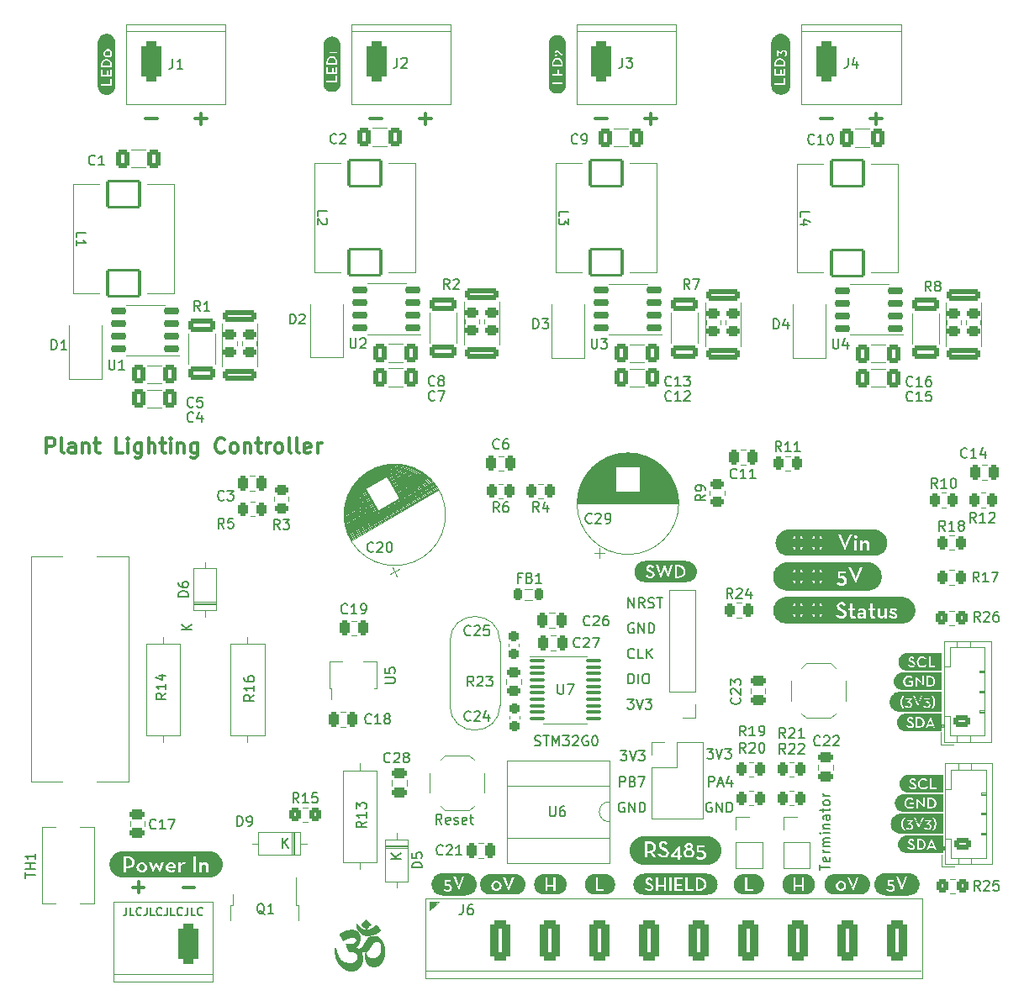
<source format=gbr>
%TF.GenerationSoftware,KiCad,Pcbnew,6.0.4+dfsg-1+b1*%
%TF.CreationDate,2022-10-04T23:39:51+01:00*%
%TF.ProjectId,led-driver,6c65642d-6472-4697-9665-722e6b696361,rev?*%
%TF.SameCoordinates,Original*%
%TF.FileFunction,Legend,Top*%
%TF.FilePolarity,Positive*%
%FSLAX46Y46*%
G04 Gerber Fmt 4.6, Leading zero omitted, Abs format (unit mm)*
G04 Created by KiCad (PCBNEW 6.0.4+dfsg-1+b1) date 2022-10-04 23:39:51*
%MOMM*%
%LPD*%
G01*
G04 APERTURE LIST*
G04 Aperture macros list*
%AMRoundRect*
0 Rectangle with rounded corners*
0 $1 Rounding radius*
0 $2 $3 $4 $5 $6 $7 $8 $9 X,Y pos of 4 corners*
0 Add a 4 corners polygon primitive as box body*
4,1,4,$2,$3,$4,$5,$6,$7,$8,$9,$2,$3,0*
0 Add four circle primitives for the rounded corners*
1,1,$1+$1,$2,$3*
1,1,$1+$1,$4,$5*
1,1,$1+$1,$6,$7*
1,1,$1+$1,$8,$9*
0 Add four rect primitives between the rounded corners*
20,1,$1+$1,$2,$3,$4,$5,0*
20,1,$1+$1,$4,$5,$6,$7,0*
20,1,$1+$1,$6,$7,$8,$9,0*
20,1,$1+$1,$8,$9,$2,$3,0*%
%AMRotRect*
0 Rectangle, with rotation*
0 The origin of the aperture is its center*
0 $1 length*
0 $2 width*
0 $3 Rotation angle, in degrees counterclockwise*
0 Add horizontal line*
21,1,$1,$2,0,0,$3*%
%AMFreePoly0*
4,1,9,3.862500,-0.866500,0.737500,-0.866500,0.737500,-0.450000,-0.737500,-0.450000,-0.737500,0.450000,0.737500,0.450000,0.737500,0.866500,3.862500,0.866500,3.862500,-0.866500,3.862500,-0.866500,$1*%
G04 Aperture macros list end*
%ADD10C,0.100000*%
%ADD11C,0.300000*%
%ADD12C,0.150000*%
%ADD13C,0.120000*%
%ADD14R,0.900000X1.300000*%
%ADD15FreePoly0,90.000000*%
%ADD16R,1.200000X2.200000*%
%ADD17R,5.800000X6.400000*%
%ADD18RoundRect,0.250000X-0.262500X-0.450000X0.262500X-0.450000X0.262500X0.450000X-0.262500X0.450000X0*%
%ADD19RoundRect,0.150000X0.650000X0.150000X-0.650000X0.150000X-0.650000X-0.150000X0.650000X-0.150000X0*%
%ADD20R,2.410000X3.100000*%
%ADD21R,1.800000X2.500000*%
%ADD22RoundRect,0.250000X0.412500X0.650000X-0.412500X0.650000X-0.412500X-0.650000X0.412500X-0.650000X0*%
%ADD23RoundRect,0.250000X1.425000X-0.362500X1.425000X0.362500X-1.425000X0.362500X-1.425000X-0.362500X0*%
%ADD24C,3.200000*%
%ADD25RoundRect,0.250000X0.250000X0.475000X-0.250000X0.475000X-0.250000X-0.475000X0.250000X-0.475000X0*%
%ADD26R,1.600000X1.600000*%
%ADD27O,1.600000X1.600000*%
%ADD28R,2.000000X4.000000*%
%ADD29RoundRect,0.500000X0.500000X1.500000X-0.500000X1.500000X-0.500000X-1.500000X0.500000X-1.500000X0*%
%ADD30RoundRect,0.250000X-0.250000X-0.475000X0.250000X-0.475000X0.250000X0.475000X-0.250000X0.475000X0*%
%ADD31R,1.700000X1.000000*%
%ADD32C,2.000000*%
%ADD33RoundRect,0.249999X1.075001X-0.450001X1.075001X0.450001X-1.075001X0.450001X-1.075001X-0.450001X0*%
%ADD34R,1.700000X1.700000*%
%ADD35O,1.700000X1.700000*%
%ADD36RoundRect,0.145000X-1.605000X1.305000X-1.605000X-1.305000X1.605000X-1.305000X1.605000X1.305000X0*%
%ADD37RoundRect,0.250000X-0.475000X0.250000X-0.475000X-0.250000X0.475000X-0.250000X0.475000X0.250000X0*%
%ADD38RoundRect,0.250000X0.450000X-0.262500X0.450000X0.262500X-0.450000X0.262500X-0.450000X-0.262500X0*%
%ADD39RoundRect,0.243750X0.243750X0.456250X-0.243750X0.456250X-0.243750X-0.456250X0.243750X-0.456250X0*%
%ADD40C,1.600000*%
%ADD41RoundRect,0.250000X0.625000X-0.350000X0.625000X0.350000X-0.625000X0.350000X-0.625000X-0.350000X0*%
%ADD42O,1.750000X1.200000*%
%ADD43R,2.000000X2.000000*%
%ADD44RoundRect,0.218750X0.218750X0.381250X-0.218750X0.381250X-0.218750X-0.381250X0.218750X-0.381250X0*%
%ADD45RoundRect,0.250000X-0.350000X-0.450000X0.350000X-0.450000X0.350000X0.450000X-0.350000X0.450000X0*%
%ADD46RoundRect,0.250000X0.262500X0.450000X-0.262500X0.450000X-0.262500X-0.450000X0.262500X-0.450000X0*%
%ADD47RoundRect,0.237500X-0.237500X0.300000X-0.237500X-0.300000X0.237500X-0.300000X0.237500X0.300000X0*%
%ADD48C,2.700000*%
%ADD49C,3.000000*%
%ADD50RoundRect,0.400000X-0.600000X-1.600000X0.600000X-1.600000X0.600000X1.600000X-0.600000X1.600000X0*%
%ADD51C,1.500000*%
%ADD52RoundRect,0.100000X-0.637500X-0.100000X0.637500X-0.100000X0.637500X0.100000X-0.637500X0.100000X0*%
%ADD53RoundRect,0.243750X-0.243750X-0.456250X0.243750X-0.456250X0.243750X0.456250X-0.243750X0.456250X0*%
%ADD54RoundRect,0.500000X-0.500000X-1.500000X0.500000X-1.500000X0.500000X1.500000X-0.500000X1.500000X0*%
%ADD55RotRect,2.000000X2.000000X120.000000*%
%ADD56RoundRect,0.237500X0.237500X-0.300000X0.237500X0.300000X-0.237500X0.300000X-0.237500X-0.300000X0*%
G04 APERTURE END LIST*
D10*
G36*
X34189721Y-92276587D02*
G01*
X34212492Y-92317246D01*
X34237505Y-92357239D01*
X34264627Y-92396514D01*
X34293721Y-92435019D01*
X34324651Y-92472701D01*
X34357283Y-92509507D01*
X34391482Y-92545385D01*
X34427111Y-92580283D01*
X34464035Y-92614147D01*
X34502119Y-92646926D01*
X34541227Y-92678566D01*
X34581224Y-92709016D01*
X34621975Y-92738223D01*
X34663344Y-92766134D01*
X34705195Y-92792696D01*
X34780791Y-92826047D01*
X34856566Y-92852974D01*
X34932567Y-92873469D01*
X35008841Y-92887522D01*
X35085436Y-92895124D01*
X35162399Y-92896266D01*
X35239776Y-92890939D01*
X35317615Y-92879135D01*
X35395963Y-92860843D01*
X35474867Y-92836055D01*
X35554374Y-92804762D01*
X35634530Y-92766955D01*
X35715384Y-92722624D01*
X35796982Y-92671761D01*
X35879372Y-92614357D01*
X35962600Y-92550402D01*
X35998777Y-92521968D01*
X36033108Y-92496212D01*
X36064799Y-92473643D01*
X36093058Y-92454769D01*
X36117091Y-92440099D01*
X36127276Y-92434498D01*
X36136107Y-92430140D01*
X36143485Y-92427087D01*
X36149312Y-92425402D01*
X36153487Y-92425150D01*
X36154925Y-92425581D01*
X36155913Y-92426393D01*
X36177223Y-92457756D01*
X36200096Y-92488524D01*
X36224229Y-92518830D01*
X36249322Y-92548803D01*
X36353267Y-92667983D01*
X36378640Y-92698254D01*
X36403164Y-92728977D01*
X36426539Y-92760282D01*
X36448463Y-92792300D01*
X36468636Y-92825163D01*
X36486755Y-92859000D01*
X36494950Y-92876325D01*
X36502519Y-92893942D01*
X36509424Y-92911869D01*
X36515628Y-92930120D01*
X36514595Y-92938340D01*
X36511551Y-92947418D01*
X36506574Y-92957303D01*
X36499743Y-92967942D01*
X36491138Y-92979281D01*
X36480838Y-92991267D01*
X36455467Y-93016972D01*
X36424264Y-93044633D01*
X36387863Y-93073827D01*
X36346895Y-93104130D01*
X36301995Y-93135119D01*
X36253794Y-93166372D01*
X36202927Y-93197465D01*
X36150026Y-93227974D01*
X36095724Y-93257477D01*
X36040655Y-93285550D01*
X35985450Y-93311770D01*
X35930744Y-93335714D01*
X35877169Y-93356958D01*
X35748878Y-93391308D01*
X35625577Y-93418717D01*
X35507031Y-93438823D01*
X35393007Y-93451261D01*
X35283269Y-93455668D01*
X35177582Y-93451681D01*
X35075713Y-93438935D01*
X35026137Y-93429163D01*
X34977427Y-93417066D01*
X34929554Y-93402597D01*
X34882488Y-93385712D01*
X34836202Y-93366364D01*
X34790664Y-93344508D01*
X34745845Y-93320098D01*
X34701718Y-93293090D01*
X34658251Y-93263438D01*
X34615416Y-93231096D01*
X34573183Y-93196018D01*
X34531524Y-93158161D01*
X34490408Y-93117476D01*
X34449807Y-93073921D01*
X34370031Y-92978013D01*
X34291961Y-92870073D01*
X34291957Y-92870073D01*
X34268241Y-92826458D01*
X34245867Y-92779231D01*
X34225005Y-92729278D01*
X34205826Y-92677487D01*
X34188502Y-92624744D01*
X34173203Y-92571935D01*
X34160102Y-92519947D01*
X34149370Y-92469667D01*
X34141177Y-92421982D01*
X34135696Y-92377778D01*
X34133096Y-92337942D01*
X34133551Y-92303361D01*
X34137230Y-92274921D01*
X34140332Y-92263281D01*
X34144305Y-92253509D01*
X34149170Y-92245716D01*
X34154948Y-92240012D01*
X34161661Y-92236508D01*
X34169329Y-92235315D01*
X34189721Y-92276587D01*
G37*
X34189721Y-92276587D02*
X34212492Y-92317246D01*
X34237505Y-92357239D01*
X34264627Y-92396514D01*
X34293721Y-92435019D01*
X34324651Y-92472701D01*
X34357283Y-92509507D01*
X34391482Y-92545385D01*
X34427111Y-92580283D01*
X34464035Y-92614147D01*
X34502119Y-92646926D01*
X34541227Y-92678566D01*
X34581224Y-92709016D01*
X34621975Y-92738223D01*
X34663344Y-92766134D01*
X34705195Y-92792696D01*
X34780791Y-92826047D01*
X34856566Y-92852974D01*
X34932567Y-92873469D01*
X35008841Y-92887522D01*
X35085436Y-92895124D01*
X35162399Y-92896266D01*
X35239776Y-92890939D01*
X35317615Y-92879135D01*
X35395963Y-92860843D01*
X35474867Y-92836055D01*
X35554374Y-92804762D01*
X35634530Y-92766955D01*
X35715384Y-92722624D01*
X35796982Y-92671761D01*
X35879372Y-92614357D01*
X35962600Y-92550402D01*
X35998777Y-92521968D01*
X36033108Y-92496212D01*
X36064799Y-92473643D01*
X36093058Y-92454769D01*
X36117091Y-92440099D01*
X36127276Y-92434498D01*
X36136107Y-92430140D01*
X36143485Y-92427087D01*
X36149312Y-92425402D01*
X36153487Y-92425150D01*
X36154925Y-92425581D01*
X36155913Y-92426393D01*
X36177223Y-92457756D01*
X36200096Y-92488524D01*
X36224229Y-92518830D01*
X36249322Y-92548803D01*
X36353267Y-92667983D01*
X36378640Y-92698254D01*
X36403164Y-92728977D01*
X36426539Y-92760282D01*
X36448463Y-92792300D01*
X36468636Y-92825163D01*
X36486755Y-92859000D01*
X36494950Y-92876325D01*
X36502519Y-92893942D01*
X36509424Y-92911869D01*
X36515628Y-92930120D01*
X36514595Y-92938340D01*
X36511551Y-92947418D01*
X36506574Y-92957303D01*
X36499743Y-92967942D01*
X36491138Y-92979281D01*
X36480838Y-92991267D01*
X36455467Y-93016972D01*
X36424264Y-93044633D01*
X36387863Y-93073827D01*
X36346895Y-93104130D01*
X36301995Y-93135119D01*
X36253794Y-93166372D01*
X36202927Y-93197465D01*
X36150026Y-93227974D01*
X36095724Y-93257477D01*
X36040655Y-93285550D01*
X35985450Y-93311770D01*
X35930744Y-93335714D01*
X35877169Y-93356958D01*
X35748878Y-93391308D01*
X35625577Y-93418717D01*
X35507031Y-93438823D01*
X35393007Y-93451261D01*
X35283269Y-93455668D01*
X35177582Y-93451681D01*
X35075713Y-93438935D01*
X35026137Y-93429163D01*
X34977427Y-93417066D01*
X34929554Y-93402597D01*
X34882488Y-93385712D01*
X34836202Y-93366364D01*
X34790664Y-93344508D01*
X34745845Y-93320098D01*
X34701718Y-93293090D01*
X34658251Y-93263438D01*
X34615416Y-93231096D01*
X34573183Y-93196018D01*
X34531524Y-93158161D01*
X34490408Y-93117476D01*
X34449807Y-93073921D01*
X34370031Y-92978013D01*
X34291961Y-92870073D01*
X34291957Y-92870073D01*
X34268241Y-92826458D01*
X34245867Y-92779231D01*
X34225005Y-92729278D01*
X34205826Y-92677487D01*
X34188502Y-92624744D01*
X34173203Y-92571935D01*
X34160102Y-92519947D01*
X34149370Y-92469667D01*
X34141177Y-92421982D01*
X34135696Y-92377778D01*
X34133096Y-92337942D01*
X34133551Y-92303361D01*
X34137230Y-92274921D01*
X34140332Y-92263281D01*
X34144305Y-92253509D01*
X34149170Y-92245716D01*
X34154948Y-92240012D01*
X34161661Y-92236508D01*
X34169329Y-92235315D01*
X34189721Y-92276587D01*
G36*
X33768117Y-92892647D02*
G01*
X33851615Y-92900615D01*
X33930157Y-92914454D01*
X34002929Y-92934343D01*
X34034363Y-92945765D01*
X34065228Y-92959054D01*
X34095485Y-92974137D01*
X34125091Y-92990941D01*
X34154005Y-93009392D01*
X34182186Y-93029418D01*
X34209594Y-93050945D01*
X34236187Y-93073899D01*
X34261923Y-93098206D01*
X34286763Y-93123795D01*
X34310664Y-93150591D01*
X34333586Y-93178521D01*
X34355487Y-93207511D01*
X34376326Y-93237489D01*
X34396063Y-93268381D01*
X34414656Y-93300113D01*
X34432064Y-93332612D01*
X34448246Y-93365805D01*
X34463160Y-93399618D01*
X34476766Y-93433979D01*
X34489023Y-93468813D01*
X34499889Y-93504047D01*
X34509323Y-93539609D01*
X34517285Y-93575423D01*
X34523732Y-93611419D01*
X34528625Y-93647521D01*
X34531921Y-93683656D01*
X34533580Y-93719752D01*
X34533560Y-93755734D01*
X34531821Y-93791530D01*
X34528322Y-93827066D01*
X34523021Y-93862268D01*
X34512818Y-93910707D01*
X34499219Y-93960995D01*
X34482522Y-94012611D01*
X34463026Y-94065035D01*
X34441030Y-94117744D01*
X34416831Y-94170219D01*
X34390727Y-94221938D01*
X34363018Y-94272380D01*
X34334001Y-94321023D01*
X34303975Y-94367347D01*
X34273238Y-94410831D01*
X34242088Y-94450953D01*
X34210824Y-94487193D01*
X34179744Y-94519028D01*
X34149147Y-94545939D01*
X34119330Y-94567404D01*
X33984443Y-94652807D01*
X34170760Y-94736822D01*
X34200086Y-94749467D01*
X34228720Y-94760618D01*
X34256689Y-94770261D01*
X34284024Y-94778377D01*
X34310755Y-94784951D01*
X34336910Y-94789965D01*
X34362520Y-94793404D01*
X34387613Y-94795250D01*
X34412219Y-94795486D01*
X34436368Y-94794097D01*
X34460090Y-94791065D01*
X34483412Y-94786375D01*
X34506366Y-94780008D01*
X34528981Y-94771949D01*
X34551285Y-94762181D01*
X34573309Y-94750687D01*
X34595082Y-94737451D01*
X34616633Y-94722456D01*
X34637992Y-94705685D01*
X34659189Y-94687122D01*
X34680252Y-94666750D01*
X34701212Y-94644552D01*
X34722098Y-94620513D01*
X34742938Y-94594614D01*
X34763764Y-94566840D01*
X34784604Y-94537174D01*
X34826445Y-94472098D01*
X34868696Y-94399255D01*
X34911593Y-94318510D01*
X34970295Y-94206598D01*
X35026931Y-94105107D01*
X35082069Y-94013594D01*
X35136275Y-93931617D01*
X35190116Y-93858732D01*
X35244160Y-93794497D01*
X35271435Y-93765485D01*
X35298973Y-93738470D01*
X35326845Y-93713395D01*
X35355122Y-93690206D01*
X35383875Y-93668847D01*
X35413174Y-93649264D01*
X35443091Y-93631400D01*
X35473696Y-93615200D01*
X35505061Y-93600609D01*
X35537255Y-93587572D01*
X35570351Y-93576033D01*
X35604418Y-93565936D01*
X35675752Y-93549851D01*
X35751823Y-93538873D01*
X35833199Y-93532559D01*
X35920447Y-93530466D01*
X35960888Y-93530712D01*
X35998276Y-93531613D01*
X36032945Y-93533268D01*
X36065230Y-93535777D01*
X36095464Y-93539238D01*
X36123984Y-93543750D01*
X36151123Y-93549411D01*
X36177215Y-93556321D01*
X36202596Y-93564578D01*
X36227600Y-93574281D01*
X36252560Y-93585528D01*
X36277813Y-93598420D01*
X36303692Y-93613054D01*
X36330531Y-93629529D01*
X36358666Y-93647944D01*
X36388430Y-93668398D01*
X36426182Y-93696129D01*
X36462828Y-93725614D01*
X36498353Y-93756812D01*
X36532740Y-93789682D01*
X36565975Y-93824182D01*
X36598041Y-93860270D01*
X36628923Y-93897904D01*
X36658606Y-93937044D01*
X36687073Y-93977647D01*
X36714310Y-94019672D01*
X36740300Y-94063077D01*
X36765028Y-94107821D01*
X36810636Y-94201158D01*
X36851009Y-94299351D01*
X36886022Y-94402067D01*
X36915550Y-94508974D01*
X36939468Y-94619737D01*
X36957652Y-94734026D01*
X36969976Y-94851507D01*
X36976317Y-94971847D01*
X36976548Y-95094714D01*
X36970546Y-95219774D01*
X36954975Y-95375442D01*
X36931611Y-95522992D01*
X36900660Y-95662160D01*
X36862331Y-95792679D01*
X36816831Y-95914284D01*
X36764366Y-96026709D01*
X36705146Y-96129688D01*
X36639377Y-96222955D01*
X36604102Y-96265864D01*
X36567268Y-96306245D01*
X36528900Y-96344066D01*
X36489024Y-96379293D01*
X36447668Y-96411892D01*
X36404855Y-96441831D01*
X36360613Y-96469076D01*
X36314968Y-96493594D01*
X36267944Y-96515353D01*
X36219569Y-96534318D01*
X36169868Y-96550456D01*
X36118868Y-96563735D01*
X36066593Y-96574120D01*
X36013070Y-96581580D01*
X35958325Y-96586080D01*
X35902385Y-96587587D01*
X35841696Y-96586217D01*
X35783655Y-96582068D01*
X35728154Y-96575080D01*
X35675085Y-96565195D01*
X35624338Y-96552353D01*
X35575805Y-96536495D01*
X35529377Y-96517562D01*
X35484946Y-96495496D01*
X35442404Y-96470236D01*
X35401641Y-96441725D01*
X35362549Y-96409902D01*
X35325020Y-96374709D01*
X35288945Y-96336087D01*
X35254215Y-96293976D01*
X35220722Y-96248318D01*
X35188357Y-96199053D01*
X35161371Y-96151551D01*
X35136409Y-96099282D01*
X35113575Y-96042979D01*
X35092974Y-95983373D01*
X35074708Y-95921198D01*
X35058882Y-95857186D01*
X35045599Y-95792070D01*
X35034964Y-95726583D01*
X35027081Y-95661456D01*
X35022053Y-95597423D01*
X35019984Y-95535217D01*
X35020978Y-95475570D01*
X35025139Y-95419214D01*
X35032570Y-95366883D01*
X35043377Y-95319308D01*
X35057662Y-95277224D01*
X35071549Y-95244217D01*
X35077414Y-95231062D01*
X35082618Y-95220115D01*
X35087203Y-95211355D01*
X35091210Y-95204763D01*
X35093011Y-95202274D01*
X35094683Y-95200320D01*
X35096232Y-95198898D01*
X35097663Y-95198007D01*
X35098982Y-95197642D01*
X35100193Y-95197803D01*
X35101303Y-95198487D01*
X35102316Y-95199690D01*
X35103238Y-95201412D01*
X35104073Y-95203649D01*
X35105508Y-95209660D01*
X35106661Y-95217703D01*
X35107577Y-95227760D01*
X35108297Y-95239810D01*
X35108863Y-95253836D01*
X35109797Y-95267890D01*
X35111651Y-95282438D01*
X35117989Y-95312827D01*
X35127617Y-95344636D01*
X35140277Y-95377496D01*
X35155713Y-95411037D01*
X35173665Y-95444891D01*
X35193876Y-95478689D01*
X35216087Y-95512063D01*
X35240042Y-95544645D01*
X35265481Y-95576065D01*
X35292147Y-95605954D01*
X35319782Y-95633945D01*
X35348128Y-95659668D01*
X35376927Y-95682755D01*
X35405921Y-95702837D01*
X35434851Y-95719545D01*
X35470664Y-95736542D01*
X35507349Y-95751001D01*
X35544816Y-95762964D01*
X35582976Y-95772472D01*
X35621738Y-95779564D01*
X35661013Y-95784283D01*
X35700710Y-95786668D01*
X35740739Y-95786760D01*
X35781011Y-95784601D01*
X35821436Y-95780230D01*
X35861923Y-95773689D01*
X35902383Y-95765018D01*
X35942726Y-95754258D01*
X35982861Y-95741449D01*
X36022699Y-95726633D01*
X36062150Y-95709849D01*
X36101123Y-95691140D01*
X36139530Y-95670545D01*
X36177279Y-95648105D01*
X36214281Y-95623861D01*
X36250446Y-95597854D01*
X36285684Y-95570123D01*
X36319905Y-95540711D01*
X36353019Y-95509658D01*
X36384936Y-95477004D01*
X36415566Y-95442791D01*
X36444819Y-95407058D01*
X36472605Y-95369847D01*
X36498835Y-95331198D01*
X36523417Y-95291153D01*
X36546263Y-95249751D01*
X36567282Y-95207033D01*
X36594867Y-95137584D01*
X36616764Y-95061786D01*
X36633139Y-94980933D01*
X36644160Y-94896320D01*
X36649993Y-94809243D01*
X36650806Y-94720996D01*
X36646764Y-94632874D01*
X36638035Y-94546173D01*
X36624785Y-94462187D01*
X36607181Y-94382212D01*
X36585390Y-94307543D01*
X36559578Y-94239473D01*
X36529913Y-94179300D01*
X36513687Y-94152579D01*
X36496561Y-94128317D01*
X36478554Y-94106677D01*
X36459689Y-94087820D01*
X36439985Y-94071908D01*
X36419463Y-94059103D01*
X36409926Y-94054476D01*
X36398910Y-94049979D01*
X36386548Y-94045634D01*
X36372970Y-94041466D01*
X36358308Y-94037496D01*
X36342693Y-94033750D01*
X36326257Y-94030249D01*
X36309131Y-94027018D01*
X36291448Y-94024079D01*
X36273337Y-94021456D01*
X36254932Y-94019173D01*
X36236363Y-94017253D01*
X36217761Y-94015719D01*
X36199259Y-94014594D01*
X36180987Y-94013902D01*
X36163077Y-94013666D01*
X36144404Y-94014091D01*
X36125963Y-94015379D01*
X36107736Y-94017547D01*
X36089702Y-94020613D01*
X36071843Y-94024595D01*
X36054138Y-94029510D01*
X36036569Y-94035377D01*
X36019116Y-94042214D01*
X36001759Y-94050037D01*
X35984479Y-94058866D01*
X35967256Y-94068717D01*
X35950072Y-94079609D01*
X35932906Y-94091560D01*
X35915739Y-94104587D01*
X35898552Y-94118708D01*
X35881325Y-94133941D01*
X35864038Y-94150303D01*
X35846673Y-94167814D01*
X35811628Y-94206348D01*
X35776034Y-94249687D01*
X35739736Y-94297973D01*
X35702577Y-94351348D01*
X35664402Y-94409955D01*
X35625055Y-94473937D01*
X35584380Y-94543436D01*
X35553512Y-94594996D01*
X35518928Y-94648636D01*
X35481800Y-94702786D01*
X35443298Y-94755877D01*
X35404592Y-94806338D01*
X35366854Y-94852599D01*
X35331253Y-94893090D01*
X35314620Y-94910681D01*
X35298961Y-94926241D01*
X35275302Y-94948494D01*
X35253180Y-94968296D01*
X35232154Y-94985787D01*
X35211787Y-95001108D01*
X35201713Y-95007998D01*
X35191639Y-95014398D01*
X35181510Y-95020326D01*
X35171271Y-95025798D01*
X35160868Y-95030833D01*
X35150246Y-95035448D01*
X35139349Y-95039660D01*
X35128124Y-95043487D01*
X35116514Y-95046946D01*
X35104465Y-95050055D01*
X35091923Y-95052832D01*
X35078833Y-95055294D01*
X35065139Y-95057458D01*
X35050786Y-95059342D01*
X35019888Y-95062340D01*
X34985699Y-95064429D01*
X34947779Y-95065747D01*
X34905691Y-95066435D01*
X34858996Y-95066633D01*
X34565680Y-95066633D01*
X34660491Y-95277227D01*
X34684271Y-95335862D01*
X34704728Y-95398353D01*
X34721868Y-95464145D01*
X34735699Y-95532681D01*
X34746228Y-95603405D01*
X34753463Y-95675760D01*
X34757410Y-95749189D01*
X34758077Y-95823136D01*
X34755471Y-95897044D01*
X34749600Y-95970358D01*
X34740471Y-96042520D01*
X34728091Y-96112973D01*
X34712466Y-96181162D01*
X34693606Y-96246530D01*
X34671516Y-96308520D01*
X34646205Y-96366575D01*
X34620523Y-96415962D01*
X34591271Y-96465125D01*
X34558776Y-96513765D01*
X34523371Y-96561581D01*
X34485384Y-96608273D01*
X34445146Y-96653542D01*
X34402987Y-96697087D01*
X34359236Y-96738608D01*
X34314223Y-96777805D01*
X34268279Y-96814378D01*
X34221734Y-96848026D01*
X34174917Y-96878451D01*
X34128159Y-96905351D01*
X34081789Y-96928427D01*
X34036137Y-96947378D01*
X33991534Y-96961905D01*
X33947128Y-96972957D01*
X33899815Y-96982341D01*
X33850051Y-96990066D01*
X33798292Y-96996144D01*
X33744993Y-97000583D01*
X33690610Y-97003395D01*
X33635598Y-97004588D01*
X33580413Y-97004173D01*
X33525511Y-97002161D01*
X33471348Y-96998560D01*
X33418378Y-96993382D01*
X33367058Y-96986637D01*
X33317844Y-96978333D01*
X33271190Y-96968482D01*
X33227553Y-96957094D01*
X33187388Y-96944178D01*
X33187411Y-96944170D01*
X33134759Y-96924311D01*
X33083033Y-96902708D01*
X32982429Y-96854353D01*
X32885734Y-96799270D01*
X32793087Y-96737629D01*
X32704622Y-96669595D01*
X32620478Y-96595336D01*
X32540791Y-96515020D01*
X32465697Y-96428814D01*
X32395333Y-96336886D01*
X32329836Y-96239403D01*
X32269342Y-96136531D01*
X32213989Y-96028440D01*
X32163912Y-95915295D01*
X32119249Y-95797265D01*
X32080136Y-95674516D01*
X32046710Y-95547216D01*
X32033479Y-95486212D01*
X32021534Y-95421472D01*
X32001670Y-95285020D01*
X31987460Y-95146328D01*
X31979244Y-95013864D01*
X31977365Y-94896096D01*
X31978909Y-94845369D01*
X31982165Y-94801491D01*
X31987176Y-94765522D01*
X31993985Y-94738519D01*
X32002635Y-94721541D01*
X32007663Y-94717142D01*
X32013167Y-94715647D01*
X32015173Y-94716060D01*
X32017371Y-94717286D01*
X32019752Y-94719304D01*
X32022310Y-94722094D01*
X32025036Y-94725637D01*
X32027923Y-94729911D01*
X32034148Y-94740573D01*
X32040923Y-94753919D01*
X32048185Y-94769787D01*
X32055873Y-94788015D01*
X32063925Y-94808441D01*
X32072278Y-94830903D01*
X32080871Y-94855239D01*
X32089642Y-94881287D01*
X32098529Y-94908885D01*
X32107470Y-94937871D01*
X32116402Y-94968083D01*
X32125264Y-94999359D01*
X32133994Y-95031538D01*
X32153723Y-95102517D01*
X32175007Y-95172730D01*
X32197735Y-95241943D01*
X32221792Y-95309921D01*
X32247066Y-95376430D01*
X32273444Y-95441235D01*
X32300814Y-95504101D01*
X32329062Y-95564795D01*
X32358075Y-95623081D01*
X32387741Y-95678725D01*
X32417947Y-95731493D01*
X32448579Y-95781150D01*
X32479525Y-95827462D01*
X32510673Y-95870193D01*
X32541908Y-95909111D01*
X32573119Y-95943979D01*
X32600173Y-95970671D01*
X32629487Y-95996306D01*
X32660935Y-96020864D01*
X32694389Y-96044324D01*
X32766803Y-96087864D01*
X32845706Y-96126756D01*
X32930078Y-96160829D01*
X33018897Y-96189914D01*
X33111141Y-96213841D01*
X33205789Y-96232441D01*
X33301818Y-96245543D01*
X33398207Y-96252977D01*
X33493935Y-96254574D01*
X33587979Y-96250164D01*
X33679319Y-96239577D01*
X33766932Y-96222643D01*
X33809021Y-96211742D01*
X33849796Y-96199192D01*
X33889128Y-96184969D01*
X33926890Y-96169054D01*
X33955125Y-96155436D01*
X33982277Y-96140730D01*
X34008332Y-96124974D01*
X34033277Y-96108205D01*
X34057097Y-96090458D01*
X34079779Y-96071772D01*
X34101310Y-96052181D01*
X34121674Y-96031725D01*
X34140859Y-96010438D01*
X34158851Y-95988358D01*
X34175635Y-95965522D01*
X34191199Y-95941967D01*
X34205527Y-95917729D01*
X34218607Y-95892844D01*
X34230425Y-95867351D01*
X34240966Y-95841285D01*
X34250217Y-95814683D01*
X34258165Y-95787582D01*
X34264794Y-95760020D01*
X34270092Y-95732031D01*
X34274045Y-95703654D01*
X34276638Y-95674926D01*
X34277859Y-95645882D01*
X34277693Y-95616560D01*
X34276126Y-95586996D01*
X34273144Y-95557228D01*
X34268735Y-95527291D01*
X34262883Y-95497223D01*
X34255576Y-95467061D01*
X34246799Y-95436841D01*
X34236538Y-95406600D01*
X34224780Y-95376375D01*
X34214727Y-95353519D01*
X34203894Y-95331630D01*
X34192269Y-95310702D01*
X34179838Y-95290732D01*
X34166588Y-95271714D01*
X34152507Y-95253644D01*
X34137581Y-95236517D01*
X34121798Y-95220328D01*
X34105144Y-95205074D01*
X34087607Y-95190749D01*
X34069173Y-95177349D01*
X34049829Y-95164869D01*
X34029563Y-95153304D01*
X34008361Y-95142651D01*
X33986211Y-95132903D01*
X33963099Y-95124057D01*
X33939013Y-95116108D01*
X33913939Y-95109052D01*
X33887864Y-95102883D01*
X33860776Y-95097597D01*
X33832661Y-95093190D01*
X33803507Y-95089656D01*
X33773300Y-95086992D01*
X33742027Y-95085192D01*
X33709676Y-95084252D01*
X33676234Y-95084167D01*
X33641686Y-95084934D01*
X33606021Y-95086546D01*
X33569226Y-95088999D01*
X33531287Y-95092290D01*
X33492191Y-95096412D01*
X33451926Y-95101362D01*
X33440284Y-95088013D01*
X33426719Y-95071467D01*
X33408867Y-95048467D01*
X33387388Y-95019107D01*
X33362937Y-94983482D01*
X33336175Y-94941685D01*
X33307757Y-94893811D01*
X33278342Y-94839954D01*
X33263466Y-94810812D01*
X33248588Y-94780210D01*
X33233789Y-94748159D01*
X33219152Y-94714671D01*
X33204759Y-94679759D01*
X33190692Y-94643434D01*
X33177034Y-94605707D01*
X33163867Y-94566591D01*
X33151272Y-94526097D01*
X33139333Y-94484238D01*
X33128131Y-94441024D01*
X33117749Y-94396468D01*
X33108269Y-94350582D01*
X33099772Y-94303377D01*
X33373519Y-94328196D01*
X33434382Y-94332600D01*
X33493296Y-94334612D01*
X33550202Y-94334249D01*
X33605044Y-94331527D01*
X33657765Y-94326463D01*
X33708307Y-94319073D01*
X33756614Y-94309375D01*
X33802628Y-94297385D01*
X33846292Y-94283119D01*
X33887550Y-94266596D01*
X33926344Y-94247830D01*
X33962617Y-94226840D01*
X33996312Y-94203641D01*
X34027372Y-94178251D01*
X34055740Y-94150685D01*
X34081359Y-94120962D01*
X34102668Y-94093085D01*
X34121057Y-94067144D01*
X34136514Y-94042859D01*
X34143140Y-94031250D01*
X34149027Y-94019949D01*
X34154176Y-94008922D01*
X34158584Y-93998133D01*
X34162250Y-93987546D01*
X34165171Y-93977128D01*
X34167348Y-93966842D01*
X34168778Y-93956653D01*
X34169459Y-93946527D01*
X34169390Y-93936429D01*
X34168570Y-93926322D01*
X34166996Y-93916172D01*
X34164668Y-93905943D01*
X34161584Y-93895602D01*
X34157742Y-93885111D01*
X34153141Y-93874437D01*
X34147780Y-93863544D01*
X34141655Y-93852396D01*
X34134767Y-93840960D01*
X34127114Y-93829199D01*
X34109504Y-93804562D01*
X34088814Y-93778206D01*
X34065032Y-93749849D01*
X34046294Y-93729434D01*
X34026609Y-93710689D01*
X34005942Y-93693621D01*
X33984254Y-93678235D01*
X33961507Y-93664539D01*
X33937666Y-93652537D01*
X33912692Y-93642237D01*
X33886549Y-93633644D01*
X33859198Y-93626765D01*
X33830604Y-93621605D01*
X33800727Y-93618170D01*
X33769532Y-93616468D01*
X33736980Y-93616503D01*
X33703035Y-93618282D01*
X33667660Y-93621811D01*
X33630816Y-93627097D01*
X33592467Y-93634144D01*
X33552575Y-93642961D01*
X33511104Y-93653551D01*
X33468015Y-93665923D01*
X33423272Y-93680081D01*
X33376837Y-93696032D01*
X33278743Y-93733337D01*
X33173434Y-93777887D01*
X33060613Y-93829731D01*
X32939981Y-93888918D01*
X32811240Y-93955496D01*
X32453620Y-93356016D01*
X32603553Y-93241659D01*
X32677106Y-93189635D01*
X32756326Y-93141149D01*
X32840397Y-93096381D01*
X32928501Y-93055510D01*
X33019821Y-93018716D01*
X33113541Y-92986177D01*
X33208842Y-92958074D01*
X33304909Y-92934586D01*
X33400923Y-92915892D01*
X33496068Y-92902172D01*
X33589527Y-92893605D01*
X33680482Y-92890370D01*
X33768117Y-92892647D01*
G37*
X33768117Y-92892647D02*
X33851615Y-92900615D01*
X33930157Y-92914454D01*
X34002929Y-92934343D01*
X34034363Y-92945765D01*
X34065228Y-92959054D01*
X34095485Y-92974137D01*
X34125091Y-92990941D01*
X34154005Y-93009392D01*
X34182186Y-93029418D01*
X34209594Y-93050945D01*
X34236187Y-93073899D01*
X34261923Y-93098206D01*
X34286763Y-93123795D01*
X34310664Y-93150591D01*
X34333586Y-93178521D01*
X34355487Y-93207511D01*
X34376326Y-93237489D01*
X34396063Y-93268381D01*
X34414656Y-93300113D01*
X34432064Y-93332612D01*
X34448246Y-93365805D01*
X34463160Y-93399618D01*
X34476766Y-93433979D01*
X34489023Y-93468813D01*
X34499889Y-93504047D01*
X34509323Y-93539609D01*
X34517285Y-93575423D01*
X34523732Y-93611419D01*
X34528625Y-93647521D01*
X34531921Y-93683656D01*
X34533580Y-93719752D01*
X34533560Y-93755734D01*
X34531821Y-93791530D01*
X34528322Y-93827066D01*
X34523021Y-93862268D01*
X34512818Y-93910707D01*
X34499219Y-93960995D01*
X34482522Y-94012611D01*
X34463026Y-94065035D01*
X34441030Y-94117744D01*
X34416831Y-94170219D01*
X34390727Y-94221938D01*
X34363018Y-94272380D01*
X34334001Y-94321023D01*
X34303975Y-94367347D01*
X34273238Y-94410831D01*
X34242088Y-94450953D01*
X34210824Y-94487193D01*
X34179744Y-94519028D01*
X34149147Y-94545939D01*
X34119330Y-94567404D01*
X33984443Y-94652807D01*
X34170760Y-94736822D01*
X34200086Y-94749467D01*
X34228720Y-94760618D01*
X34256689Y-94770261D01*
X34284024Y-94778377D01*
X34310755Y-94784951D01*
X34336910Y-94789965D01*
X34362520Y-94793404D01*
X34387613Y-94795250D01*
X34412219Y-94795486D01*
X34436368Y-94794097D01*
X34460090Y-94791065D01*
X34483412Y-94786375D01*
X34506366Y-94780008D01*
X34528981Y-94771949D01*
X34551285Y-94762181D01*
X34573309Y-94750687D01*
X34595082Y-94737451D01*
X34616633Y-94722456D01*
X34637992Y-94705685D01*
X34659189Y-94687122D01*
X34680252Y-94666750D01*
X34701212Y-94644552D01*
X34722098Y-94620513D01*
X34742938Y-94594614D01*
X34763764Y-94566840D01*
X34784604Y-94537174D01*
X34826445Y-94472098D01*
X34868696Y-94399255D01*
X34911593Y-94318510D01*
X34970295Y-94206598D01*
X35026931Y-94105107D01*
X35082069Y-94013594D01*
X35136275Y-93931617D01*
X35190116Y-93858732D01*
X35244160Y-93794497D01*
X35271435Y-93765485D01*
X35298973Y-93738470D01*
X35326845Y-93713395D01*
X35355122Y-93690206D01*
X35383875Y-93668847D01*
X35413174Y-93649264D01*
X35443091Y-93631400D01*
X35473696Y-93615200D01*
X35505061Y-93600609D01*
X35537255Y-93587572D01*
X35570351Y-93576033D01*
X35604418Y-93565936D01*
X35675752Y-93549851D01*
X35751823Y-93538873D01*
X35833199Y-93532559D01*
X35920447Y-93530466D01*
X35960888Y-93530712D01*
X35998276Y-93531613D01*
X36032945Y-93533268D01*
X36065230Y-93535777D01*
X36095464Y-93539238D01*
X36123984Y-93543750D01*
X36151123Y-93549411D01*
X36177215Y-93556321D01*
X36202596Y-93564578D01*
X36227600Y-93574281D01*
X36252560Y-93585528D01*
X36277813Y-93598420D01*
X36303692Y-93613054D01*
X36330531Y-93629529D01*
X36358666Y-93647944D01*
X36388430Y-93668398D01*
X36426182Y-93696129D01*
X36462828Y-93725614D01*
X36498353Y-93756812D01*
X36532740Y-93789682D01*
X36565975Y-93824182D01*
X36598041Y-93860270D01*
X36628923Y-93897904D01*
X36658606Y-93937044D01*
X36687073Y-93977647D01*
X36714310Y-94019672D01*
X36740300Y-94063077D01*
X36765028Y-94107821D01*
X36810636Y-94201158D01*
X36851009Y-94299351D01*
X36886022Y-94402067D01*
X36915550Y-94508974D01*
X36939468Y-94619737D01*
X36957652Y-94734026D01*
X36969976Y-94851507D01*
X36976317Y-94971847D01*
X36976548Y-95094714D01*
X36970546Y-95219774D01*
X36954975Y-95375442D01*
X36931611Y-95522992D01*
X36900660Y-95662160D01*
X36862331Y-95792679D01*
X36816831Y-95914284D01*
X36764366Y-96026709D01*
X36705146Y-96129688D01*
X36639377Y-96222955D01*
X36604102Y-96265864D01*
X36567268Y-96306245D01*
X36528900Y-96344066D01*
X36489024Y-96379293D01*
X36447668Y-96411892D01*
X36404855Y-96441831D01*
X36360613Y-96469076D01*
X36314968Y-96493594D01*
X36267944Y-96515353D01*
X36219569Y-96534318D01*
X36169868Y-96550456D01*
X36118868Y-96563735D01*
X36066593Y-96574120D01*
X36013070Y-96581580D01*
X35958325Y-96586080D01*
X35902385Y-96587587D01*
X35841696Y-96586217D01*
X35783655Y-96582068D01*
X35728154Y-96575080D01*
X35675085Y-96565195D01*
X35624338Y-96552353D01*
X35575805Y-96536495D01*
X35529377Y-96517562D01*
X35484946Y-96495496D01*
X35442404Y-96470236D01*
X35401641Y-96441725D01*
X35362549Y-96409902D01*
X35325020Y-96374709D01*
X35288945Y-96336087D01*
X35254215Y-96293976D01*
X35220722Y-96248318D01*
X35188357Y-96199053D01*
X35161371Y-96151551D01*
X35136409Y-96099282D01*
X35113575Y-96042979D01*
X35092974Y-95983373D01*
X35074708Y-95921198D01*
X35058882Y-95857186D01*
X35045599Y-95792070D01*
X35034964Y-95726583D01*
X35027081Y-95661456D01*
X35022053Y-95597423D01*
X35019984Y-95535217D01*
X35020978Y-95475570D01*
X35025139Y-95419214D01*
X35032570Y-95366883D01*
X35043377Y-95319308D01*
X35057662Y-95277224D01*
X35071549Y-95244217D01*
X35077414Y-95231062D01*
X35082618Y-95220115D01*
X35087203Y-95211355D01*
X35091210Y-95204763D01*
X35093011Y-95202274D01*
X35094683Y-95200320D01*
X35096232Y-95198898D01*
X35097663Y-95198007D01*
X35098982Y-95197642D01*
X35100193Y-95197803D01*
X35101303Y-95198487D01*
X35102316Y-95199690D01*
X35103238Y-95201412D01*
X35104073Y-95203649D01*
X35105508Y-95209660D01*
X35106661Y-95217703D01*
X35107577Y-95227760D01*
X35108297Y-95239810D01*
X35108863Y-95253836D01*
X35109797Y-95267890D01*
X35111651Y-95282438D01*
X35117989Y-95312827D01*
X35127617Y-95344636D01*
X35140277Y-95377496D01*
X35155713Y-95411037D01*
X35173665Y-95444891D01*
X35193876Y-95478689D01*
X35216087Y-95512063D01*
X35240042Y-95544645D01*
X35265481Y-95576065D01*
X35292147Y-95605954D01*
X35319782Y-95633945D01*
X35348128Y-95659668D01*
X35376927Y-95682755D01*
X35405921Y-95702837D01*
X35434851Y-95719545D01*
X35470664Y-95736542D01*
X35507349Y-95751001D01*
X35544816Y-95762964D01*
X35582976Y-95772472D01*
X35621738Y-95779564D01*
X35661013Y-95784283D01*
X35700710Y-95786668D01*
X35740739Y-95786760D01*
X35781011Y-95784601D01*
X35821436Y-95780230D01*
X35861923Y-95773689D01*
X35902383Y-95765018D01*
X35942726Y-95754258D01*
X35982861Y-95741449D01*
X36022699Y-95726633D01*
X36062150Y-95709849D01*
X36101123Y-95691140D01*
X36139530Y-95670545D01*
X36177279Y-95648105D01*
X36214281Y-95623861D01*
X36250446Y-95597854D01*
X36285684Y-95570123D01*
X36319905Y-95540711D01*
X36353019Y-95509658D01*
X36384936Y-95477004D01*
X36415566Y-95442791D01*
X36444819Y-95407058D01*
X36472605Y-95369847D01*
X36498835Y-95331198D01*
X36523417Y-95291153D01*
X36546263Y-95249751D01*
X36567282Y-95207033D01*
X36594867Y-95137584D01*
X36616764Y-95061786D01*
X36633139Y-94980933D01*
X36644160Y-94896320D01*
X36649993Y-94809243D01*
X36650806Y-94720996D01*
X36646764Y-94632874D01*
X36638035Y-94546173D01*
X36624785Y-94462187D01*
X36607181Y-94382212D01*
X36585390Y-94307543D01*
X36559578Y-94239473D01*
X36529913Y-94179300D01*
X36513687Y-94152579D01*
X36496561Y-94128317D01*
X36478554Y-94106677D01*
X36459689Y-94087820D01*
X36439985Y-94071908D01*
X36419463Y-94059103D01*
X36409926Y-94054476D01*
X36398910Y-94049979D01*
X36386548Y-94045634D01*
X36372970Y-94041466D01*
X36358308Y-94037496D01*
X36342693Y-94033750D01*
X36326257Y-94030249D01*
X36309131Y-94027018D01*
X36291448Y-94024079D01*
X36273337Y-94021456D01*
X36254932Y-94019173D01*
X36236363Y-94017253D01*
X36217761Y-94015719D01*
X36199259Y-94014594D01*
X36180987Y-94013902D01*
X36163077Y-94013666D01*
X36144404Y-94014091D01*
X36125963Y-94015379D01*
X36107736Y-94017547D01*
X36089702Y-94020613D01*
X36071843Y-94024595D01*
X36054138Y-94029510D01*
X36036569Y-94035377D01*
X36019116Y-94042214D01*
X36001759Y-94050037D01*
X35984479Y-94058866D01*
X35967256Y-94068717D01*
X35950072Y-94079609D01*
X35932906Y-94091560D01*
X35915739Y-94104587D01*
X35898552Y-94118708D01*
X35881325Y-94133941D01*
X35864038Y-94150303D01*
X35846673Y-94167814D01*
X35811628Y-94206348D01*
X35776034Y-94249687D01*
X35739736Y-94297973D01*
X35702577Y-94351348D01*
X35664402Y-94409955D01*
X35625055Y-94473937D01*
X35584380Y-94543436D01*
X35553512Y-94594996D01*
X35518928Y-94648636D01*
X35481800Y-94702786D01*
X35443298Y-94755877D01*
X35404592Y-94806338D01*
X35366854Y-94852599D01*
X35331253Y-94893090D01*
X35314620Y-94910681D01*
X35298961Y-94926241D01*
X35275302Y-94948494D01*
X35253180Y-94968296D01*
X35232154Y-94985787D01*
X35211787Y-95001108D01*
X35201713Y-95007998D01*
X35191639Y-95014398D01*
X35181510Y-95020326D01*
X35171271Y-95025798D01*
X35160868Y-95030833D01*
X35150246Y-95035448D01*
X35139349Y-95039660D01*
X35128124Y-95043487D01*
X35116514Y-95046946D01*
X35104465Y-95050055D01*
X35091923Y-95052832D01*
X35078833Y-95055294D01*
X35065139Y-95057458D01*
X35050786Y-95059342D01*
X35019888Y-95062340D01*
X34985699Y-95064429D01*
X34947779Y-95065747D01*
X34905691Y-95066435D01*
X34858996Y-95066633D01*
X34565680Y-95066633D01*
X34660491Y-95277227D01*
X34684271Y-95335862D01*
X34704728Y-95398353D01*
X34721868Y-95464145D01*
X34735699Y-95532681D01*
X34746228Y-95603405D01*
X34753463Y-95675760D01*
X34757410Y-95749189D01*
X34758077Y-95823136D01*
X34755471Y-95897044D01*
X34749600Y-95970358D01*
X34740471Y-96042520D01*
X34728091Y-96112973D01*
X34712466Y-96181162D01*
X34693606Y-96246530D01*
X34671516Y-96308520D01*
X34646205Y-96366575D01*
X34620523Y-96415962D01*
X34591271Y-96465125D01*
X34558776Y-96513765D01*
X34523371Y-96561581D01*
X34485384Y-96608273D01*
X34445146Y-96653542D01*
X34402987Y-96697087D01*
X34359236Y-96738608D01*
X34314223Y-96777805D01*
X34268279Y-96814378D01*
X34221734Y-96848026D01*
X34174917Y-96878451D01*
X34128159Y-96905351D01*
X34081789Y-96928427D01*
X34036137Y-96947378D01*
X33991534Y-96961905D01*
X33947128Y-96972957D01*
X33899815Y-96982341D01*
X33850051Y-96990066D01*
X33798292Y-96996144D01*
X33744993Y-97000583D01*
X33690610Y-97003395D01*
X33635598Y-97004588D01*
X33580413Y-97004173D01*
X33525511Y-97002161D01*
X33471348Y-96998560D01*
X33418378Y-96993382D01*
X33367058Y-96986637D01*
X33317844Y-96978333D01*
X33271190Y-96968482D01*
X33227553Y-96957094D01*
X33187388Y-96944178D01*
X33187411Y-96944170D01*
X33134759Y-96924311D01*
X33083033Y-96902708D01*
X32982429Y-96854353D01*
X32885734Y-96799270D01*
X32793087Y-96737629D01*
X32704622Y-96669595D01*
X32620478Y-96595336D01*
X32540791Y-96515020D01*
X32465697Y-96428814D01*
X32395333Y-96336886D01*
X32329836Y-96239403D01*
X32269342Y-96136531D01*
X32213989Y-96028440D01*
X32163912Y-95915295D01*
X32119249Y-95797265D01*
X32080136Y-95674516D01*
X32046710Y-95547216D01*
X32033479Y-95486212D01*
X32021534Y-95421472D01*
X32001670Y-95285020D01*
X31987460Y-95146328D01*
X31979244Y-95013864D01*
X31977365Y-94896096D01*
X31978909Y-94845369D01*
X31982165Y-94801491D01*
X31987176Y-94765522D01*
X31993985Y-94738519D01*
X32002635Y-94721541D01*
X32007663Y-94717142D01*
X32013167Y-94715647D01*
X32015173Y-94716060D01*
X32017371Y-94717286D01*
X32019752Y-94719304D01*
X32022310Y-94722094D01*
X32025036Y-94725637D01*
X32027923Y-94729911D01*
X32034148Y-94740573D01*
X32040923Y-94753919D01*
X32048185Y-94769787D01*
X32055873Y-94788015D01*
X32063925Y-94808441D01*
X32072278Y-94830903D01*
X32080871Y-94855239D01*
X32089642Y-94881287D01*
X32098529Y-94908885D01*
X32107470Y-94937871D01*
X32116402Y-94968083D01*
X32125264Y-94999359D01*
X32133994Y-95031538D01*
X32153723Y-95102517D01*
X32175007Y-95172730D01*
X32197735Y-95241943D01*
X32221792Y-95309921D01*
X32247066Y-95376430D01*
X32273444Y-95441235D01*
X32300814Y-95504101D01*
X32329062Y-95564795D01*
X32358075Y-95623081D01*
X32387741Y-95678725D01*
X32417947Y-95731493D01*
X32448579Y-95781150D01*
X32479525Y-95827462D01*
X32510673Y-95870193D01*
X32541908Y-95909111D01*
X32573119Y-95943979D01*
X32600173Y-95970671D01*
X32629487Y-95996306D01*
X32660935Y-96020864D01*
X32694389Y-96044324D01*
X32766803Y-96087864D01*
X32845706Y-96126756D01*
X32930078Y-96160829D01*
X33018897Y-96189914D01*
X33111141Y-96213841D01*
X33205789Y-96232441D01*
X33301818Y-96245543D01*
X33398207Y-96252977D01*
X33493935Y-96254574D01*
X33587979Y-96250164D01*
X33679319Y-96239577D01*
X33766932Y-96222643D01*
X33809021Y-96211742D01*
X33849796Y-96199192D01*
X33889128Y-96184969D01*
X33926890Y-96169054D01*
X33955125Y-96155436D01*
X33982277Y-96140730D01*
X34008332Y-96124974D01*
X34033277Y-96108205D01*
X34057097Y-96090458D01*
X34079779Y-96071772D01*
X34101310Y-96052181D01*
X34121674Y-96031725D01*
X34140859Y-96010438D01*
X34158851Y-95988358D01*
X34175635Y-95965522D01*
X34191199Y-95941967D01*
X34205527Y-95917729D01*
X34218607Y-95892844D01*
X34230425Y-95867351D01*
X34240966Y-95841285D01*
X34250217Y-95814683D01*
X34258165Y-95787582D01*
X34264794Y-95760020D01*
X34270092Y-95732031D01*
X34274045Y-95703654D01*
X34276638Y-95674926D01*
X34277859Y-95645882D01*
X34277693Y-95616560D01*
X34276126Y-95586996D01*
X34273144Y-95557228D01*
X34268735Y-95527291D01*
X34262883Y-95497223D01*
X34255576Y-95467061D01*
X34246799Y-95436841D01*
X34236538Y-95406600D01*
X34224780Y-95376375D01*
X34214727Y-95353519D01*
X34203894Y-95331630D01*
X34192269Y-95310702D01*
X34179838Y-95290732D01*
X34166588Y-95271714D01*
X34152507Y-95253644D01*
X34137581Y-95236517D01*
X34121798Y-95220328D01*
X34105144Y-95205074D01*
X34087607Y-95190749D01*
X34069173Y-95177349D01*
X34049829Y-95164869D01*
X34029563Y-95153304D01*
X34008361Y-95142651D01*
X33986211Y-95132903D01*
X33963099Y-95124057D01*
X33939013Y-95116108D01*
X33913939Y-95109052D01*
X33887864Y-95102883D01*
X33860776Y-95097597D01*
X33832661Y-95093190D01*
X33803507Y-95089656D01*
X33773300Y-95086992D01*
X33742027Y-95085192D01*
X33709676Y-95084252D01*
X33676234Y-95084167D01*
X33641686Y-95084934D01*
X33606021Y-95086546D01*
X33569226Y-95088999D01*
X33531287Y-95092290D01*
X33492191Y-95096412D01*
X33451926Y-95101362D01*
X33440284Y-95088013D01*
X33426719Y-95071467D01*
X33408867Y-95048467D01*
X33387388Y-95019107D01*
X33362937Y-94983482D01*
X33336175Y-94941685D01*
X33307757Y-94893811D01*
X33278342Y-94839954D01*
X33263466Y-94810812D01*
X33248588Y-94780210D01*
X33233789Y-94748159D01*
X33219152Y-94714671D01*
X33204759Y-94679759D01*
X33190692Y-94643434D01*
X33177034Y-94605707D01*
X33163867Y-94566591D01*
X33151272Y-94526097D01*
X33139333Y-94484238D01*
X33128131Y-94441024D01*
X33117749Y-94396468D01*
X33108269Y-94350582D01*
X33099772Y-94303377D01*
X33373519Y-94328196D01*
X33434382Y-94332600D01*
X33493296Y-94334612D01*
X33550202Y-94334249D01*
X33605044Y-94331527D01*
X33657765Y-94326463D01*
X33708307Y-94319073D01*
X33756614Y-94309375D01*
X33802628Y-94297385D01*
X33846292Y-94283119D01*
X33887550Y-94266596D01*
X33926344Y-94247830D01*
X33962617Y-94226840D01*
X33996312Y-94203641D01*
X34027372Y-94178251D01*
X34055740Y-94150685D01*
X34081359Y-94120962D01*
X34102668Y-94093085D01*
X34121057Y-94067144D01*
X34136514Y-94042859D01*
X34143140Y-94031250D01*
X34149027Y-94019949D01*
X34154176Y-94008922D01*
X34158584Y-93998133D01*
X34162250Y-93987546D01*
X34165171Y-93977128D01*
X34167348Y-93966842D01*
X34168778Y-93956653D01*
X34169459Y-93946527D01*
X34169390Y-93936429D01*
X34168570Y-93926322D01*
X34166996Y-93916172D01*
X34164668Y-93905943D01*
X34161584Y-93895602D01*
X34157742Y-93885111D01*
X34153141Y-93874437D01*
X34147780Y-93863544D01*
X34141655Y-93852396D01*
X34134767Y-93840960D01*
X34127114Y-93829199D01*
X34109504Y-93804562D01*
X34088814Y-93778206D01*
X34065032Y-93749849D01*
X34046294Y-93729434D01*
X34026609Y-93710689D01*
X34005942Y-93693621D01*
X33984254Y-93678235D01*
X33961507Y-93664539D01*
X33937666Y-93652537D01*
X33912692Y-93642237D01*
X33886549Y-93633644D01*
X33859198Y-93626765D01*
X33830604Y-93621605D01*
X33800727Y-93618170D01*
X33769532Y-93616468D01*
X33736980Y-93616503D01*
X33703035Y-93618282D01*
X33667660Y-93621811D01*
X33630816Y-93627097D01*
X33592467Y-93634144D01*
X33552575Y-93642961D01*
X33511104Y-93653551D01*
X33468015Y-93665923D01*
X33423272Y-93680081D01*
X33376837Y-93696032D01*
X33278743Y-93733337D01*
X33173434Y-93777887D01*
X33060613Y-93829731D01*
X32939981Y-93888918D01*
X32811240Y-93955496D01*
X32453620Y-93356016D01*
X32603553Y-93241659D01*
X32677106Y-93189635D01*
X32756326Y-93141149D01*
X32840397Y-93096381D01*
X32928501Y-93055510D01*
X33019821Y-93018716D01*
X33113541Y-92986177D01*
X33208842Y-92958074D01*
X33304909Y-92934586D01*
X33400923Y-92915892D01*
X33496068Y-92902172D01*
X33589527Y-92893605D01*
X33680482Y-92890370D01*
X33768117Y-92892647D01*
G36*
X35603053Y-92321894D02*
G01*
X35571200Y-92349441D01*
X35540297Y-92378555D01*
X35510166Y-92408960D01*
X35480631Y-92440383D01*
X35364910Y-92570755D01*
X35335702Y-92603147D01*
X35306028Y-92634909D01*
X35275712Y-92665768D01*
X35244577Y-92695448D01*
X35212447Y-92723676D01*
X35179145Y-92750177D01*
X35144494Y-92774676D01*
X35108317Y-92796900D01*
X34980628Y-92706338D01*
X34912825Y-92657222D01*
X34879131Y-92631541D01*
X34846032Y-92605049D01*
X34813869Y-92577699D01*
X34782984Y-92549444D01*
X34753720Y-92520237D01*
X34726419Y-92490030D01*
X34701422Y-92458778D01*
X34679072Y-92426434D01*
X34668996Y-92409837D01*
X34659710Y-92392949D01*
X34651257Y-92375765D01*
X34643679Y-92358278D01*
X35098079Y-91854433D01*
X35603053Y-92321894D01*
G37*
X35603053Y-92321894D02*
X35571200Y-92349441D01*
X35540297Y-92378555D01*
X35510166Y-92408960D01*
X35480631Y-92440383D01*
X35364910Y-92570755D01*
X35335702Y-92603147D01*
X35306028Y-92634909D01*
X35275712Y-92665768D01*
X35244577Y-92695448D01*
X35212447Y-92723676D01*
X35179145Y-92750177D01*
X35144494Y-92774676D01*
X35108317Y-92796900D01*
X34980628Y-92706338D01*
X34912825Y-92657222D01*
X34879131Y-92631541D01*
X34846032Y-92605049D01*
X34813869Y-92577699D01*
X34782984Y-92549444D01*
X34753720Y-92520237D01*
X34726419Y-92490030D01*
X34701422Y-92458778D01*
X34679072Y-92426434D01*
X34668996Y-92409837D01*
X34659710Y-92392949D01*
X34651257Y-92375765D01*
X34643679Y-92358278D01*
X35098079Y-91854433D01*
X35603053Y-92321894D01*
D11*
X11628571Y-88607142D02*
X12771428Y-88607142D01*
X12200000Y-89178571D02*
X12200000Y-88035714D01*
X2949999Y-44878571D02*
X2949999Y-43378571D01*
X3521428Y-43378571D01*
X3664285Y-43450000D01*
X3735714Y-43521428D01*
X3807142Y-43664285D01*
X3807142Y-43878571D01*
X3735714Y-44021428D01*
X3664285Y-44092857D01*
X3521428Y-44164285D01*
X2949999Y-44164285D01*
X4664285Y-44878571D02*
X4521428Y-44807142D01*
X4449999Y-44664285D01*
X4449999Y-43378571D01*
X5878571Y-44878571D02*
X5878571Y-44092857D01*
X5807142Y-43950000D01*
X5664285Y-43878571D01*
X5378571Y-43878571D01*
X5235714Y-43950000D01*
X5878571Y-44807142D02*
X5735714Y-44878571D01*
X5378571Y-44878571D01*
X5235714Y-44807142D01*
X5164285Y-44664285D01*
X5164285Y-44521428D01*
X5235714Y-44378571D01*
X5378571Y-44307142D01*
X5735714Y-44307142D01*
X5878571Y-44235714D01*
X6592857Y-43878571D02*
X6592857Y-44878571D01*
X6592857Y-44021428D02*
X6664285Y-43950000D01*
X6807142Y-43878571D01*
X7021428Y-43878571D01*
X7164285Y-43950000D01*
X7235714Y-44092857D01*
X7235714Y-44878571D01*
X7735714Y-43878571D02*
X8307142Y-43878571D01*
X7949999Y-43378571D02*
X7949999Y-44664285D01*
X8021428Y-44807142D01*
X8164285Y-44878571D01*
X8307142Y-44878571D01*
X10664285Y-44878571D02*
X9949999Y-44878571D01*
X9949999Y-43378571D01*
X11164285Y-44878571D02*
X11164285Y-43878571D01*
X11164285Y-43378571D02*
X11092857Y-43450000D01*
X11164285Y-43521428D01*
X11235714Y-43450000D01*
X11164285Y-43378571D01*
X11164285Y-43521428D01*
X12521428Y-43878571D02*
X12521428Y-45092857D01*
X12449999Y-45235714D01*
X12378571Y-45307142D01*
X12235714Y-45378571D01*
X12021428Y-45378571D01*
X11878571Y-45307142D01*
X12521428Y-44807142D02*
X12378571Y-44878571D01*
X12092857Y-44878571D01*
X11949999Y-44807142D01*
X11878571Y-44735714D01*
X11807142Y-44592857D01*
X11807142Y-44164285D01*
X11878571Y-44021428D01*
X11949999Y-43950000D01*
X12092857Y-43878571D01*
X12378571Y-43878571D01*
X12521428Y-43950000D01*
X13235714Y-44878571D02*
X13235714Y-43378571D01*
X13878571Y-44878571D02*
X13878571Y-44092857D01*
X13807142Y-43950000D01*
X13664285Y-43878571D01*
X13449999Y-43878571D01*
X13307142Y-43950000D01*
X13235714Y-44021428D01*
X14378571Y-43878571D02*
X14949999Y-43878571D01*
X14592857Y-43378571D02*
X14592857Y-44664285D01*
X14664285Y-44807142D01*
X14807142Y-44878571D01*
X14949999Y-44878571D01*
X15449999Y-44878571D02*
X15449999Y-43878571D01*
X15449999Y-43378571D02*
X15378571Y-43450000D01*
X15449999Y-43521428D01*
X15521428Y-43450000D01*
X15449999Y-43378571D01*
X15449999Y-43521428D01*
X16164285Y-43878571D02*
X16164285Y-44878571D01*
X16164285Y-44021428D02*
X16235714Y-43950000D01*
X16378571Y-43878571D01*
X16592857Y-43878571D01*
X16735714Y-43950000D01*
X16807142Y-44092857D01*
X16807142Y-44878571D01*
X18164285Y-43878571D02*
X18164285Y-45092857D01*
X18092857Y-45235714D01*
X18021428Y-45307142D01*
X17878571Y-45378571D01*
X17664285Y-45378571D01*
X17521428Y-45307142D01*
X18164285Y-44807142D02*
X18021428Y-44878571D01*
X17735714Y-44878571D01*
X17592857Y-44807142D01*
X17521428Y-44735714D01*
X17449999Y-44592857D01*
X17449999Y-44164285D01*
X17521428Y-44021428D01*
X17592857Y-43950000D01*
X17735714Y-43878571D01*
X18021428Y-43878571D01*
X18164285Y-43950000D01*
X20878571Y-44735714D02*
X20807142Y-44807142D01*
X20592857Y-44878571D01*
X20449999Y-44878571D01*
X20235714Y-44807142D01*
X20092857Y-44664285D01*
X20021428Y-44521428D01*
X19949999Y-44235714D01*
X19949999Y-44021428D01*
X20021428Y-43735714D01*
X20092857Y-43592857D01*
X20235714Y-43450000D01*
X20449999Y-43378571D01*
X20592857Y-43378571D01*
X20807142Y-43450000D01*
X20878571Y-43521428D01*
X21735714Y-44878571D02*
X21592857Y-44807142D01*
X21521428Y-44735714D01*
X21449999Y-44592857D01*
X21449999Y-44164285D01*
X21521428Y-44021428D01*
X21592857Y-43950000D01*
X21735714Y-43878571D01*
X21949999Y-43878571D01*
X22092857Y-43950000D01*
X22164285Y-44021428D01*
X22235714Y-44164285D01*
X22235714Y-44592857D01*
X22164285Y-44735714D01*
X22092857Y-44807142D01*
X21949999Y-44878571D01*
X21735714Y-44878571D01*
X22878571Y-43878571D02*
X22878571Y-44878571D01*
X22878571Y-44021428D02*
X22949999Y-43950000D01*
X23092857Y-43878571D01*
X23307142Y-43878571D01*
X23449999Y-43950000D01*
X23521428Y-44092857D01*
X23521428Y-44878571D01*
X24021428Y-43878571D02*
X24592857Y-43878571D01*
X24235714Y-43378571D02*
X24235714Y-44664285D01*
X24307142Y-44807142D01*
X24449999Y-44878571D01*
X24592857Y-44878571D01*
X25092857Y-44878571D02*
X25092857Y-43878571D01*
X25092857Y-44164285D02*
X25164285Y-44021428D01*
X25235714Y-43950000D01*
X25378571Y-43878571D01*
X25521428Y-43878571D01*
X26235714Y-44878571D02*
X26092857Y-44807142D01*
X26021428Y-44735714D01*
X25950000Y-44592857D01*
X25950000Y-44164285D01*
X26021428Y-44021428D01*
X26092857Y-43950000D01*
X26235714Y-43878571D01*
X26450000Y-43878571D01*
X26592857Y-43950000D01*
X26664285Y-44021428D01*
X26735714Y-44164285D01*
X26735714Y-44592857D01*
X26664285Y-44735714D01*
X26592857Y-44807142D01*
X26450000Y-44878571D01*
X26235714Y-44878571D01*
X27592857Y-44878571D02*
X27450000Y-44807142D01*
X27378571Y-44664285D01*
X27378571Y-43378571D01*
X28378571Y-44878571D02*
X28235714Y-44807142D01*
X28164285Y-44664285D01*
X28164285Y-43378571D01*
X29521428Y-44807142D02*
X29378571Y-44878571D01*
X29092857Y-44878571D01*
X28950000Y-44807142D01*
X28878571Y-44664285D01*
X28878571Y-44092857D01*
X28950000Y-43950000D01*
X29092857Y-43878571D01*
X29378571Y-43878571D01*
X29521428Y-43950000D01*
X29592857Y-44092857D01*
X29592857Y-44235714D01*
X28878571Y-44378571D01*
X30235714Y-44878571D02*
X30235714Y-43878571D01*
X30235714Y-44164285D02*
X30307142Y-44021428D01*
X30378571Y-43950000D01*
X30521428Y-43878571D01*
X30664285Y-43878571D01*
X58228571Y-11207142D02*
X59371428Y-11207142D01*
D12*
X69461904Y-74652380D02*
X70080952Y-74652380D01*
X69747619Y-75033333D01*
X69890476Y-75033333D01*
X69985714Y-75080952D01*
X70033333Y-75128571D01*
X70080952Y-75223809D01*
X70080952Y-75461904D01*
X70033333Y-75557142D01*
X69985714Y-75604761D01*
X69890476Y-75652380D01*
X69604761Y-75652380D01*
X69509523Y-75604761D01*
X69461904Y-75557142D01*
X70366666Y-74652380D02*
X70700000Y-75652380D01*
X71033333Y-74652380D01*
X71271428Y-74652380D02*
X71890476Y-74652380D01*
X71557142Y-75033333D01*
X71700000Y-75033333D01*
X71795238Y-75080952D01*
X71842857Y-75128571D01*
X71890476Y-75223809D01*
X71890476Y-75461904D01*
X71842857Y-75557142D01*
X71795238Y-75604761D01*
X71700000Y-75652380D01*
X71414285Y-75652380D01*
X71319047Y-75604761D01*
X71271428Y-75557142D01*
X61461904Y-69652380D02*
X62080952Y-69652380D01*
X61747619Y-70033333D01*
X61890476Y-70033333D01*
X61985714Y-70080952D01*
X62033333Y-70128571D01*
X62080952Y-70223809D01*
X62080952Y-70461904D01*
X62033333Y-70557142D01*
X61985714Y-70604761D01*
X61890476Y-70652380D01*
X61604761Y-70652380D01*
X61509523Y-70604761D01*
X61461904Y-70557142D01*
X62366666Y-69652380D02*
X62700000Y-70652380D01*
X63033333Y-69652380D01*
X63271428Y-69652380D02*
X63890476Y-69652380D01*
X63557142Y-70033333D01*
X63700000Y-70033333D01*
X63795238Y-70080952D01*
X63842857Y-70128571D01*
X63890476Y-70223809D01*
X63890476Y-70461904D01*
X63842857Y-70557142D01*
X63795238Y-70604761D01*
X63700000Y-70652380D01*
X63414285Y-70652380D01*
X63319047Y-70604761D01*
X63271428Y-70557142D01*
X61557143Y-68102380D02*
X61557143Y-67102380D01*
X61795238Y-67102380D01*
X61938095Y-67150000D01*
X62033333Y-67245238D01*
X62080953Y-67340476D01*
X62128572Y-67530952D01*
X62128572Y-67673809D01*
X62080953Y-67864285D01*
X62033333Y-67959523D01*
X61938095Y-68054761D01*
X61795238Y-68102380D01*
X61557143Y-68102380D01*
X62557143Y-68102380D02*
X62557143Y-67102380D01*
X63223810Y-67102380D02*
X63414286Y-67102380D01*
X63509524Y-67150000D01*
X63604762Y-67245238D01*
X63652381Y-67435714D01*
X63652381Y-67769047D01*
X63604762Y-67959523D01*
X63509524Y-68054761D01*
X63414286Y-68102380D01*
X63223810Y-68102380D01*
X63128572Y-68054761D01*
X63033333Y-67959523D01*
X62985714Y-67769047D01*
X62985714Y-67435714D01*
X63033333Y-67245238D01*
X63128572Y-67150000D01*
X63223810Y-67102380D01*
X60761904Y-74852380D02*
X61380952Y-74852380D01*
X61047619Y-75233333D01*
X61190476Y-75233333D01*
X61285714Y-75280952D01*
X61333333Y-75328571D01*
X61380952Y-75423809D01*
X61380952Y-75661904D01*
X61333333Y-75757142D01*
X61285714Y-75804761D01*
X61190476Y-75852380D01*
X60904761Y-75852380D01*
X60809523Y-75804761D01*
X60761904Y-75757142D01*
X61666666Y-74852380D02*
X62000000Y-75852380D01*
X62333333Y-74852380D01*
X62571428Y-74852380D02*
X63190476Y-74852380D01*
X62857142Y-75233333D01*
X63000000Y-75233333D01*
X63095238Y-75280952D01*
X63142857Y-75328571D01*
X63190476Y-75423809D01*
X63190476Y-75661904D01*
X63142857Y-75757142D01*
X63095238Y-75804761D01*
X63000000Y-75852380D01*
X62714285Y-75852380D01*
X62619047Y-75804761D01*
X62571428Y-75757142D01*
X69938095Y-80100000D02*
X69842857Y-80052380D01*
X69700000Y-80052380D01*
X69557142Y-80100000D01*
X69461904Y-80195238D01*
X69414285Y-80290476D01*
X69366666Y-80480952D01*
X69366666Y-80623809D01*
X69414285Y-80814285D01*
X69461904Y-80909523D01*
X69557142Y-81004761D01*
X69700000Y-81052380D01*
X69795238Y-81052380D01*
X69938095Y-81004761D01*
X69985714Y-80957142D01*
X69985714Y-80623809D01*
X69795238Y-80623809D01*
X70414285Y-81052380D02*
X70414285Y-80052380D01*
X70985714Y-81052380D01*
X70985714Y-80052380D01*
X71461904Y-81052380D02*
X71461904Y-80052380D01*
X71700000Y-80052380D01*
X71842857Y-80100000D01*
X71938095Y-80195238D01*
X71985714Y-80290476D01*
X72033333Y-80480952D01*
X72033333Y-80623809D01*
X71985714Y-80814285D01*
X71938095Y-80909523D01*
X71842857Y-81004761D01*
X71700000Y-81052380D01*
X71461904Y-81052380D01*
D11*
X80928571Y-11207142D02*
X82071428Y-11207142D01*
D12*
X69633333Y-78452380D02*
X69633333Y-77452380D01*
X70014285Y-77452380D01*
X70109523Y-77500000D01*
X70157142Y-77547619D01*
X70204761Y-77642857D01*
X70204761Y-77785714D01*
X70157142Y-77880952D01*
X70109523Y-77928571D01*
X70014285Y-77976190D01*
X69633333Y-77976190D01*
X70585714Y-78166666D02*
X71061904Y-78166666D01*
X70490476Y-78452380D02*
X70823809Y-77452380D01*
X71157142Y-78452380D01*
X71919047Y-77785714D02*
X71919047Y-78452380D01*
X71680952Y-77404761D02*
X71442857Y-78119047D01*
X72061904Y-78119047D01*
X62080952Y-62050000D02*
X61985714Y-62002380D01*
X61842857Y-62002380D01*
X61699999Y-62050000D01*
X61604761Y-62145238D01*
X61557142Y-62240476D01*
X61509523Y-62430952D01*
X61509523Y-62573809D01*
X61557142Y-62764285D01*
X61604761Y-62859523D01*
X61699999Y-62954761D01*
X61842857Y-63002380D01*
X61938095Y-63002380D01*
X62080952Y-62954761D01*
X62128571Y-62907142D01*
X62128571Y-62573809D01*
X61938095Y-62573809D01*
X62557142Y-63002380D02*
X62557142Y-62002380D01*
X63128571Y-63002380D01*
X63128571Y-62002380D01*
X63604761Y-63002380D02*
X63604761Y-62002380D01*
X63842857Y-62002380D01*
X63985714Y-62050000D01*
X64080952Y-62145238D01*
X64128571Y-62240476D01*
X64176190Y-62430952D01*
X64176190Y-62573809D01*
X64128571Y-62764285D01*
X64080952Y-62859523D01*
X63985714Y-62954761D01*
X63842857Y-63002380D01*
X63604761Y-63002380D01*
D11*
X17928571Y-11207142D02*
X19071428Y-11207142D01*
X18500000Y-11778571D02*
X18500000Y-10635714D01*
X16728571Y-88607142D02*
X17871428Y-88607142D01*
D12*
X11004761Y-90661904D02*
X11004761Y-91233333D01*
X10966666Y-91347619D01*
X10890476Y-91423809D01*
X10776190Y-91461904D01*
X10700000Y-91461904D01*
X11766666Y-91461904D02*
X11385714Y-91461904D01*
X11385714Y-90661904D01*
X12490476Y-91385714D02*
X12452380Y-91423809D01*
X12338095Y-91461904D01*
X12261904Y-91461904D01*
X12147619Y-91423809D01*
X12071428Y-91347619D01*
X12033333Y-91271428D01*
X11995238Y-91119047D01*
X11995238Y-91004761D01*
X12033333Y-90852380D01*
X12071428Y-90776190D01*
X12147619Y-90700000D01*
X12261904Y-90661904D01*
X12338095Y-90661904D01*
X12452380Y-90700000D01*
X12490476Y-90738095D01*
X13061904Y-90661904D02*
X13061904Y-91233333D01*
X13023809Y-91347619D01*
X12947619Y-91423809D01*
X12833333Y-91461904D01*
X12757142Y-91461904D01*
X13823809Y-91461904D02*
X13442857Y-91461904D01*
X13442857Y-90661904D01*
X14547619Y-91385714D02*
X14509523Y-91423809D01*
X14395238Y-91461904D01*
X14319047Y-91461904D01*
X14204761Y-91423809D01*
X14128571Y-91347619D01*
X14090476Y-91271428D01*
X14052380Y-91119047D01*
X14052380Y-91004761D01*
X14090476Y-90852380D01*
X14128571Y-90776190D01*
X14204761Y-90700000D01*
X14319047Y-90661904D01*
X14395238Y-90661904D01*
X14509523Y-90700000D01*
X14547619Y-90738095D01*
X15119047Y-90661904D02*
X15119047Y-91233333D01*
X15080952Y-91347619D01*
X15004761Y-91423809D01*
X14890476Y-91461904D01*
X14814285Y-91461904D01*
X15880952Y-91461904D02*
X15500000Y-91461904D01*
X15500000Y-90661904D01*
X16604761Y-91385714D02*
X16566666Y-91423809D01*
X16452380Y-91461904D01*
X16376190Y-91461904D01*
X16261904Y-91423809D01*
X16185714Y-91347619D01*
X16147619Y-91271428D01*
X16109523Y-91119047D01*
X16109523Y-91004761D01*
X16147619Y-90852380D01*
X16185714Y-90776190D01*
X16261904Y-90700000D01*
X16376190Y-90661904D01*
X16452380Y-90661904D01*
X16566666Y-90700000D01*
X16604761Y-90738095D01*
X17176190Y-90661904D02*
X17176190Y-91233333D01*
X17138095Y-91347619D01*
X17061904Y-91423809D01*
X16947619Y-91461904D01*
X16871428Y-91461904D01*
X17938095Y-91461904D02*
X17557142Y-91461904D01*
X17557142Y-90661904D01*
X18661904Y-91385714D02*
X18623809Y-91423809D01*
X18509523Y-91461904D01*
X18433333Y-91461904D01*
X18319047Y-91423809D01*
X18242857Y-91347619D01*
X18204761Y-91271428D01*
X18166666Y-91119047D01*
X18166666Y-91004761D01*
X18204761Y-90852380D01*
X18242857Y-90776190D01*
X18319047Y-90700000D01*
X18433333Y-90661904D01*
X18509523Y-90661904D01*
X18623809Y-90700000D01*
X18661904Y-90738095D01*
X62128571Y-65457142D02*
X62080952Y-65504761D01*
X61938095Y-65552380D01*
X61842857Y-65552380D01*
X61700000Y-65504761D01*
X61604762Y-65409523D01*
X61557143Y-65314285D01*
X61509524Y-65123809D01*
X61509524Y-64980952D01*
X61557143Y-64790476D01*
X61604762Y-64695238D01*
X61700000Y-64600000D01*
X61842857Y-64552380D01*
X61938095Y-64552380D01*
X62080952Y-64600000D01*
X62128571Y-64647619D01*
X63033333Y-65552380D02*
X62557143Y-65552380D01*
X62557143Y-64552380D01*
X63366667Y-65552380D02*
X63366667Y-64552380D01*
X63938095Y-65552380D02*
X63509524Y-64980952D01*
X63938095Y-64552380D02*
X63366667Y-65123809D01*
D11*
X63228571Y-11207142D02*
X64371428Y-11207142D01*
X63800000Y-11778571D02*
X63800000Y-10635714D01*
D12*
X80852380Y-86880952D02*
X80852380Y-86309523D01*
X81852380Y-86595238D02*
X80852380Y-86595238D01*
X81804761Y-85595238D02*
X81852380Y-85690476D01*
X81852380Y-85880952D01*
X81804761Y-85976190D01*
X81709523Y-86023809D01*
X81328571Y-86023809D01*
X81233333Y-85976190D01*
X81185714Y-85880952D01*
X81185714Y-85690476D01*
X81233333Y-85595238D01*
X81328571Y-85547619D01*
X81423809Y-85547619D01*
X81519047Y-86023809D01*
X81852380Y-85119047D02*
X81185714Y-85119047D01*
X81376190Y-85119047D02*
X81280952Y-85071428D01*
X81233333Y-85023809D01*
X81185714Y-84928571D01*
X81185714Y-84833333D01*
X81852380Y-84500000D02*
X81185714Y-84500000D01*
X81280952Y-84500000D02*
X81233333Y-84452380D01*
X81185714Y-84357142D01*
X81185714Y-84214285D01*
X81233333Y-84119047D01*
X81328571Y-84071428D01*
X81852380Y-84071428D01*
X81328571Y-84071428D02*
X81233333Y-84023809D01*
X81185714Y-83928571D01*
X81185714Y-83785714D01*
X81233333Y-83690476D01*
X81328571Y-83642857D01*
X81852380Y-83642857D01*
X81852380Y-83166666D02*
X81185714Y-83166666D01*
X80852380Y-83166666D02*
X80900000Y-83214285D01*
X80947619Y-83166666D01*
X80900000Y-83119047D01*
X80852380Y-83166666D01*
X80947619Y-83166666D01*
X81185714Y-82690476D02*
X81852380Y-82690476D01*
X81280952Y-82690476D02*
X81233333Y-82642857D01*
X81185714Y-82547619D01*
X81185714Y-82404761D01*
X81233333Y-82309523D01*
X81328571Y-82261904D01*
X81852380Y-82261904D01*
X81852380Y-81357142D02*
X81328571Y-81357142D01*
X81233333Y-81404761D01*
X81185714Y-81500000D01*
X81185714Y-81690476D01*
X81233333Y-81785714D01*
X81804761Y-81357142D02*
X81852380Y-81452380D01*
X81852380Y-81690476D01*
X81804761Y-81785714D01*
X81709523Y-81833333D01*
X81614285Y-81833333D01*
X81519047Y-81785714D01*
X81471428Y-81690476D01*
X81471428Y-81452380D01*
X81423809Y-81357142D01*
X81185714Y-81023809D02*
X81185714Y-80642857D01*
X80852380Y-80880952D02*
X81709523Y-80880952D01*
X81804761Y-80833333D01*
X81852380Y-80738095D01*
X81852380Y-80642857D01*
X81852380Y-80166666D02*
X81804761Y-80261904D01*
X81757142Y-80309523D01*
X81661904Y-80357142D01*
X81376190Y-80357142D01*
X81280952Y-80309523D01*
X81233333Y-80261904D01*
X81185714Y-80166666D01*
X81185714Y-80023809D01*
X81233333Y-79928571D01*
X81280952Y-79880952D01*
X81376190Y-79833333D01*
X81661904Y-79833333D01*
X81757142Y-79880952D01*
X81804761Y-79928571D01*
X81852380Y-80023809D01*
X81852380Y-80166666D01*
X81852380Y-79404761D02*
X81185714Y-79404761D01*
X81376190Y-79404761D02*
X81280952Y-79357142D01*
X81233333Y-79309523D01*
X81185714Y-79214285D01*
X81185714Y-79119047D01*
X52133333Y-74304761D02*
X52276190Y-74352380D01*
X52514285Y-74352380D01*
X52609523Y-74304761D01*
X52657142Y-74257142D01*
X52704761Y-74161904D01*
X52704761Y-74066666D01*
X52657142Y-73971428D01*
X52609523Y-73923809D01*
X52514285Y-73876190D01*
X52323809Y-73828571D01*
X52228571Y-73780952D01*
X52180952Y-73733333D01*
X52133333Y-73638095D01*
X52133333Y-73542857D01*
X52180952Y-73447619D01*
X52228571Y-73400000D01*
X52323809Y-73352380D01*
X52561904Y-73352380D01*
X52704761Y-73400000D01*
X52990476Y-73352380D02*
X53561904Y-73352380D01*
X53276190Y-74352380D02*
X53276190Y-73352380D01*
X53895238Y-74352380D02*
X53895238Y-73352380D01*
X54228571Y-74066666D01*
X54561904Y-73352380D01*
X54561904Y-74352380D01*
X54942857Y-73352380D02*
X55561904Y-73352380D01*
X55228571Y-73733333D01*
X55371428Y-73733333D01*
X55466666Y-73780952D01*
X55514285Y-73828571D01*
X55561904Y-73923809D01*
X55561904Y-74161904D01*
X55514285Y-74257142D01*
X55466666Y-74304761D01*
X55371428Y-74352380D01*
X55085714Y-74352380D01*
X54990476Y-74304761D01*
X54942857Y-74257142D01*
X55942857Y-73447619D02*
X55990476Y-73400000D01*
X56085714Y-73352380D01*
X56323809Y-73352380D01*
X56419047Y-73400000D01*
X56466666Y-73447619D01*
X56514285Y-73542857D01*
X56514285Y-73638095D01*
X56466666Y-73780952D01*
X55895238Y-74352380D01*
X56514285Y-74352380D01*
X57466666Y-73400000D02*
X57371428Y-73352380D01*
X57228571Y-73352380D01*
X57085714Y-73400000D01*
X56990476Y-73495238D01*
X56942857Y-73590476D01*
X56895238Y-73780952D01*
X56895238Y-73923809D01*
X56942857Y-74114285D01*
X56990476Y-74209523D01*
X57085714Y-74304761D01*
X57228571Y-74352380D01*
X57323809Y-74352380D01*
X57466666Y-74304761D01*
X57514285Y-74257142D01*
X57514285Y-73923809D01*
X57323809Y-73923809D01*
X58133333Y-73352380D02*
X58228571Y-73352380D01*
X58323809Y-73400000D01*
X58371428Y-73447619D01*
X58419047Y-73542857D01*
X58466666Y-73733333D01*
X58466666Y-73971428D01*
X58419047Y-74161904D01*
X58371428Y-74257142D01*
X58323809Y-74304761D01*
X58228571Y-74352380D01*
X58133333Y-74352380D01*
X58038095Y-74304761D01*
X57990476Y-74257142D01*
X57942857Y-74161904D01*
X57895238Y-73971428D01*
X57895238Y-73733333D01*
X57942857Y-73542857D01*
X57990476Y-73447619D01*
X58038095Y-73400000D01*
X58133333Y-73352380D01*
D11*
X12928571Y-11207142D02*
X14071428Y-11207142D01*
X35528571Y-11207142D02*
X36671428Y-11207142D01*
D12*
X61557142Y-60452380D02*
X61557142Y-59452380D01*
X62128571Y-60452380D01*
X62128571Y-59452380D01*
X63176190Y-60452380D02*
X62842857Y-59976190D01*
X62604761Y-60452380D02*
X62604761Y-59452380D01*
X62985714Y-59452380D01*
X63080952Y-59500000D01*
X63128571Y-59547619D01*
X63176190Y-59642857D01*
X63176190Y-59785714D01*
X63128571Y-59880952D01*
X63080952Y-59928571D01*
X62985714Y-59976190D01*
X62604761Y-59976190D01*
X63557142Y-60404761D02*
X63700000Y-60452380D01*
X63938095Y-60452380D01*
X64033333Y-60404761D01*
X64080952Y-60357142D01*
X64128571Y-60261904D01*
X64128571Y-60166666D01*
X64080952Y-60071428D01*
X64033333Y-60023809D01*
X63938095Y-59976190D01*
X63747619Y-59928571D01*
X63652380Y-59880952D01*
X63604761Y-59833333D01*
X63557142Y-59738095D01*
X63557142Y-59642857D01*
X63604761Y-59547619D01*
X63652380Y-59500000D01*
X63747619Y-59452380D01*
X63985714Y-59452380D01*
X64128571Y-59500000D01*
X64414285Y-59452380D02*
X64985714Y-59452380D01*
X64700000Y-60452380D02*
X64700000Y-59452380D01*
D11*
X40528571Y-11207142D02*
X41671428Y-11207142D01*
X41100000Y-11778571D02*
X41100000Y-10635714D01*
D12*
X61138095Y-80100000D02*
X61042857Y-80052380D01*
X60900000Y-80052380D01*
X60757142Y-80100000D01*
X60661904Y-80195238D01*
X60614285Y-80290476D01*
X60566666Y-80480952D01*
X60566666Y-80623809D01*
X60614285Y-80814285D01*
X60661904Y-80909523D01*
X60757142Y-81004761D01*
X60900000Y-81052380D01*
X60995238Y-81052380D01*
X61138095Y-81004761D01*
X61185714Y-80957142D01*
X61185714Y-80623809D01*
X60995238Y-80623809D01*
X61614285Y-81052380D02*
X61614285Y-80052380D01*
X62185714Y-81052380D01*
X62185714Y-80052380D01*
X62661904Y-81052380D02*
X62661904Y-80052380D01*
X62900000Y-80052380D01*
X63042857Y-80100000D01*
X63138095Y-80195238D01*
X63185714Y-80290476D01*
X63233333Y-80480952D01*
X63233333Y-80623809D01*
X63185714Y-80814285D01*
X63138095Y-80909523D01*
X63042857Y-81004761D01*
X62900000Y-81052380D01*
X62661904Y-81052380D01*
X60661904Y-78452380D02*
X60661904Y-77452380D01*
X61042857Y-77452380D01*
X61138095Y-77500000D01*
X61185714Y-77547619D01*
X61233333Y-77642857D01*
X61233333Y-77785714D01*
X61185714Y-77880952D01*
X61138095Y-77928571D01*
X61042857Y-77976190D01*
X60661904Y-77976190D01*
X61995238Y-77928571D02*
X62138095Y-77976190D01*
X62185714Y-78023809D01*
X62233333Y-78119047D01*
X62233333Y-78261904D01*
X62185714Y-78357142D01*
X62138095Y-78404761D01*
X62042857Y-78452380D01*
X61661904Y-78452380D01*
X61661904Y-77452380D01*
X61995238Y-77452380D01*
X62090476Y-77500000D01*
X62138095Y-77547619D01*
X62185714Y-77642857D01*
X62185714Y-77738095D01*
X62138095Y-77833333D01*
X62090476Y-77880952D01*
X61995238Y-77928571D01*
X61661904Y-77928571D01*
X62566666Y-77452380D02*
X63233333Y-77452380D01*
X62804761Y-78452380D01*
D11*
X85928571Y-11207142D02*
X87071428Y-11207142D01*
X86500000Y-11778571D02*
X86500000Y-10635714D01*
D12*
%TO.C,U5*%
X37052380Y-68061904D02*
X37861904Y-68061904D01*
X37957142Y-68014285D01*
X38004761Y-67966666D01*
X38052380Y-67871428D01*
X38052380Y-67680952D01*
X38004761Y-67585714D01*
X37957142Y-67538095D01*
X37861904Y-67490476D01*
X37052380Y-67490476D01*
X37052380Y-66538095D02*
X37052380Y-67014285D01*
X37528571Y-67061904D01*
X37480952Y-67014285D01*
X37433333Y-66919047D01*
X37433333Y-66680952D01*
X37480952Y-66585714D01*
X37528571Y-66538095D01*
X37623809Y-66490476D01*
X37861904Y-66490476D01*
X37957142Y-66538095D01*
X38004761Y-66585714D01*
X38052380Y-66680952D01*
X38052380Y-66919047D01*
X38004761Y-67014285D01*
X37957142Y-67061904D01*
%TO.C,Q1*%
X24904761Y-91347619D02*
X24809523Y-91300000D01*
X24714285Y-91204761D01*
X24571428Y-91061904D01*
X24476190Y-91014285D01*
X24380952Y-91014285D01*
X24428571Y-91252380D02*
X24333333Y-91204761D01*
X24238095Y-91109523D01*
X24190476Y-90919047D01*
X24190476Y-90585714D01*
X24238095Y-90395238D01*
X24333333Y-90300000D01*
X24428571Y-90252380D01*
X24619047Y-90252380D01*
X24714285Y-90300000D01*
X24809523Y-90395238D01*
X24857142Y-90585714D01*
X24857142Y-90919047D01*
X24809523Y-91109523D01*
X24714285Y-91204761D01*
X24619047Y-91252380D01*
X24428571Y-91252380D01*
X25809523Y-91252380D02*
X25238095Y-91252380D01*
X25523809Y-91252380D02*
X25523809Y-90252380D01*
X25428571Y-90395238D01*
X25333333Y-90490476D01*
X25238095Y-90538095D01*
%TO.C,R10*%
X92657142Y-48402380D02*
X92323809Y-47926190D01*
X92085714Y-48402380D02*
X92085714Y-47402380D01*
X92466666Y-47402380D01*
X92561904Y-47450000D01*
X92609523Y-47497619D01*
X92657142Y-47592857D01*
X92657142Y-47735714D01*
X92609523Y-47830952D01*
X92561904Y-47878571D01*
X92466666Y-47926190D01*
X92085714Y-47926190D01*
X93609523Y-48402380D02*
X93038095Y-48402380D01*
X93323809Y-48402380D02*
X93323809Y-47402380D01*
X93228571Y-47545238D01*
X93133333Y-47640476D01*
X93038095Y-47688095D01*
X94228571Y-47402380D02*
X94323809Y-47402380D01*
X94419047Y-47450000D01*
X94466666Y-47497619D01*
X94514285Y-47592857D01*
X94561904Y-47783333D01*
X94561904Y-48021428D01*
X94514285Y-48211904D01*
X94466666Y-48307142D01*
X94419047Y-48354761D01*
X94323809Y-48402380D01*
X94228571Y-48402380D01*
X94133333Y-48354761D01*
X94085714Y-48307142D01*
X94038095Y-48211904D01*
X93990476Y-48021428D01*
X93990476Y-47783333D01*
X94038095Y-47592857D01*
X94085714Y-47497619D01*
X94133333Y-47450000D01*
X94228571Y-47402380D01*
%TO.C,U4*%
X82138095Y-33352380D02*
X82138095Y-34161904D01*
X82185714Y-34257142D01*
X82233333Y-34304761D01*
X82328571Y-34352380D01*
X82519047Y-34352380D01*
X82614285Y-34304761D01*
X82661904Y-34257142D01*
X82709523Y-34161904D01*
X82709523Y-33352380D01*
X83614285Y-33685714D02*
X83614285Y-34352380D01*
X83376190Y-33304761D02*
X83138095Y-34019047D01*
X83757142Y-34019047D01*
%TO.C,D3*%
X51961904Y-32327380D02*
X51961904Y-31327380D01*
X52200000Y-31327380D01*
X52342857Y-31375000D01*
X52438095Y-31470238D01*
X52485714Y-31565476D01*
X52533333Y-31755952D01*
X52533333Y-31898809D01*
X52485714Y-32089285D01*
X52438095Y-32184523D01*
X52342857Y-32279761D01*
X52200000Y-32327380D01*
X51961904Y-32327380D01*
X52866666Y-31327380D02*
X53485714Y-31327380D01*
X53152380Y-31708333D01*
X53295238Y-31708333D01*
X53390476Y-31755952D01*
X53438095Y-31803571D01*
X53485714Y-31898809D01*
X53485714Y-32136904D01*
X53438095Y-32232142D01*
X53390476Y-32279761D01*
X53295238Y-32327380D01*
X53009523Y-32327380D01*
X52914285Y-32279761D01*
X52866666Y-32232142D01*
%TO.C,C8*%
X42033333Y-38007142D02*
X41985714Y-38054761D01*
X41842857Y-38102380D01*
X41747619Y-38102380D01*
X41604761Y-38054761D01*
X41509523Y-37959523D01*
X41461904Y-37864285D01*
X41414285Y-37673809D01*
X41414285Y-37530952D01*
X41461904Y-37340476D01*
X41509523Y-37245238D01*
X41604761Y-37150000D01*
X41747619Y-37102380D01*
X41842857Y-37102380D01*
X41985714Y-37150000D01*
X42033333Y-37197619D01*
X42604761Y-37530952D02*
X42509523Y-37483333D01*
X42461904Y-37435714D01*
X42414285Y-37340476D01*
X42414285Y-37292857D01*
X42461904Y-37197619D01*
X42509523Y-37150000D01*
X42604761Y-37102380D01*
X42795238Y-37102380D01*
X42890476Y-37150000D01*
X42938095Y-37197619D01*
X42985714Y-37292857D01*
X42985714Y-37340476D01*
X42938095Y-37435714D01*
X42890476Y-37483333D01*
X42795238Y-37530952D01*
X42604761Y-37530952D01*
X42509523Y-37578571D01*
X42461904Y-37626190D01*
X42414285Y-37721428D01*
X42414285Y-37911904D01*
X42461904Y-38007142D01*
X42509523Y-38054761D01*
X42604761Y-38102380D01*
X42795238Y-38102380D01*
X42890476Y-38054761D01*
X42938095Y-38007142D01*
X42985714Y-37911904D01*
X42985714Y-37721428D01*
X42938095Y-37626190D01*
X42890476Y-37578571D01*
X42795238Y-37530952D01*
%TO.C,U3*%
X57838095Y-33327380D02*
X57838095Y-34136904D01*
X57885714Y-34232142D01*
X57933333Y-34279761D01*
X58028571Y-34327380D01*
X58219047Y-34327380D01*
X58314285Y-34279761D01*
X58361904Y-34232142D01*
X58409523Y-34136904D01*
X58409523Y-33327380D01*
X58790476Y-33327380D02*
X59409523Y-33327380D01*
X59076190Y-33708333D01*
X59219047Y-33708333D01*
X59314285Y-33755952D01*
X59361904Y-33803571D01*
X59409523Y-33898809D01*
X59409523Y-34136904D01*
X59361904Y-34232142D01*
X59314285Y-34279761D01*
X59219047Y-34327380D01*
X58933333Y-34327380D01*
X58838095Y-34279761D01*
X58790476Y-34232142D01*
%TO.C,R24*%
X72057142Y-59502380D02*
X71723809Y-59026190D01*
X71485714Y-59502380D02*
X71485714Y-58502380D01*
X71866666Y-58502380D01*
X71961904Y-58550000D01*
X72009523Y-58597619D01*
X72057142Y-58692857D01*
X72057142Y-58835714D01*
X72009523Y-58930952D01*
X71961904Y-58978571D01*
X71866666Y-59026190D01*
X71485714Y-59026190D01*
X72438095Y-58597619D02*
X72485714Y-58550000D01*
X72580952Y-58502380D01*
X72819047Y-58502380D01*
X72914285Y-58550000D01*
X72961904Y-58597619D01*
X73009523Y-58692857D01*
X73009523Y-58788095D01*
X72961904Y-58930952D01*
X72390476Y-59502380D01*
X73009523Y-59502380D01*
X73866666Y-58835714D02*
X73866666Y-59502380D01*
X73628571Y-58454761D02*
X73390476Y-59169047D01*
X74009523Y-59169047D01*
%TO.C,C9*%
X56433333Y-13632142D02*
X56385714Y-13679761D01*
X56242857Y-13727380D01*
X56147619Y-13727380D01*
X56004761Y-13679761D01*
X55909523Y-13584523D01*
X55861904Y-13489285D01*
X55814285Y-13298809D01*
X55814285Y-13155952D01*
X55861904Y-12965476D01*
X55909523Y-12870238D01*
X56004761Y-12775000D01*
X56147619Y-12727380D01*
X56242857Y-12727380D01*
X56385714Y-12775000D01*
X56433333Y-12822619D01*
X56909523Y-13727380D02*
X57100000Y-13727380D01*
X57195238Y-13679761D01*
X57242857Y-13632142D01*
X57338095Y-13489285D01*
X57385714Y-13298809D01*
X57385714Y-12917857D01*
X57338095Y-12822619D01*
X57290476Y-12775000D01*
X57195238Y-12727380D01*
X57004761Y-12727380D01*
X56909523Y-12775000D01*
X56861904Y-12822619D01*
X56814285Y-12917857D01*
X56814285Y-13155952D01*
X56861904Y-13251190D01*
X56909523Y-13298809D01*
X57004761Y-13346428D01*
X57195238Y-13346428D01*
X57290476Y-13298809D01*
X57338095Y-13251190D01*
X57385714Y-13155952D01*
%TO.C,C18*%
X35657142Y-72057142D02*
X35609523Y-72104761D01*
X35466666Y-72152380D01*
X35371428Y-72152380D01*
X35228571Y-72104761D01*
X35133333Y-72009523D01*
X35085714Y-71914285D01*
X35038095Y-71723809D01*
X35038095Y-71580952D01*
X35085714Y-71390476D01*
X35133333Y-71295238D01*
X35228571Y-71200000D01*
X35371428Y-71152380D01*
X35466666Y-71152380D01*
X35609523Y-71200000D01*
X35657142Y-71247619D01*
X36609523Y-72152380D02*
X36038095Y-72152380D01*
X36323809Y-72152380D02*
X36323809Y-71152380D01*
X36228571Y-71295238D01*
X36133333Y-71390476D01*
X36038095Y-71438095D01*
X37180952Y-71580952D02*
X37085714Y-71533333D01*
X37038095Y-71485714D01*
X36990476Y-71390476D01*
X36990476Y-71342857D01*
X37038095Y-71247619D01*
X37085714Y-71200000D01*
X37180952Y-71152380D01*
X37371428Y-71152380D01*
X37466666Y-71200000D01*
X37514285Y-71247619D01*
X37561904Y-71342857D01*
X37561904Y-71390476D01*
X37514285Y-71485714D01*
X37466666Y-71533333D01*
X37371428Y-71580952D01*
X37180952Y-71580952D01*
X37085714Y-71628571D01*
X37038095Y-71676190D01*
X36990476Y-71771428D01*
X36990476Y-71961904D01*
X37038095Y-72057142D01*
X37085714Y-72104761D01*
X37180952Y-72152380D01*
X37371428Y-72152380D01*
X37466666Y-72104761D01*
X37514285Y-72057142D01*
X37561904Y-71961904D01*
X37561904Y-71771428D01*
X37514285Y-71676190D01*
X37466666Y-71628571D01*
X37371428Y-71580952D01*
%TO.C,R12*%
X96557142Y-51852380D02*
X96223809Y-51376190D01*
X95985714Y-51852380D02*
X95985714Y-50852380D01*
X96366666Y-50852380D01*
X96461904Y-50900000D01*
X96509523Y-50947619D01*
X96557142Y-51042857D01*
X96557142Y-51185714D01*
X96509523Y-51280952D01*
X96461904Y-51328571D01*
X96366666Y-51376190D01*
X95985714Y-51376190D01*
X97509523Y-51852380D02*
X96938095Y-51852380D01*
X97223809Y-51852380D02*
X97223809Y-50852380D01*
X97128571Y-50995238D01*
X97033333Y-51090476D01*
X96938095Y-51138095D01*
X97890476Y-50947619D02*
X97938095Y-50900000D01*
X98033333Y-50852380D01*
X98271428Y-50852380D01*
X98366666Y-50900000D01*
X98414285Y-50947619D01*
X98461904Y-51042857D01*
X98461904Y-51138095D01*
X98414285Y-51280952D01*
X97842857Y-51852380D01*
X98461904Y-51852380D01*
%TO.C,D5*%
X40772380Y-86638095D02*
X39772380Y-86638095D01*
X39772380Y-86400000D01*
X39820000Y-86257142D01*
X39915238Y-86161904D01*
X40010476Y-86114285D01*
X40200952Y-86066666D01*
X40343809Y-86066666D01*
X40534285Y-86114285D01*
X40629523Y-86161904D01*
X40724761Y-86257142D01*
X40772380Y-86400000D01*
X40772380Y-86638095D01*
X39772380Y-85161904D02*
X39772380Y-85638095D01*
X40248571Y-85685714D01*
X40200952Y-85638095D01*
X40153333Y-85542857D01*
X40153333Y-85304761D01*
X40200952Y-85209523D01*
X40248571Y-85161904D01*
X40343809Y-85114285D01*
X40581904Y-85114285D01*
X40677142Y-85161904D01*
X40724761Y-85209523D01*
X40772380Y-85304761D01*
X40772380Y-85542857D01*
X40724761Y-85638095D01*
X40677142Y-85685714D01*
X38652380Y-85761904D02*
X37652380Y-85761904D01*
X38652380Y-85190476D02*
X38080952Y-85619047D01*
X37652380Y-85190476D02*
X38223809Y-85761904D01*
%TO.C,J1*%
X15666666Y-5152380D02*
X15666666Y-5866666D01*
X15619047Y-6009523D01*
X15523809Y-6104761D01*
X15380952Y-6152380D01*
X15285714Y-6152380D01*
X16666666Y-6152380D02*
X16095238Y-6152380D01*
X16380952Y-6152380D02*
X16380952Y-5152380D01*
X16285714Y-5295238D01*
X16190476Y-5390476D01*
X16095238Y-5438095D01*
%TO.C,C14*%
X95657142Y-45257142D02*
X95609523Y-45304761D01*
X95466666Y-45352380D01*
X95371428Y-45352380D01*
X95228571Y-45304761D01*
X95133333Y-45209523D01*
X95085714Y-45114285D01*
X95038095Y-44923809D01*
X95038095Y-44780952D01*
X95085714Y-44590476D01*
X95133333Y-44495238D01*
X95228571Y-44400000D01*
X95371428Y-44352380D01*
X95466666Y-44352380D01*
X95609523Y-44400000D01*
X95657142Y-44447619D01*
X96609523Y-45352380D02*
X96038095Y-45352380D01*
X96323809Y-45352380D02*
X96323809Y-44352380D01*
X96228571Y-44495238D01*
X96133333Y-44590476D01*
X96038095Y-44638095D01*
X97466666Y-44685714D02*
X97466666Y-45352380D01*
X97228571Y-44304761D02*
X96990476Y-45019047D01*
X97609523Y-45019047D01*
%TO.C,SW2*%
X42761904Y-82252380D02*
X42428571Y-81776190D01*
X42190476Y-82252380D02*
X42190476Y-81252380D01*
X42571428Y-81252380D01*
X42666666Y-81300000D01*
X42714285Y-81347619D01*
X42761904Y-81442857D01*
X42761904Y-81585714D01*
X42714285Y-81680952D01*
X42666666Y-81728571D01*
X42571428Y-81776190D01*
X42190476Y-81776190D01*
X43571428Y-82204761D02*
X43476190Y-82252380D01*
X43285714Y-82252380D01*
X43190476Y-82204761D01*
X43142857Y-82109523D01*
X43142857Y-81728571D01*
X43190476Y-81633333D01*
X43285714Y-81585714D01*
X43476190Y-81585714D01*
X43571428Y-81633333D01*
X43619047Y-81728571D01*
X43619047Y-81823809D01*
X43142857Y-81919047D01*
X44000000Y-82204761D02*
X44095238Y-82252380D01*
X44285714Y-82252380D01*
X44380952Y-82204761D01*
X44428571Y-82109523D01*
X44428571Y-82061904D01*
X44380952Y-81966666D01*
X44285714Y-81919047D01*
X44142857Y-81919047D01*
X44047619Y-81871428D01*
X44000000Y-81776190D01*
X44000000Y-81728571D01*
X44047619Y-81633333D01*
X44142857Y-81585714D01*
X44285714Y-81585714D01*
X44380952Y-81633333D01*
X45238095Y-82204761D02*
X45142857Y-82252380D01*
X44952380Y-82252380D01*
X44857142Y-82204761D01*
X44809523Y-82109523D01*
X44809523Y-81728571D01*
X44857142Y-81633333D01*
X44952380Y-81585714D01*
X45142857Y-81585714D01*
X45238095Y-81633333D01*
X45285714Y-81728571D01*
X45285714Y-81823809D01*
X44809523Y-81919047D01*
X45571428Y-81585714D02*
X45952380Y-81585714D01*
X45714285Y-81252380D02*
X45714285Y-82109523D01*
X45761904Y-82204761D01*
X45857142Y-82252380D01*
X45952380Y-82252380D01*
%TO.C,*%
%TO.C,R1*%
X18433333Y-30552380D02*
X18100000Y-30076190D01*
X17861904Y-30552380D02*
X17861904Y-29552380D01*
X18242857Y-29552380D01*
X18338095Y-29600000D01*
X18385714Y-29647619D01*
X18433333Y-29742857D01*
X18433333Y-29885714D01*
X18385714Y-29980952D01*
X18338095Y-30028571D01*
X18242857Y-30076190D01*
X17861904Y-30076190D01*
X19385714Y-30552380D02*
X18814285Y-30552380D01*
X19100000Y-30552380D02*
X19100000Y-29552380D01*
X19004761Y-29695238D01*
X18909523Y-29790476D01*
X18814285Y-29838095D01*
%TO.C,L4*%
X78847619Y-21033333D02*
X78847619Y-20557142D01*
X79847619Y-20557142D01*
X79514285Y-21795238D02*
X78847619Y-21795238D01*
X79895238Y-21557142D02*
X79180952Y-21319047D01*
X79180952Y-21938095D01*
%TO.C,R7*%
X67733333Y-28352380D02*
X67400000Y-27876190D01*
X67161904Y-28352380D02*
X67161904Y-27352380D01*
X67542857Y-27352380D01*
X67638095Y-27400000D01*
X67685714Y-27447619D01*
X67733333Y-27542857D01*
X67733333Y-27685714D01*
X67685714Y-27780952D01*
X67638095Y-27828571D01*
X67542857Y-27876190D01*
X67161904Y-27876190D01*
X68066666Y-27352380D02*
X68733333Y-27352380D01*
X68304761Y-28352380D01*
%TO.C,C28*%
X37557142Y-75957142D02*
X37509523Y-76004761D01*
X37366666Y-76052380D01*
X37271428Y-76052380D01*
X37128571Y-76004761D01*
X37033333Y-75909523D01*
X36985714Y-75814285D01*
X36938095Y-75623809D01*
X36938095Y-75480952D01*
X36985714Y-75290476D01*
X37033333Y-75195238D01*
X37128571Y-75100000D01*
X37271428Y-75052380D01*
X37366666Y-75052380D01*
X37509523Y-75100000D01*
X37557142Y-75147619D01*
X37938095Y-75147619D02*
X37985714Y-75100000D01*
X38080952Y-75052380D01*
X38319047Y-75052380D01*
X38414285Y-75100000D01*
X38461904Y-75147619D01*
X38509523Y-75242857D01*
X38509523Y-75338095D01*
X38461904Y-75480952D01*
X37890476Y-76052380D01*
X38509523Y-76052380D01*
X39080952Y-75480952D02*
X38985714Y-75433333D01*
X38938095Y-75385714D01*
X38890476Y-75290476D01*
X38890476Y-75242857D01*
X38938095Y-75147619D01*
X38985714Y-75100000D01*
X39080952Y-75052380D01*
X39271428Y-75052380D01*
X39366666Y-75100000D01*
X39414285Y-75147619D01*
X39461904Y-75242857D01*
X39461904Y-75290476D01*
X39414285Y-75385714D01*
X39366666Y-75433333D01*
X39271428Y-75480952D01*
X39080952Y-75480952D01*
X38985714Y-75528571D01*
X38938095Y-75576190D01*
X38890476Y-75671428D01*
X38890476Y-75861904D01*
X38938095Y-75957142D01*
X38985714Y-76004761D01*
X39080952Y-76052380D01*
X39271428Y-76052380D01*
X39366666Y-76004761D01*
X39414285Y-75957142D01*
X39461904Y-75861904D01*
X39461904Y-75671428D01*
X39414285Y-75576190D01*
X39366666Y-75528571D01*
X39271428Y-75480952D01*
%TO.C,D9*%
X22161904Y-82452380D02*
X22161904Y-81452380D01*
X22400000Y-81452380D01*
X22542857Y-81500000D01*
X22638095Y-81595238D01*
X22685714Y-81690476D01*
X22733333Y-81880952D01*
X22733333Y-82023809D01*
X22685714Y-82214285D01*
X22638095Y-82309523D01*
X22542857Y-82404761D01*
X22400000Y-82452380D01*
X22161904Y-82452380D01*
X23209523Y-82452380D02*
X23400000Y-82452380D01*
X23495238Y-82404761D01*
X23542857Y-82357142D01*
X23638095Y-82214285D01*
X23685714Y-82023809D01*
X23685714Y-81642857D01*
X23638095Y-81547619D01*
X23590476Y-81500000D01*
X23495238Y-81452380D01*
X23304761Y-81452380D01*
X23209523Y-81500000D01*
X23161904Y-81547619D01*
X23114285Y-81642857D01*
X23114285Y-81880952D01*
X23161904Y-81976190D01*
X23209523Y-82023809D01*
X23304761Y-82071428D01*
X23495238Y-82071428D01*
X23590476Y-82023809D01*
X23638095Y-81976190D01*
X23685714Y-81880952D01*
X26738095Y-84652380D02*
X26738095Y-83652380D01*
X27309523Y-84652380D02*
X26880952Y-84080952D01*
X27309523Y-83652380D02*
X26738095Y-84223809D01*
%TO.C,C26*%
X57657142Y-62157142D02*
X57609523Y-62204761D01*
X57466666Y-62252380D01*
X57371428Y-62252380D01*
X57228571Y-62204761D01*
X57133333Y-62109523D01*
X57085714Y-62014285D01*
X57038095Y-61823809D01*
X57038095Y-61680952D01*
X57085714Y-61490476D01*
X57133333Y-61395238D01*
X57228571Y-61300000D01*
X57371428Y-61252380D01*
X57466666Y-61252380D01*
X57609523Y-61300000D01*
X57657142Y-61347619D01*
X58038095Y-61347619D02*
X58085714Y-61300000D01*
X58180952Y-61252380D01*
X58419047Y-61252380D01*
X58514285Y-61300000D01*
X58561904Y-61347619D01*
X58609523Y-61442857D01*
X58609523Y-61538095D01*
X58561904Y-61680952D01*
X57990476Y-62252380D01*
X58609523Y-62252380D01*
X59466666Y-61252380D02*
X59276190Y-61252380D01*
X59180952Y-61300000D01*
X59133333Y-61347619D01*
X59038095Y-61490476D01*
X58990476Y-61680952D01*
X58990476Y-62061904D01*
X59038095Y-62157142D01*
X59085714Y-62204761D01*
X59180952Y-62252380D01*
X59371428Y-62252380D01*
X59466666Y-62204761D01*
X59514285Y-62157142D01*
X59561904Y-62061904D01*
X59561904Y-61823809D01*
X59514285Y-61728571D01*
X59466666Y-61680952D01*
X59371428Y-61633333D01*
X59180952Y-61633333D01*
X59085714Y-61680952D01*
X59038095Y-61728571D01*
X58990476Y-61823809D01*
%TO.C,R16*%
X23852380Y-69242857D02*
X23376190Y-69576190D01*
X23852380Y-69814285D02*
X22852380Y-69814285D01*
X22852380Y-69433333D01*
X22900000Y-69338095D01*
X22947619Y-69290476D01*
X23042857Y-69242857D01*
X23185714Y-69242857D01*
X23280952Y-69290476D01*
X23328571Y-69338095D01*
X23376190Y-69433333D01*
X23376190Y-69814285D01*
X23852380Y-68290476D02*
X23852380Y-68861904D01*
X23852380Y-68576190D02*
X22852380Y-68576190D01*
X22995238Y-68671428D01*
X23090476Y-68766666D01*
X23138095Y-68861904D01*
X22852380Y-67433333D02*
X22852380Y-67623809D01*
X22900000Y-67719047D01*
X22947619Y-67766666D01*
X23090476Y-67861904D01*
X23280952Y-67909523D01*
X23661904Y-67909523D01*
X23757142Y-67861904D01*
X23804761Y-67814285D01*
X23852380Y-67719047D01*
X23852380Y-67528571D01*
X23804761Y-67433333D01*
X23757142Y-67385714D01*
X23661904Y-67338095D01*
X23423809Y-67338095D01*
X23328571Y-67385714D01*
X23280952Y-67433333D01*
X23233333Y-67528571D01*
X23233333Y-67719047D01*
X23280952Y-67814285D01*
X23328571Y-67861904D01*
X23423809Y-67909523D01*
%TO.C,R14*%
X14982380Y-69072857D02*
X14506190Y-69406190D01*
X14982380Y-69644285D02*
X13982380Y-69644285D01*
X13982380Y-69263333D01*
X14030000Y-69168095D01*
X14077619Y-69120476D01*
X14172857Y-69072857D01*
X14315714Y-69072857D01*
X14410952Y-69120476D01*
X14458571Y-69168095D01*
X14506190Y-69263333D01*
X14506190Y-69644285D01*
X14982380Y-68120476D02*
X14982380Y-68691904D01*
X14982380Y-68406190D02*
X13982380Y-68406190D01*
X14125238Y-68501428D01*
X14220476Y-68596666D01*
X14268095Y-68691904D01*
X14315714Y-67263333D02*
X14982380Y-67263333D01*
X13934761Y-67501428D02*
X14649047Y-67739523D01*
X14649047Y-67120476D01*
%TO.C,C2*%
X32133333Y-13607142D02*
X32085714Y-13654761D01*
X31942857Y-13702380D01*
X31847619Y-13702380D01*
X31704761Y-13654761D01*
X31609523Y-13559523D01*
X31561904Y-13464285D01*
X31514285Y-13273809D01*
X31514285Y-13130952D01*
X31561904Y-12940476D01*
X31609523Y-12845238D01*
X31704761Y-12750000D01*
X31847619Y-12702380D01*
X31942857Y-12702380D01*
X32085714Y-12750000D01*
X32133333Y-12797619D01*
X32514285Y-12797619D02*
X32561904Y-12750000D01*
X32657142Y-12702380D01*
X32895238Y-12702380D01*
X32990476Y-12750000D01*
X33038095Y-12797619D01*
X33085714Y-12892857D01*
X33085714Y-12988095D01*
X33038095Y-13130952D01*
X32466666Y-13702380D01*
X33085714Y-13702380D01*
%TO.C,R9*%
X69302380Y-49066666D02*
X68826190Y-49400000D01*
X69302380Y-49638095D02*
X68302380Y-49638095D01*
X68302380Y-49257142D01*
X68350000Y-49161904D01*
X68397619Y-49114285D01*
X68492857Y-49066666D01*
X68635714Y-49066666D01*
X68730952Y-49114285D01*
X68778571Y-49161904D01*
X68826190Y-49257142D01*
X68826190Y-49638095D01*
X69302380Y-48590476D02*
X69302380Y-48400000D01*
X69254761Y-48304761D01*
X69207142Y-48257142D01*
X69064285Y-48161904D01*
X68873809Y-48114285D01*
X68492857Y-48114285D01*
X68397619Y-48161904D01*
X68350000Y-48209523D01*
X68302380Y-48304761D01*
X68302380Y-48495238D01*
X68350000Y-48590476D01*
X68397619Y-48638095D01*
X68492857Y-48685714D01*
X68730952Y-48685714D01*
X68826190Y-48638095D01*
X68873809Y-48590476D01*
X68921428Y-48495238D01*
X68921428Y-48304761D01*
X68873809Y-48209523D01*
X68826190Y-48161904D01*
X68730952Y-48114285D01*
%TO.C,L2*%
X30247619Y-20983333D02*
X30247619Y-20507142D01*
X31247619Y-20507142D01*
X31152380Y-21269047D02*
X31200000Y-21316666D01*
X31247619Y-21411904D01*
X31247619Y-21650000D01*
X31200000Y-21745238D01*
X31152380Y-21792857D01*
X31057142Y-21840476D01*
X30961904Y-21840476D01*
X30819047Y-21792857D01*
X30247619Y-21221428D01*
X30247619Y-21840476D01*
%TO.C,C29*%
X57857142Y-51857142D02*
X57809523Y-51904761D01*
X57666666Y-51952380D01*
X57571428Y-51952380D01*
X57428571Y-51904761D01*
X57333333Y-51809523D01*
X57285714Y-51714285D01*
X57238095Y-51523809D01*
X57238095Y-51380952D01*
X57285714Y-51190476D01*
X57333333Y-51095238D01*
X57428571Y-51000000D01*
X57571428Y-50952380D01*
X57666666Y-50952380D01*
X57809523Y-51000000D01*
X57857142Y-51047619D01*
X58238095Y-51047619D02*
X58285714Y-51000000D01*
X58380952Y-50952380D01*
X58619047Y-50952380D01*
X58714285Y-51000000D01*
X58761904Y-51047619D01*
X58809523Y-51142857D01*
X58809523Y-51238095D01*
X58761904Y-51380952D01*
X58190476Y-51952380D01*
X58809523Y-51952380D01*
X59285714Y-51952380D02*
X59476190Y-51952380D01*
X59571428Y-51904761D01*
X59619047Y-51857142D01*
X59714285Y-51714285D01*
X59761904Y-51523809D01*
X59761904Y-51142857D01*
X59714285Y-51047619D01*
X59666666Y-51000000D01*
X59571428Y-50952380D01*
X59380952Y-50952380D01*
X59285714Y-51000000D01*
X59238095Y-51047619D01*
X59190476Y-51142857D01*
X59190476Y-51380952D01*
X59238095Y-51476190D01*
X59285714Y-51523809D01*
X59380952Y-51571428D01*
X59571428Y-51571428D01*
X59666666Y-51523809D01*
X59714285Y-51476190D01*
X59761904Y-51380952D01*
%TO.C,C1*%
X7833333Y-15757142D02*
X7785714Y-15804761D01*
X7642857Y-15852380D01*
X7547619Y-15852380D01*
X7404761Y-15804761D01*
X7309523Y-15709523D01*
X7261904Y-15614285D01*
X7214285Y-15423809D01*
X7214285Y-15280952D01*
X7261904Y-15090476D01*
X7309523Y-14995238D01*
X7404761Y-14900000D01*
X7547619Y-14852380D01*
X7642857Y-14852380D01*
X7785714Y-14900000D01*
X7833333Y-14947619D01*
X8785714Y-15852380D02*
X8214285Y-15852380D01*
X8500000Y-15852380D02*
X8500000Y-14852380D01*
X8404761Y-14995238D01*
X8309523Y-15090476D01*
X8214285Y-15138095D01*
%TO.C,R3*%
X26433333Y-52552380D02*
X26100000Y-52076190D01*
X25861904Y-52552380D02*
X25861904Y-51552380D01*
X26242857Y-51552380D01*
X26338095Y-51600000D01*
X26385714Y-51647619D01*
X26433333Y-51742857D01*
X26433333Y-51885714D01*
X26385714Y-51980952D01*
X26338095Y-52028571D01*
X26242857Y-52076190D01*
X25861904Y-52076190D01*
X26766666Y-51552380D02*
X27385714Y-51552380D01*
X27052380Y-51933333D01*
X27195238Y-51933333D01*
X27290476Y-51980952D01*
X27338095Y-52028571D01*
X27385714Y-52123809D01*
X27385714Y-52361904D01*
X27338095Y-52457142D01*
X27290476Y-52504761D01*
X27195238Y-52552380D01*
X26909523Y-52552380D01*
X26814285Y-52504761D01*
X26766666Y-52457142D01*
%TO.C,R13*%
X35152380Y-81992857D02*
X34676190Y-82326190D01*
X35152380Y-82564285D02*
X34152380Y-82564285D01*
X34152380Y-82183333D01*
X34200000Y-82088095D01*
X34247619Y-82040476D01*
X34342857Y-81992857D01*
X34485714Y-81992857D01*
X34580952Y-82040476D01*
X34628571Y-82088095D01*
X34676190Y-82183333D01*
X34676190Y-82564285D01*
X35152380Y-81040476D02*
X35152380Y-81611904D01*
X35152380Y-81326190D02*
X34152380Y-81326190D01*
X34295238Y-81421428D01*
X34390476Y-81516666D01*
X34438095Y-81611904D01*
X34152380Y-80707142D02*
X34152380Y-80088095D01*
X34533333Y-80421428D01*
X34533333Y-80278571D01*
X34580952Y-80183333D01*
X34628571Y-80135714D01*
X34723809Y-80088095D01*
X34961904Y-80088095D01*
X35057142Y-80135714D01*
X35104761Y-80183333D01*
X35152380Y-80278571D01*
X35152380Y-80564285D01*
X35104761Y-80659523D01*
X35057142Y-80707142D01*
%TO.C,C10*%
X80257142Y-13657142D02*
X80209523Y-13704761D01*
X80066666Y-13752380D01*
X79971428Y-13752380D01*
X79828571Y-13704761D01*
X79733333Y-13609523D01*
X79685714Y-13514285D01*
X79638095Y-13323809D01*
X79638095Y-13180952D01*
X79685714Y-12990476D01*
X79733333Y-12895238D01*
X79828571Y-12800000D01*
X79971428Y-12752380D01*
X80066666Y-12752380D01*
X80209523Y-12800000D01*
X80257142Y-12847619D01*
X81209523Y-13752380D02*
X80638095Y-13752380D01*
X80923809Y-13752380D02*
X80923809Y-12752380D01*
X80828571Y-12895238D01*
X80733333Y-12990476D01*
X80638095Y-13038095D01*
X81828571Y-12752380D02*
X81923809Y-12752380D01*
X82019047Y-12800000D01*
X82066666Y-12847619D01*
X82114285Y-12942857D01*
X82161904Y-13133333D01*
X82161904Y-13371428D01*
X82114285Y-13561904D01*
X82066666Y-13657142D01*
X82019047Y-13704761D01*
X81923809Y-13752380D01*
X81828571Y-13752380D01*
X81733333Y-13704761D01*
X81685714Y-13657142D01*
X81638095Y-13561904D01*
X81590476Y-13371428D01*
X81590476Y-13133333D01*
X81638095Y-12942857D01*
X81685714Y-12847619D01*
X81733333Y-12800000D01*
X81828571Y-12752380D01*
%TO.C,D6*%
X17232380Y-59338095D02*
X16232380Y-59338095D01*
X16232380Y-59100000D01*
X16280000Y-58957142D01*
X16375238Y-58861904D01*
X16470476Y-58814285D01*
X16660952Y-58766666D01*
X16803809Y-58766666D01*
X16994285Y-58814285D01*
X17089523Y-58861904D01*
X17184761Y-58957142D01*
X17232380Y-59100000D01*
X17232380Y-59338095D01*
X16232380Y-57909523D02*
X16232380Y-58100000D01*
X16280000Y-58195238D01*
X16327619Y-58242857D01*
X16470476Y-58338095D01*
X16660952Y-58385714D01*
X17041904Y-58385714D01*
X17137142Y-58338095D01*
X17184761Y-58290476D01*
X17232380Y-58195238D01*
X17232380Y-58004761D01*
X17184761Y-57909523D01*
X17137142Y-57861904D01*
X17041904Y-57814285D01*
X16803809Y-57814285D01*
X16708571Y-57861904D01*
X16660952Y-57909523D01*
X16613333Y-58004761D01*
X16613333Y-58195238D01*
X16660952Y-58290476D01*
X16708571Y-58338095D01*
X16803809Y-58385714D01*
X17552380Y-62671904D02*
X16552380Y-62671904D01*
X17552380Y-62100476D02*
X16980952Y-62529047D01*
X16552380Y-62100476D02*
X17123809Y-62671904D01*
%TO.C,D1*%
X3461904Y-34452380D02*
X3461904Y-33452380D01*
X3700000Y-33452380D01*
X3842857Y-33500000D01*
X3938095Y-33595238D01*
X3985714Y-33690476D01*
X4033333Y-33880952D01*
X4033333Y-34023809D01*
X3985714Y-34214285D01*
X3938095Y-34309523D01*
X3842857Y-34404761D01*
X3700000Y-34452380D01*
X3461904Y-34452380D01*
X4985714Y-34452380D02*
X4414285Y-34452380D01*
X4700000Y-34452380D02*
X4700000Y-33452380D01*
X4604761Y-33595238D01*
X4509523Y-33690476D01*
X4414285Y-33738095D01*
%TO.C,C12*%
X65857142Y-39532142D02*
X65809523Y-39579761D01*
X65666666Y-39627380D01*
X65571428Y-39627380D01*
X65428571Y-39579761D01*
X65333333Y-39484523D01*
X65285714Y-39389285D01*
X65238095Y-39198809D01*
X65238095Y-39055952D01*
X65285714Y-38865476D01*
X65333333Y-38770238D01*
X65428571Y-38675000D01*
X65571428Y-38627380D01*
X65666666Y-38627380D01*
X65809523Y-38675000D01*
X65857142Y-38722619D01*
X66809523Y-39627380D02*
X66238095Y-39627380D01*
X66523809Y-39627380D02*
X66523809Y-38627380D01*
X66428571Y-38770238D01*
X66333333Y-38865476D01*
X66238095Y-38913095D01*
X67190476Y-38722619D02*
X67238095Y-38675000D01*
X67333333Y-38627380D01*
X67571428Y-38627380D01*
X67666666Y-38675000D01*
X67714285Y-38722619D01*
X67761904Y-38817857D01*
X67761904Y-38913095D01*
X67714285Y-39055952D01*
X67142857Y-39627380D01*
X67761904Y-39627380D01*
%TO.C,C15*%
X90157142Y-39557142D02*
X90109523Y-39604761D01*
X89966666Y-39652380D01*
X89871428Y-39652380D01*
X89728571Y-39604761D01*
X89633333Y-39509523D01*
X89585714Y-39414285D01*
X89538095Y-39223809D01*
X89538095Y-39080952D01*
X89585714Y-38890476D01*
X89633333Y-38795238D01*
X89728571Y-38700000D01*
X89871428Y-38652380D01*
X89966666Y-38652380D01*
X90109523Y-38700000D01*
X90157142Y-38747619D01*
X91109523Y-39652380D02*
X90538095Y-39652380D01*
X90823809Y-39652380D02*
X90823809Y-38652380D01*
X90728571Y-38795238D01*
X90633333Y-38890476D01*
X90538095Y-38938095D01*
X92014285Y-38652380D02*
X91538095Y-38652380D01*
X91490476Y-39128571D01*
X91538095Y-39080952D01*
X91633333Y-39033333D01*
X91871428Y-39033333D01*
X91966666Y-39080952D01*
X92014285Y-39128571D01*
X92061904Y-39223809D01*
X92061904Y-39461904D01*
X92014285Y-39557142D01*
X91966666Y-39604761D01*
X91871428Y-39652380D01*
X91633333Y-39652380D01*
X91538095Y-39604761D01*
X91490476Y-39557142D01*
%TO.C,C11*%
X72457142Y-47337142D02*
X72409523Y-47384761D01*
X72266666Y-47432380D01*
X72171428Y-47432380D01*
X72028571Y-47384761D01*
X71933333Y-47289523D01*
X71885714Y-47194285D01*
X71838095Y-47003809D01*
X71838095Y-46860952D01*
X71885714Y-46670476D01*
X71933333Y-46575238D01*
X72028571Y-46480000D01*
X72171428Y-46432380D01*
X72266666Y-46432380D01*
X72409523Y-46480000D01*
X72457142Y-46527619D01*
X73409523Y-47432380D02*
X72838095Y-47432380D01*
X73123809Y-47432380D02*
X73123809Y-46432380D01*
X73028571Y-46575238D01*
X72933333Y-46670476D01*
X72838095Y-46718095D01*
X74361904Y-47432380D02*
X73790476Y-47432380D01*
X74076190Y-47432380D02*
X74076190Y-46432380D01*
X73980952Y-46575238D01*
X73885714Y-46670476D01*
X73790476Y-46718095D01*
%TO.C,FB1*%
X50766666Y-57428571D02*
X50433333Y-57428571D01*
X50433333Y-57952380D02*
X50433333Y-56952380D01*
X50909523Y-56952380D01*
X51623809Y-57428571D02*
X51766666Y-57476190D01*
X51814285Y-57523809D01*
X51861904Y-57619047D01*
X51861904Y-57761904D01*
X51814285Y-57857142D01*
X51766666Y-57904761D01*
X51671428Y-57952380D01*
X51290476Y-57952380D01*
X51290476Y-56952380D01*
X51623809Y-56952380D01*
X51719047Y-57000000D01*
X51766666Y-57047619D01*
X51814285Y-57142857D01*
X51814285Y-57238095D01*
X51766666Y-57333333D01*
X51719047Y-57380952D01*
X51623809Y-57428571D01*
X51290476Y-57428571D01*
X52814285Y-57952380D02*
X52242857Y-57952380D01*
X52528571Y-57952380D02*
X52528571Y-56952380D01*
X52433333Y-57095238D01*
X52338095Y-57190476D01*
X52242857Y-57238095D01*
%TO.C,C4*%
X17733333Y-41657142D02*
X17685714Y-41704761D01*
X17542857Y-41752380D01*
X17447619Y-41752380D01*
X17304761Y-41704761D01*
X17209523Y-41609523D01*
X17161904Y-41514285D01*
X17114285Y-41323809D01*
X17114285Y-41180952D01*
X17161904Y-40990476D01*
X17209523Y-40895238D01*
X17304761Y-40800000D01*
X17447619Y-40752380D01*
X17542857Y-40752380D01*
X17685714Y-40800000D01*
X17733333Y-40847619D01*
X18590476Y-41085714D02*
X18590476Y-41752380D01*
X18352380Y-40704761D02*
X18114285Y-41419047D01*
X18733333Y-41419047D01*
%TO.C,C23*%
X72757142Y-69542857D02*
X72804761Y-69590476D01*
X72852380Y-69733333D01*
X72852380Y-69828571D01*
X72804761Y-69971428D01*
X72709523Y-70066666D01*
X72614285Y-70114285D01*
X72423809Y-70161904D01*
X72280952Y-70161904D01*
X72090476Y-70114285D01*
X71995238Y-70066666D01*
X71900000Y-69971428D01*
X71852380Y-69828571D01*
X71852380Y-69733333D01*
X71900000Y-69590476D01*
X71947619Y-69542857D01*
X71947619Y-69161904D02*
X71900000Y-69114285D01*
X71852380Y-69019047D01*
X71852380Y-68780952D01*
X71900000Y-68685714D01*
X71947619Y-68638095D01*
X72042857Y-68590476D01*
X72138095Y-68590476D01*
X72280952Y-68638095D01*
X72852380Y-69209523D01*
X72852380Y-68590476D01*
X71852380Y-68257142D02*
X71852380Y-67638095D01*
X72233333Y-67971428D01*
X72233333Y-67828571D01*
X72280952Y-67733333D01*
X72328571Y-67685714D01*
X72423809Y-67638095D01*
X72661904Y-67638095D01*
X72757142Y-67685714D01*
X72804761Y-67733333D01*
X72852380Y-67828571D01*
X72852380Y-68114285D01*
X72804761Y-68209523D01*
X72757142Y-68257142D01*
%TO.C,R20*%
X73357142Y-75052380D02*
X73023809Y-74576190D01*
X72785714Y-75052380D02*
X72785714Y-74052380D01*
X73166666Y-74052380D01*
X73261904Y-74100000D01*
X73309523Y-74147619D01*
X73357142Y-74242857D01*
X73357142Y-74385714D01*
X73309523Y-74480952D01*
X73261904Y-74528571D01*
X73166666Y-74576190D01*
X72785714Y-74576190D01*
X73738095Y-74147619D02*
X73785714Y-74100000D01*
X73880952Y-74052380D01*
X74119047Y-74052380D01*
X74214285Y-74100000D01*
X74261904Y-74147619D01*
X74309523Y-74242857D01*
X74309523Y-74338095D01*
X74261904Y-74480952D01*
X73690476Y-75052380D01*
X74309523Y-75052380D01*
X74928571Y-74052380D02*
X75023809Y-74052380D01*
X75119047Y-74100000D01*
X75166666Y-74147619D01*
X75214285Y-74242857D01*
X75261904Y-74433333D01*
X75261904Y-74671428D01*
X75214285Y-74861904D01*
X75166666Y-74957142D01*
X75119047Y-75004761D01*
X75023809Y-75052380D01*
X74928571Y-75052380D01*
X74833333Y-75004761D01*
X74785714Y-74957142D01*
X74738095Y-74861904D01*
X74690476Y-74671428D01*
X74690476Y-74433333D01*
X74738095Y-74242857D01*
X74785714Y-74147619D01*
X74833333Y-74100000D01*
X74928571Y-74052380D01*
%TO.C,D4*%
X76161904Y-32352380D02*
X76161904Y-31352380D01*
X76400000Y-31352380D01*
X76542857Y-31400000D01*
X76638095Y-31495238D01*
X76685714Y-31590476D01*
X76733333Y-31780952D01*
X76733333Y-31923809D01*
X76685714Y-32114285D01*
X76638095Y-32209523D01*
X76542857Y-32304761D01*
X76400000Y-32352380D01*
X76161904Y-32352380D01*
X77590476Y-31685714D02*
X77590476Y-32352380D01*
X77352380Y-31304761D02*
X77114285Y-32019047D01*
X77733333Y-32019047D01*
%TO.C,L3*%
X54547619Y-21008333D02*
X54547619Y-20532142D01*
X55547619Y-20532142D01*
X55547619Y-21246428D02*
X55547619Y-21865476D01*
X55166666Y-21532142D01*
X55166666Y-21675000D01*
X55119047Y-21770238D01*
X55071428Y-21817857D01*
X54976190Y-21865476D01*
X54738095Y-21865476D01*
X54642857Y-21817857D01*
X54595238Y-21770238D01*
X54547619Y-21675000D01*
X54547619Y-21389285D01*
X54595238Y-21294047D01*
X54642857Y-21246428D01*
%TO.C,*%
%TO.C,R18*%
X93457142Y-52702380D02*
X93123809Y-52226190D01*
X92885714Y-52702380D02*
X92885714Y-51702380D01*
X93266666Y-51702380D01*
X93361904Y-51750000D01*
X93409523Y-51797619D01*
X93457142Y-51892857D01*
X93457142Y-52035714D01*
X93409523Y-52130952D01*
X93361904Y-52178571D01*
X93266666Y-52226190D01*
X92885714Y-52226190D01*
X94409523Y-52702380D02*
X93838095Y-52702380D01*
X94123809Y-52702380D02*
X94123809Y-51702380D01*
X94028571Y-51845238D01*
X93933333Y-51940476D01*
X93838095Y-51988095D01*
X94980952Y-52130952D02*
X94885714Y-52083333D01*
X94838095Y-52035714D01*
X94790476Y-51940476D01*
X94790476Y-51892857D01*
X94838095Y-51797619D01*
X94885714Y-51750000D01*
X94980952Y-51702380D01*
X95171428Y-51702380D01*
X95266666Y-51750000D01*
X95314285Y-51797619D01*
X95361904Y-51892857D01*
X95361904Y-51940476D01*
X95314285Y-52035714D01*
X95266666Y-52083333D01*
X95171428Y-52130952D01*
X94980952Y-52130952D01*
X94885714Y-52178571D01*
X94838095Y-52226190D01*
X94790476Y-52321428D01*
X94790476Y-52511904D01*
X94838095Y-52607142D01*
X94885714Y-52654761D01*
X94980952Y-52702380D01*
X95171428Y-52702380D01*
X95266666Y-52654761D01*
X95314285Y-52607142D01*
X95361904Y-52511904D01*
X95361904Y-52321428D01*
X95314285Y-52226190D01*
X95266666Y-52178571D01*
X95171428Y-52130952D01*
%TO.C,C17*%
X13957142Y-82657142D02*
X13909523Y-82704761D01*
X13766666Y-82752380D01*
X13671428Y-82752380D01*
X13528571Y-82704761D01*
X13433333Y-82609523D01*
X13385714Y-82514285D01*
X13338095Y-82323809D01*
X13338095Y-82180952D01*
X13385714Y-81990476D01*
X13433333Y-81895238D01*
X13528571Y-81800000D01*
X13671428Y-81752380D01*
X13766666Y-81752380D01*
X13909523Y-81800000D01*
X13957142Y-81847619D01*
X14909523Y-82752380D02*
X14338095Y-82752380D01*
X14623809Y-82752380D02*
X14623809Y-81752380D01*
X14528571Y-81895238D01*
X14433333Y-81990476D01*
X14338095Y-82038095D01*
X15242857Y-81752380D02*
X15909523Y-81752380D01*
X15480952Y-82752380D01*
%TO.C,R25*%
X96957142Y-88952380D02*
X96623809Y-88476190D01*
X96385714Y-88952380D02*
X96385714Y-87952380D01*
X96766666Y-87952380D01*
X96861904Y-88000000D01*
X96909523Y-88047619D01*
X96957142Y-88142857D01*
X96957142Y-88285714D01*
X96909523Y-88380952D01*
X96861904Y-88428571D01*
X96766666Y-88476190D01*
X96385714Y-88476190D01*
X97338095Y-88047619D02*
X97385714Y-88000000D01*
X97480952Y-87952380D01*
X97719047Y-87952380D01*
X97814285Y-88000000D01*
X97861904Y-88047619D01*
X97909523Y-88142857D01*
X97909523Y-88238095D01*
X97861904Y-88380952D01*
X97290476Y-88952380D01*
X97909523Y-88952380D01*
X98814285Y-87952380D02*
X98338095Y-87952380D01*
X98290476Y-88428571D01*
X98338095Y-88380952D01*
X98433333Y-88333333D01*
X98671428Y-88333333D01*
X98766666Y-88380952D01*
X98814285Y-88428571D01*
X98861904Y-88523809D01*
X98861904Y-88761904D01*
X98814285Y-88857142D01*
X98766666Y-88904761D01*
X98671428Y-88952380D01*
X98433333Y-88952380D01*
X98338095Y-88904761D01*
X98290476Y-88857142D01*
%TO.C,U2*%
X33538095Y-33302380D02*
X33538095Y-34111904D01*
X33585714Y-34207142D01*
X33633333Y-34254761D01*
X33728571Y-34302380D01*
X33919047Y-34302380D01*
X34014285Y-34254761D01*
X34061904Y-34207142D01*
X34109523Y-34111904D01*
X34109523Y-33302380D01*
X34538095Y-33397619D02*
X34585714Y-33350000D01*
X34680952Y-33302380D01*
X34919047Y-33302380D01*
X35014285Y-33350000D01*
X35061904Y-33397619D01*
X35109523Y-33492857D01*
X35109523Y-33588095D01*
X35061904Y-33730952D01*
X34490476Y-34302380D01*
X35109523Y-34302380D01*
%TO.C,C13*%
X65857142Y-38032142D02*
X65809523Y-38079761D01*
X65666666Y-38127380D01*
X65571428Y-38127380D01*
X65428571Y-38079761D01*
X65333333Y-37984523D01*
X65285714Y-37889285D01*
X65238095Y-37698809D01*
X65238095Y-37555952D01*
X65285714Y-37365476D01*
X65333333Y-37270238D01*
X65428571Y-37175000D01*
X65571428Y-37127380D01*
X65666666Y-37127380D01*
X65809523Y-37175000D01*
X65857142Y-37222619D01*
X66809523Y-38127380D02*
X66238095Y-38127380D01*
X66523809Y-38127380D02*
X66523809Y-37127380D01*
X66428571Y-37270238D01*
X66333333Y-37365476D01*
X66238095Y-37413095D01*
X67142857Y-37127380D02*
X67761904Y-37127380D01*
X67428571Y-37508333D01*
X67571428Y-37508333D01*
X67666666Y-37555952D01*
X67714285Y-37603571D01*
X67761904Y-37698809D01*
X67761904Y-37936904D01*
X67714285Y-38032142D01*
X67666666Y-38079761D01*
X67571428Y-38127380D01*
X67285714Y-38127380D01*
X67190476Y-38079761D01*
X67142857Y-38032142D01*
%TO.C,R4*%
X52545833Y-50792380D02*
X52212500Y-50316190D01*
X51974404Y-50792380D02*
X51974404Y-49792380D01*
X52355357Y-49792380D01*
X52450595Y-49840000D01*
X52498214Y-49887619D01*
X52545833Y-49982857D01*
X52545833Y-50125714D01*
X52498214Y-50220952D01*
X52450595Y-50268571D01*
X52355357Y-50316190D01*
X51974404Y-50316190D01*
X53402976Y-50125714D02*
X53402976Y-50792380D01*
X53164880Y-49744761D02*
X52926785Y-50459047D01*
X53545833Y-50459047D01*
%TO.C,C24*%
X45657142Y-71757142D02*
X45609523Y-71804761D01*
X45466666Y-71852380D01*
X45371428Y-71852380D01*
X45228571Y-71804761D01*
X45133333Y-71709523D01*
X45085714Y-71614285D01*
X45038095Y-71423809D01*
X45038095Y-71280952D01*
X45085714Y-71090476D01*
X45133333Y-70995238D01*
X45228571Y-70900000D01*
X45371428Y-70852380D01*
X45466666Y-70852380D01*
X45609523Y-70900000D01*
X45657142Y-70947619D01*
X46038095Y-70947619D02*
X46085714Y-70900000D01*
X46180952Y-70852380D01*
X46419047Y-70852380D01*
X46514285Y-70900000D01*
X46561904Y-70947619D01*
X46609523Y-71042857D01*
X46609523Y-71138095D01*
X46561904Y-71280952D01*
X45990476Y-71852380D01*
X46609523Y-71852380D01*
X47466666Y-71185714D02*
X47466666Y-71852380D01*
X47228571Y-70804761D02*
X46990476Y-71519047D01*
X47609523Y-71519047D01*
%TO.C,TH1*%
X802380Y-87685714D02*
X802380Y-87114285D01*
X1802380Y-87400000D02*
X802380Y-87400000D01*
X1802380Y-86780952D02*
X802380Y-86780952D01*
X1278571Y-86780952D02*
X1278571Y-86209523D01*
X1802380Y-86209523D02*
X802380Y-86209523D01*
X1802380Y-85209523D02*
X1802380Y-85780952D01*
X1802380Y-85495238D02*
X802380Y-85495238D01*
X945238Y-85590476D01*
X1040476Y-85685714D01*
X1088095Y-85780952D01*
%TO.C,R6*%
X48533333Y-50802380D02*
X48200000Y-50326190D01*
X47961904Y-50802380D02*
X47961904Y-49802380D01*
X48342857Y-49802380D01*
X48438095Y-49850000D01*
X48485714Y-49897619D01*
X48533333Y-49992857D01*
X48533333Y-50135714D01*
X48485714Y-50230952D01*
X48438095Y-50278571D01*
X48342857Y-50326190D01*
X47961904Y-50326190D01*
X49390476Y-49802380D02*
X49200000Y-49802380D01*
X49104761Y-49850000D01*
X49057142Y-49897619D01*
X48961904Y-50040476D01*
X48914285Y-50230952D01*
X48914285Y-50611904D01*
X48961904Y-50707142D01*
X49009523Y-50754761D01*
X49104761Y-50802380D01*
X49295238Y-50802380D01*
X49390476Y-50754761D01*
X49438095Y-50707142D01*
X49485714Y-50611904D01*
X49485714Y-50373809D01*
X49438095Y-50278571D01*
X49390476Y-50230952D01*
X49295238Y-50183333D01*
X49104761Y-50183333D01*
X49009523Y-50230952D01*
X48961904Y-50278571D01*
X48914285Y-50373809D01*
%TO.C,R15*%
X28357142Y-80102380D02*
X28023809Y-79626190D01*
X27785714Y-80102380D02*
X27785714Y-79102380D01*
X28166666Y-79102380D01*
X28261904Y-79150000D01*
X28309523Y-79197619D01*
X28357142Y-79292857D01*
X28357142Y-79435714D01*
X28309523Y-79530952D01*
X28261904Y-79578571D01*
X28166666Y-79626190D01*
X27785714Y-79626190D01*
X29309523Y-80102380D02*
X28738095Y-80102380D01*
X29023809Y-80102380D02*
X29023809Y-79102380D01*
X28928571Y-79245238D01*
X28833333Y-79340476D01*
X28738095Y-79388095D01*
X30214285Y-79102380D02*
X29738095Y-79102380D01*
X29690476Y-79578571D01*
X29738095Y-79530952D01*
X29833333Y-79483333D01*
X30071428Y-79483333D01*
X30166666Y-79530952D01*
X30214285Y-79578571D01*
X30261904Y-79673809D01*
X30261904Y-79911904D01*
X30214285Y-80007142D01*
X30166666Y-80054761D01*
X30071428Y-80102380D01*
X29833333Y-80102380D01*
X29738095Y-80054761D01*
X29690476Y-80007142D01*
%TO.C,C6*%
X48533333Y-44357142D02*
X48485714Y-44404761D01*
X48342857Y-44452380D01*
X48247619Y-44452380D01*
X48104761Y-44404761D01*
X48009523Y-44309523D01*
X47961904Y-44214285D01*
X47914285Y-44023809D01*
X47914285Y-43880952D01*
X47961904Y-43690476D01*
X48009523Y-43595238D01*
X48104761Y-43500000D01*
X48247619Y-43452380D01*
X48342857Y-43452380D01*
X48485714Y-43500000D01*
X48533333Y-43547619D01*
X49390476Y-43452380D02*
X49200000Y-43452380D01*
X49104761Y-43500000D01*
X49057142Y-43547619D01*
X48961904Y-43690476D01*
X48914285Y-43880952D01*
X48914285Y-44261904D01*
X48961904Y-44357142D01*
X49009523Y-44404761D01*
X49104761Y-44452380D01*
X49295238Y-44452380D01*
X49390476Y-44404761D01*
X49438095Y-44357142D01*
X49485714Y-44261904D01*
X49485714Y-44023809D01*
X49438095Y-43928571D01*
X49390476Y-43880952D01*
X49295238Y-43833333D01*
X49104761Y-43833333D01*
X49009523Y-43880952D01*
X48961904Y-43928571D01*
X48914285Y-44023809D01*
%TO.C,C7*%
X42033333Y-39507142D02*
X41985714Y-39554761D01*
X41842857Y-39602380D01*
X41747619Y-39602380D01*
X41604761Y-39554761D01*
X41509523Y-39459523D01*
X41461904Y-39364285D01*
X41414285Y-39173809D01*
X41414285Y-39030952D01*
X41461904Y-38840476D01*
X41509523Y-38745238D01*
X41604761Y-38650000D01*
X41747619Y-38602380D01*
X41842857Y-38602380D01*
X41985714Y-38650000D01*
X42033333Y-38697619D01*
X42366666Y-38602380D02*
X43033333Y-38602380D01*
X42604761Y-39602380D01*
%TO.C,R19*%
X73357142Y-73352380D02*
X73023809Y-72876190D01*
X72785714Y-73352380D02*
X72785714Y-72352380D01*
X73166666Y-72352380D01*
X73261904Y-72400000D01*
X73309523Y-72447619D01*
X73357142Y-72542857D01*
X73357142Y-72685714D01*
X73309523Y-72780952D01*
X73261904Y-72828571D01*
X73166666Y-72876190D01*
X72785714Y-72876190D01*
X74309523Y-73352380D02*
X73738095Y-73352380D01*
X74023809Y-73352380D02*
X74023809Y-72352380D01*
X73928571Y-72495238D01*
X73833333Y-72590476D01*
X73738095Y-72638095D01*
X74785714Y-73352380D02*
X74976190Y-73352380D01*
X75071428Y-73304761D01*
X75119047Y-73257142D01*
X75214285Y-73114285D01*
X75261904Y-72923809D01*
X75261904Y-72542857D01*
X75214285Y-72447619D01*
X75166666Y-72400000D01*
X75071428Y-72352380D01*
X74880952Y-72352380D01*
X74785714Y-72400000D01*
X74738095Y-72447619D01*
X74690476Y-72542857D01*
X74690476Y-72780952D01*
X74738095Y-72876190D01*
X74785714Y-72923809D01*
X74880952Y-72971428D01*
X75071428Y-72971428D01*
X75166666Y-72923809D01*
X75214285Y-72876190D01*
X75261904Y-72780952D01*
%TO.C,J6*%
X44916666Y-90352380D02*
X44916666Y-91066666D01*
X44869047Y-91209523D01*
X44773809Y-91304761D01*
X44630952Y-91352380D01*
X44535714Y-91352380D01*
X45821428Y-90352380D02*
X45630952Y-90352380D01*
X45535714Y-90400000D01*
X45488095Y-90447619D01*
X45392857Y-90590476D01*
X45345238Y-90780952D01*
X45345238Y-91161904D01*
X45392857Y-91257142D01*
X45440476Y-91304761D01*
X45535714Y-91352380D01*
X45726190Y-91352380D01*
X45821428Y-91304761D01*
X45869047Y-91257142D01*
X45916666Y-91161904D01*
X45916666Y-90923809D01*
X45869047Y-90828571D01*
X45821428Y-90780952D01*
X45726190Y-90733333D01*
X45535714Y-90733333D01*
X45440476Y-90780952D01*
X45392857Y-90828571D01*
X45345238Y-90923809D01*
%TO.C,C19*%
X33257142Y-60957142D02*
X33209523Y-61004761D01*
X33066666Y-61052380D01*
X32971428Y-61052380D01*
X32828571Y-61004761D01*
X32733333Y-60909523D01*
X32685714Y-60814285D01*
X32638095Y-60623809D01*
X32638095Y-60480952D01*
X32685714Y-60290476D01*
X32733333Y-60195238D01*
X32828571Y-60100000D01*
X32971428Y-60052380D01*
X33066666Y-60052380D01*
X33209523Y-60100000D01*
X33257142Y-60147619D01*
X34209523Y-61052380D02*
X33638095Y-61052380D01*
X33923809Y-61052380D02*
X33923809Y-60052380D01*
X33828571Y-60195238D01*
X33733333Y-60290476D01*
X33638095Y-60338095D01*
X34685714Y-61052380D02*
X34876190Y-61052380D01*
X34971428Y-61004761D01*
X35019047Y-60957142D01*
X35114285Y-60814285D01*
X35161904Y-60623809D01*
X35161904Y-60242857D01*
X35114285Y-60147619D01*
X35066666Y-60100000D01*
X34971428Y-60052380D01*
X34780952Y-60052380D01*
X34685714Y-60100000D01*
X34638095Y-60147619D01*
X34590476Y-60242857D01*
X34590476Y-60480952D01*
X34638095Y-60576190D01*
X34685714Y-60623809D01*
X34780952Y-60671428D01*
X34971428Y-60671428D01*
X35066666Y-60623809D01*
X35114285Y-60576190D01*
X35161904Y-60480952D01*
%TO.C,U6*%
X53638095Y-80462380D02*
X53638095Y-81271904D01*
X53685714Y-81367142D01*
X53733333Y-81414761D01*
X53828571Y-81462380D01*
X54019047Y-81462380D01*
X54114285Y-81414761D01*
X54161904Y-81367142D01*
X54209523Y-81271904D01*
X54209523Y-80462380D01*
X55114285Y-80462380D02*
X54923809Y-80462380D01*
X54828571Y-80510000D01*
X54780952Y-80557619D01*
X54685714Y-80700476D01*
X54638095Y-80890952D01*
X54638095Y-81271904D01*
X54685714Y-81367142D01*
X54733333Y-81414761D01*
X54828571Y-81462380D01*
X55019047Y-81462380D01*
X55114285Y-81414761D01*
X55161904Y-81367142D01*
X55209523Y-81271904D01*
X55209523Y-81033809D01*
X55161904Y-80938571D01*
X55114285Y-80890952D01*
X55019047Y-80843333D01*
X54828571Y-80843333D01*
X54733333Y-80890952D01*
X54685714Y-80938571D01*
X54638095Y-81033809D01*
%TO.C,U7*%
X54438095Y-68152380D02*
X54438095Y-68961904D01*
X54485714Y-69057142D01*
X54533333Y-69104761D01*
X54628571Y-69152380D01*
X54819047Y-69152380D01*
X54914285Y-69104761D01*
X54961904Y-69057142D01*
X55009523Y-68961904D01*
X55009523Y-68152380D01*
X55390476Y-68152380D02*
X56057142Y-68152380D01*
X55628571Y-69152380D01*
%TO.C,J4*%
X83666666Y-5052380D02*
X83666666Y-5766666D01*
X83619047Y-5909523D01*
X83523809Y-6004761D01*
X83380952Y-6052380D01*
X83285714Y-6052380D01*
X84571428Y-5385714D02*
X84571428Y-6052380D01*
X84333333Y-5004761D02*
X84095238Y-5719047D01*
X84714285Y-5719047D01*
%TO.C,U1*%
X9238095Y-35452380D02*
X9238095Y-36261904D01*
X9285714Y-36357142D01*
X9333333Y-36404761D01*
X9428571Y-36452380D01*
X9619047Y-36452380D01*
X9714285Y-36404761D01*
X9761904Y-36357142D01*
X9809523Y-36261904D01*
X9809523Y-35452380D01*
X10809523Y-36452380D02*
X10238095Y-36452380D01*
X10523809Y-36452380D02*
X10523809Y-35452380D01*
X10428571Y-35595238D01*
X10333333Y-35690476D01*
X10238095Y-35738095D01*
%TO.C,R17*%
X96857142Y-57852380D02*
X96523809Y-57376190D01*
X96285714Y-57852380D02*
X96285714Y-56852380D01*
X96666666Y-56852380D01*
X96761904Y-56900000D01*
X96809523Y-56947619D01*
X96857142Y-57042857D01*
X96857142Y-57185714D01*
X96809523Y-57280952D01*
X96761904Y-57328571D01*
X96666666Y-57376190D01*
X96285714Y-57376190D01*
X97809523Y-57852380D02*
X97238095Y-57852380D01*
X97523809Y-57852380D02*
X97523809Y-56852380D01*
X97428571Y-56995238D01*
X97333333Y-57090476D01*
X97238095Y-57138095D01*
X98142857Y-56852380D02*
X98809523Y-56852380D01*
X98380952Y-57852380D01*
%TO.C,R21*%
X77357142Y-73552380D02*
X77023809Y-73076190D01*
X76785714Y-73552380D02*
X76785714Y-72552380D01*
X77166666Y-72552380D01*
X77261904Y-72600000D01*
X77309523Y-72647619D01*
X77357142Y-72742857D01*
X77357142Y-72885714D01*
X77309523Y-72980952D01*
X77261904Y-73028571D01*
X77166666Y-73076190D01*
X76785714Y-73076190D01*
X77738095Y-72647619D02*
X77785714Y-72600000D01*
X77880952Y-72552380D01*
X78119047Y-72552380D01*
X78214285Y-72600000D01*
X78261904Y-72647619D01*
X78309523Y-72742857D01*
X78309523Y-72838095D01*
X78261904Y-72980952D01*
X77690476Y-73552380D01*
X78309523Y-73552380D01*
X79261904Y-73552380D02*
X78690476Y-73552380D01*
X78976190Y-73552380D02*
X78976190Y-72552380D01*
X78880952Y-72695238D01*
X78785714Y-72790476D01*
X78690476Y-72838095D01*
%TO.C,C5*%
X17733333Y-40157142D02*
X17685714Y-40204761D01*
X17542857Y-40252380D01*
X17447619Y-40252380D01*
X17304761Y-40204761D01*
X17209523Y-40109523D01*
X17161904Y-40014285D01*
X17114285Y-39823809D01*
X17114285Y-39680952D01*
X17161904Y-39490476D01*
X17209523Y-39395238D01*
X17304761Y-39300000D01*
X17447619Y-39252380D01*
X17542857Y-39252380D01*
X17685714Y-39300000D01*
X17733333Y-39347619D01*
X18638095Y-39252380D02*
X18161904Y-39252380D01*
X18114285Y-39728571D01*
X18161904Y-39680952D01*
X18257142Y-39633333D01*
X18495238Y-39633333D01*
X18590476Y-39680952D01*
X18638095Y-39728571D01*
X18685714Y-39823809D01*
X18685714Y-40061904D01*
X18638095Y-40157142D01*
X18590476Y-40204761D01*
X18495238Y-40252380D01*
X18257142Y-40252380D01*
X18161904Y-40204761D01*
X18114285Y-40157142D01*
%TO.C,*%
%TO.C,C22*%
X80857142Y-74257142D02*
X80809523Y-74304761D01*
X80666666Y-74352380D01*
X80571428Y-74352380D01*
X80428571Y-74304761D01*
X80333333Y-74209523D01*
X80285714Y-74114285D01*
X80238095Y-73923809D01*
X80238095Y-73780952D01*
X80285714Y-73590476D01*
X80333333Y-73495238D01*
X80428571Y-73400000D01*
X80571428Y-73352380D01*
X80666666Y-73352380D01*
X80809523Y-73400000D01*
X80857142Y-73447619D01*
X81238095Y-73447619D02*
X81285714Y-73400000D01*
X81380952Y-73352380D01*
X81619047Y-73352380D01*
X81714285Y-73400000D01*
X81761904Y-73447619D01*
X81809523Y-73542857D01*
X81809523Y-73638095D01*
X81761904Y-73780952D01*
X81190476Y-74352380D01*
X81809523Y-74352380D01*
X82190476Y-73447619D02*
X82238095Y-73400000D01*
X82333333Y-73352380D01*
X82571428Y-73352380D01*
X82666666Y-73400000D01*
X82714285Y-73447619D01*
X82761904Y-73542857D01*
X82761904Y-73638095D01*
X82714285Y-73780952D01*
X82142857Y-74352380D01*
X82761904Y-74352380D01*
%TO.C,R23*%
X45957142Y-68352380D02*
X45623809Y-67876190D01*
X45385714Y-68352380D02*
X45385714Y-67352380D01*
X45766666Y-67352380D01*
X45861904Y-67400000D01*
X45909523Y-67447619D01*
X45957142Y-67542857D01*
X45957142Y-67685714D01*
X45909523Y-67780952D01*
X45861904Y-67828571D01*
X45766666Y-67876190D01*
X45385714Y-67876190D01*
X46338095Y-67447619D02*
X46385714Y-67400000D01*
X46480952Y-67352380D01*
X46719047Y-67352380D01*
X46814285Y-67400000D01*
X46861904Y-67447619D01*
X46909523Y-67542857D01*
X46909523Y-67638095D01*
X46861904Y-67780952D01*
X46290476Y-68352380D01*
X46909523Y-68352380D01*
X47242857Y-67352380D02*
X47861904Y-67352380D01*
X47528571Y-67733333D01*
X47671428Y-67733333D01*
X47766666Y-67780952D01*
X47814285Y-67828571D01*
X47861904Y-67923809D01*
X47861904Y-68161904D01*
X47814285Y-68257142D01*
X47766666Y-68304761D01*
X47671428Y-68352380D01*
X47385714Y-68352380D01*
X47290476Y-68304761D01*
X47242857Y-68257142D01*
%TO.C,J2*%
X38266666Y-5052380D02*
X38266666Y-5766666D01*
X38219047Y-5909523D01*
X38123809Y-6004761D01*
X37980952Y-6052380D01*
X37885714Y-6052380D01*
X38695238Y-5147619D02*
X38742857Y-5100000D01*
X38838095Y-5052380D01*
X39076190Y-5052380D01*
X39171428Y-5100000D01*
X39219047Y-5147619D01*
X39266666Y-5242857D01*
X39266666Y-5338095D01*
X39219047Y-5480952D01*
X38647619Y-6052380D01*
X39266666Y-6052380D01*
%TO.C,J3*%
X60966666Y-5052380D02*
X60966666Y-5766666D01*
X60919047Y-5909523D01*
X60823809Y-6004761D01*
X60680952Y-6052380D01*
X60585714Y-6052380D01*
X61347619Y-5052380D02*
X61966666Y-5052380D01*
X61633333Y-5433333D01*
X61776190Y-5433333D01*
X61871428Y-5480952D01*
X61919047Y-5528571D01*
X61966666Y-5623809D01*
X61966666Y-5861904D01*
X61919047Y-5957142D01*
X61871428Y-6004761D01*
X61776190Y-6052380D01*
X61490476Y-6052380D01*
X61395238Y-6004761D01*
X61347619Y-5957142D01*
%TO.C,R11*%
X76957142Y-44702380D02*
X76623809Y-44226190D01*
X76385714Y-44702380D02*
X76385714Y-43702380D01*
X76766666Y-43702380D01*
X76861904Y-43750000D01*
X76909523Y-43797619D01*
X76957142Y-43892857D01*
X76957142Y-44035714D01*
X76909523Y-44130952D01*
X76861904Y-44178571D01*
X76766666Y-44226190D01*
X76385714Y-44226190D01*
X77909523Y-44702380D02*
X77338095Y-44702380D01*
X77623809Y-44702380D02*
X77623809Y-43702380D01*
X77528571Y-43845238D01*
X77433333Y-43940476D01*
X77338095Y-43988095D01*
X78861904Y-44702380D02*
X78290476Y-44702380D01*
X78576190Y-44702380D02*
X78576190Y-43702380D01*
X78480952Y-43845238D01*
X78385714Y-43940476D01*
X78290476Y-43988095D01*
%TO.C,C21*%
X42857142Y-85257142D02*
X42809523Y-85304761D01*
X42666666Y-85352380D01*
X42571428Y-85352380D01*
X42428571Y-85304761D01*
X42333333Y-85209523D01*
X42285714Y-85114285D01*
X42238095Y-84923809D01*
X42238095Y-84780952D01*
X42285714Y-84590476D01*
X42333333Y-84495238D01*
X42428571Y-84400000D01*
X42571428Y-84352380D01*
X42666666Y-84352380D01*
X42809523Y-84400000D01*
X42857142Y-84447619D01*
X43238095Y-84447619D02*
X43285714Y-84400000D01*
X43380952Y-84352380D01*
X43619047Y-84352380D01*
X43714285Y-84400000D01*
X43761904Y-84447619D01*
X43809523Y-84542857D01*
X43809523Y-84638095D01*
X43761904Y-84780952D01*
X43190476Y-85352380D01*
X43809523Y-85352380D01*
X44761904Y-85352380D02*
X44190476Y-85352380D01*
X44476190Y-85352380D02*
X44476190Y-84352380D01*
X44380952Y-84495238D01*
X44285714Y-84590476D01*
X44190476Y-84638095D01*
%TO.C,R8*%
X92033333Y-28552380D02*
X91700000Y-28076190D01*
X91461904Y-28552380D02*
X91461904Y-27552380D01*
X91842857Y-27552380D01*
X91938095Y-27600000D01*
X91985714Y-27647619D01*
X92033333Y-27742857D01*
X92033333Y-27885714D01*
X91985714Y-27980952D01*
X91938095Y-28028571D01*
X91842857Y-28076190D01*
X91461904Y-28076190D01*
X92604761Y-27980952D02*
X92509523Y-27933333D01*
X92461904Y-27885714D01*
X92414285Y-27790476D01*
X92414285Y-27742857D01*
X92461904Y-27647619D01*
X92509523Y-27600000D01*
X92604761Y-27552380D01*
X92795238Y-27552380D01*
X92890476Y-27600000D01*
X92938095Y-27647619D01*
X92985714Y-27742857D01*
X92985714Y-27790476D01*
X92938095Y-27885714D01*
X92890476Y-27933333D01*
X92795238Y-27980952D01*
X92604761Y-27980952D01*
X92509523Y-28028571D01*
X92461904Y-28076190D01*
X92414285Y-28171428D01*
X92414285Y-28361904D01*
X92461904Y-28457142D01*
X92509523Y-28504761D01*
X92604761Y-28552380D01*
X92795238Y-28552380D01*
X92890476Y-28504761D01*
X92938095Y-28457142D01*
X92985714Y-28361904D01*
X92985714Y-28171428D01*
X92938095Y-28076190D01*
X92890476Y-28028571D01*
X92795238Y-27980952D01*
%TO.C,R22*%
X77357142Y-75152380D02*
X77023809Y-74676190D01*
X76785714Y-75152380D02*
X76785714Y-74152380D01*
X77166666Y-74152380D01*
X77261904Y-74200000D01*
X77309523Y-74247619D01*
X77357142Y-74342857D01*
X77357142Y-74485714D01*
X77309523Y-74580952D01*
X77261904Y-74628571D01*
X77166666Y-74676190D01*
X76785714Y-74676190D01*
X77738095Y-74247619D02*
X77785714Y-74200000D01*
X77880952Y-74152380D01*
X78119047Y-74152380D01*
X78214285Y-74200000D01*
X78261904Y-74247619D01*
X78309523Y-74342857D01*
X78309523Y-74438095D01*
X78261904Y-74580952D01*
X77690476Y-75152380D01*
X78309523Y-75152380D01*
X78690476Y-74247619D02*
X78738095Y-74200000D01*
X78833333Y-74152380D01*
X79071428Y-74152380D01*
X79166666Y-74200000D01*
X79214285Y-74247619D01*
X79261904Y-74342857D01*
X79261904Y-74438095D01*
X79214285Y-74580952D01*
X78642857Y-75152380D01*
X79261904Y-75152380D01*
%TO.C,R2*%
X43533333Y-28352380D02*
X43200000Y-27876190D01*
X42961904Y-28352380D02*
X42961904Y-27352380D01*
X43342857Y-27352380D01*
X43438095Y-27400000D01*
X43485714Y-27447619D01*
X43533333Y-27542857D01*
X43533333Y-27685714D01*
X43485714Y-27780952D01*
X43438095Y-27828571D01*
X43342857Y-27876190D01*
X42961904Y-27876190D01*
X43914285Y-27447619D02*
X43961904Y-27400000D01*
X44057142Y-27352380D01*
X44295238Y-27352380D01*
X44390476Y-27400000D01*
X44438095Y-27447619D01*
X44485714Y-27542857D01*
X44485714Y-27638095D01*
X44438095Y-27780952D01*
X43866666Y-28352380D01*
X44485714Y-28352380D01*
%TO.C,C3*%
X20833333Y-49557142D02*
X20785714Y-49604761D01*
X20642857Y-49652380D01*
X20547619Y-49652380D01*
X20404761Y-49604761D01*
X20309523Y-49509523D01*
X20261904Y-49414285D01*
X20214285Y-49223809D01*
X20214285Y-49080952D01*
X20261904Y-48890476D01*
X20309523Y-48795238D01*
X20404761Y-48700000D01*
X20547619Y-48652380D01*
X20642857Y-48652380D01*
X20785714Y-48700000D01*
X20833333Y-48747619D01*
X21166666Y-48652380D02*
X21785714Y-48652380D01*
X21452380Y-49033333D01*
X21595238Y-49033333D01*
X21690476Y-49080952D01*
X21738095Y-49128571D01*
X21785714Y-49223809D01*
X21785714Y-49461904D01*
X21738095Y-49557142D01*
X21690476Y-49604761D01*
X21595238Y-49652380D01*
X21309523Y-49652380D01*
X21214285Y-49604761D01*
X21166666Y-49557142D01*
%TO.C,C20*%
X35857142Y-54757142D02*
X35809523Y-54804761D01*
X35666666Y-54852380D01*
X35571428Y-54852380D01*
X35428571Y-54804761D01*
X35333333Y-54709523D01*
X35285714Y-54614285D01*
X35238095Y-54423809D01*
X35238095Y-54280952D01*
X35285714Y-54090476D01*
X35333333Y-53995238D01*
X35428571Y-53900000D01*
X35571428Y-53852380D01*
X35666666Y-53852380D01*
X35809523Y-53900000D01*
X35857142Y-53947619D01*
X36238095Y-53947619D02*
X36285714Y-53900000D01*
X36380952Y-53852380D01*
X36619047Y-53852380D01*
X36714285Y-53900000D01*
X36761904Y-53947619D01*
X36809523Y-54042857D01*
X36809523Y-54138095D01*
X36761904Y-54280952D01*
X36190476Y-54852380D01*
X36809523Y-54852380D01*
X37428571Y-53852380D02*
X37523809Y-53852380D01*
X37619047Y-53900000D01*
X37666666Y-53947619D01*
X37714285Y-54042857D01*
X37761904Y-54233333D01*
X37761904Y-54471428D01*
X37714285Y-54661904D01*
X37666666Y-54757142D01*
X37619047Y-54804761D01*
X37523809Y-54852380D01*
X37428571Y-54852380D01*
X37333333Y-54804761D01*
X37285714Y-54757142D01*
X37238095Y-54661904D01*
X37190476Y-54471428D01*
X37190476Y-54233333D01*
X37238095Y-54042857D01*
X37285714Y-53947619D01*
X37333333Y-53900000D01*
X37428571Y-53852380D01*
%TO.C,R5*%
X20833333Y-52452380D02*
X20500000Y-51976190D01*
X20261904Y-52452380D02*
X20261904Y-51452380D01*
X20642857Y-51452380D01*
X20738095Y-51500000D01*
X20785714Y-51547619D01*
X20833333Y-51642857D01*
X20833333Y-51785714D01*
X20785714Y-51880952D01*
X20738095Y-51928571D01*
X20642857Y-51976190D01*
X20261904Y-51976190D01*
X21738095Y-51452380D02*
X21261904Y-51452380D01*
X21214285Y-51928571D01*
X21261904Y-51880952D01*
X21357142Y-51833333D01*
X21595238Y-51833333D01*
X21690476Y-51880952D01*
X21738095Y-51928571D01*
X21785714Y-52023809D01*
X21785714Y-52261904D01*
X21738095Y-52357142D01*
X21690476Y-52404761D01*
X21595238Y-52452380D01*
X21357142Y-52452380D01*
X21261904Y-52404761D01*
X21214285Y-52357142D01*
%TO.C,C25*%
X45657142Y-63157142D02*
X45609523Y-63204761D01*
X45466666Y-63252380D01*
X45371428Y-63252380D01*
X45228571Y-63204761D01*
X45133333Y-63109523D01*
X45085714Y-63014285D01*
X45038095Y-62823809D01*
X45038095Y-62680952D01*
X45085714Y-62490476D01*
X45133333Y-62395238D01*
X45228571Y-62300000D01*
X45371428Y-62252380D01*
X45466666Y-62252380D01*
X45609523Y-62300000D01*
X45657142Y-62347619D01*
X46038095Y-62347619D02*
X46085714Y-62300000D01*
X46180952Y-62252380D01*
X46419047Y-62252380D01*
X46514285Y-62300000D01*
X46561904Y-62347619D01*
X46609523Y-62442857D01*
X46609523Y-62538095D01*
X46561904Y-62680952D01*
X45990476Y-63252380D01*
X46609523Y-63252380D01*
X47514285Y-62252380D02*
X47038095Y-62252380D01*
X46990476Y-62728571D01*
X47038095Y-62680952D01*
X47133333Y-62633333D01*
X47371428Y-62633333D01*
X47466666Y-62680952D01*
X47514285Y-62728571D01*
X47561904Y-62823809D01*
X47561904Y-63061904D01*
X47514285Y-63157142D01*
X47466666Y-63204761D01*
X47371428Y-63252380D01*
X47133333Y-63252380D01*
X47038095Y-63204761D01*
X46990476Y-63157142D01*
%TO.C,C27*%
X56657142Y-64357142D02*
X56609523Y-64404761D01*
X56466666Y-64452380D01*
X56371428Y-64452380D01*
X56228571Y-64404761D01*
X56133333Y-64309523D01*
X56085714Y-64214285D01*
X56038095Y-64023809D01*
X56038095Y-63880952D01*
X56085714Y-63690476D01*
X56133333Y-63595238D01*
X56228571Y-63500000D01*
X56371428Y-63452380D01*
X56466666Y-63452380D01*
X56609523Y-63500000D01*
X56657142Y-63547619D01*
X57038095Y-63547619D02*
X57085714Y-63500000D01*
X57180952Y-63452380D01*
X57419047Y-63452380D01*
X57514285Y-63500000D01*
X57561904Y-63547619D01*
X57609523Y-63642857D01*
X57609523Y-63738095D01*
X57561904Y-63880952D01*
X56990476Y-64452380D01*
X57609523Y-64452380D01*
X57942857Y-63452380D02*
X58609523Y-63452380D01*
X58180952Y-64452380D01*
%TO.C,R26*%
X96957142Y-61852380D02*
X96623809Y-61376190D01*
X96385714Y-61852380D02*
X96385714Y-60852380D01*
X96766666Y-60852380D01*
X96861904Y-60900000D01*
X96909523Y-60947619D01*
X96957142Y-61042857D01*
X96957142Y-61185714D01*
X96909523Y-61280952D01*
X96861904Y-61328571D01*
X96766666Y-61376190D01*
X96385714Y-61376190D01*
X97338095Y-60947619D02*
X97385714Y-60900000D01*
X97480952Y-60852380D01*
X97719047Y-60852380D01*
X97814285Y-60900000D01*
X97861904Y-60947619D01*
X97909523Y-61042857D01*
X97909523Y-61138095D01*
X97861904Y-61280952D01*
X97290476Y-61852380D01*
X97909523Y-61852380D01*
X98766666Y-60852380D02*
X98576190Y-60852380D01*
X98480952Y-60900000D01*
X98433333Y-60947619D01*
X98338095Y-61090476D01*
X98290476Y-61280952D01*
X98290476Y-61661904D01*
X98338095Y-61757142D01*
X98385714Y-61804761D01*
X98480952Y-61852380D01*
X98671428Y-61852380D01*
X98766666Y-61804761D01*
X98814285Y-61757142D01*
X98861904Y-61661904D01*
X98861904Y-61423809D01*
X98814285Y-61328571D01*
X98766666Y-61280952D01*
X98671428Y-61233333D01*
X98480952Y-61233333D01*
X98385714Y-61280952D01*
X98338095Y-61328571D01*
X98290476Y-61423809D01*
%TO.C,L1*%
X5947619Y-23133333D02*
X5947619Y-22657142D01*
X6947619Y-22657142D01*
X5947619Y-23990476D02*
X5947619Y-23419047D01*
X5947619Y-23704761D02*
X6947619Y-23704761D01*
X6804761Y-23609523D01*
X6709523Y-23514285D01*
X6661904Y-23419047D01*
%TO.C,D2*%
X27461904Y-31852380D02*
X27461904Y-30852380D01*
X27700000Y-30852380D01*
X27842857Y-30900000D01*
X27938095Y-30995238D01*
X27985714Y-31090476D01*
X28033333Y-31280952D01*
X28033333Y-31423809D01*
X27985714Y-31614285D01*
X27938095Y-31709523D01*
X27842857Y-31804761D01*
X27700000Y-31852380D01*
X27461904Y-31852380D01*
X28414285Y-30947619D02*
X28461904Y-30900000D01*
X28557142Y-30852380D01*
X28795238Y-30852380D01*
X28890476Y-30900000D01*
X28938095Y-30947619D01*
X28985714Y-31042857D01*
X28985714Y-31138095D01*
X28938095Y-31280952D01*
X28366666Y-31852380D01*
X28985714Y-31852380D01*
%TO.C,C16*%
X90157142Y-38057142D02*
X90109523Y-38104761D01*
X89966666Y-38152380D01*
X89871428Y-38152380D01*
X89728571Y-38104761D01*
X89633333Y-38009523D01*
X89585714Y-37914285D01*
X89538095Y-37723809D01*
X89538095Y-37580952D01*
X89585714Y-37390476D01*
X89633333Y-37295238D01*
X89728571Y-37200000D01*
X89871428Y-37152380D01*
X89966666Y-37152380D01*
X90109523Y-37200000D01*
X90157142Y-37247619D01*
X91109523Y-38152380D02*
X90538095Y-38152380D01*
X90823809Y-38152380D02*
X90823809Y-37152380D01*
X90728571Y-37295238D01*
X90633333Y-37390476D01*
X90538095Y-37438095D01*
X91966666Y-37152380D02*
X91776190Y-37152380D01*
X91680952Y-37200000D01*
X91633333Y-37247619D01*
X91538095Y-37390476D01*
X91490476Y-37580952D01*
X91490476Y-37961904D01*
X91538095Y-38057142D01*
X91585714Y-38104761D01*
X91680952Y-38152380D01*
X91871428Y-38152380D01*
X91966666Y-38104761D01*
X92014285Y-38057142D01*
X92061904Y-37961904D01*
X92061904Y-37723809D01*
X92014285Y-37628571D01*
X91966666Y-37580952D01*
X91871428Y-37533333D01*
X91680952Y-37533333D01*
X91585714Y-37580952D01*
X91538095Y-37628571D01*
X91490476Y-37723809D01*
%TO.C,kibuzzard-62769306*%
G36*
X89549333Y-66779716D02*
G01*
X89463523Y-66766988D01*
X89379374Y-66745909D01*
X89297696Y-66716684D01*
X89219276Y-66679595D01*
X89144869Y-66634997D01*
X89075191Y-66583320D01*
X89010915Y-66525063D01*
X88952658Y-66460786D01*
X88900981Y-66391109D01*
X88856383Y-66316702D01*
X88819293Y-66238282D01*
X88816117Y-66229406D01*
X89702124Y-66229406D01*
X89763441Y-66319894D01*
X89848967Y-66391331D01*
X89958307Y-66437766D01*
X90091061Y-66453244D01*
X90188340Y-66444336D01*
X90272742Y-66417613D01*
X90344267Y-66373075D01*
X90417491Y-66278420D01*
X90441899Y-66154794D01*
X90425032Y-66043073D01*
X90374430Y-65955562D01*
X90306710Y-65899206D01*
X90595886Y-65899206D01*
X90605907Y-66013903D01*
X90635971Y-66118281D01*
X90686076Y-66212341D01*
X90756224Y-66296081D01*
X90840957Y-66364840D01*
X90934817Y-66413953D01*
X91037807Y-66443421D01*
X91149924Y-66453244D01*
X91262827Y-66444036D01*
X91281442Y-66438956D01*
X91788099Y-66438956D01*
X92454849Y-66438956D01*
X92454849Y-66291319D01*
X91956374Y-66291319D01*
X91956374Y-65359456D01*
X91788099Y-65359456D01*
X91788099Y-66438956D01*
X91281442Y-66438956D01*
X91364046Y-66416414D01*
X91453581Y-66370376D01*
X91531432Y-66305924D01*
X91597599Y-66223056D01*
X91469011Y-66132569D01*
X91406206Y-66206884D01*
X91332089Y-66259966D01*
X91246662Y-66291815D01*
X91149924Y-66302431D01*
X91045325Y-66289643D01*
X90953779Y-66251278D01*
X90875286Y-66187337D01*
X90815314Y-66104170D01*
X90779331Y-66008126D01*
X90767336Y-65899206D01*
X90779331Y-65790374D01*
X90815314Y-65694595D01*
X90875286Y-65611869D01*
X90953779Y-65548369D01*
X91045325Y-65510269D01*
X91149924Y-65497569D01*
X91273925Y-65514855D01*
X91374996Y-65566713D01*
X91453136Y-65653144D01*
X91581724Y-65561069D01*
X91518732Y-65483916D01*
X91444056Y-65423909D01*
X91357696Y-65381046D01*
X91259652Y-65355329D01*
X91149924Y-65346756D01*
X91037807Y-65356579D01*
X90934817Y-65386047D01*
X90840957Y-65435160D01*
X90756224Y-65503919D01*
X90686076Y-65587560D01*
X90635971Y-65681322D01*
X90605907Y-65785204D01*
X90595886Y-65899206D01*
X90306710Y-65899206D01*
X90286919Y-65882736D01*
X90159324Y-65815069D01*
X90089474Y-65783319D01*
X90016449Y-65746211D01*
X89968824Y-65711088D01*
X89933899Y-65618219D01*
X89971999Y-65527731D01*
X90073599Y-65492806D01*
X90175199Y-65517412D01*
X90246636Y-65597581D01*
X90378399Y-65516619D01*
X90323630Y-65442304D01*
X90254574Y-65389222D01*
X90171230Y-65357373D01*
X90073599Y-65346756D01*
X89952353Y-65366005D01*
X89855317Y-65423750D01*
X89791619Y-65511658D01*
X89770386Y-65621394D01*
X89785864Y-65727161D01*
X89832299Y-65809512D01*
X89910880Y-65876783D01*
X90022799Y-65937306D01*
X90094236Y-65969056D01*
X90177382Y-66011125D01*
X90233142Y-66051606D01*
X90275211Y-66156381D01*
X90262114Y-66216508D01*
X90222824Y-66263537D01*
X90162896Y-66293898D01*
X90087886Y-66304019D01*
X90005932Y-66294295D01*
X89941042Y-66265125D01*
X89887663Y-66217698D01*
X89840236Y-66153206D01*
X89702124Y-66229406D01*
X88816117Y-66229406D01*
X88790069Y-66156604D01*
X88768990Y-66072455D01*
X88756262Y-65986644D01*
X88752005Y-65900000D01*
X88756262Y-65813356D01*
X88768990Y-65727545D01*
X88790069Y-65643396D01*
X88819293Y-65561718D01*
X88856383Y-65483298D01*
X88900981Y-65408891D01*
X88952658Y-65339214D01*
X89010915Y-65274937D01*
X89075191Y-65216680D01*
X89144869Y-65165003D01*
X89219276Y-65120405D01*
X89297696Y-65083316D01*
X89379374Y-65054091D01*
X89463523Y-65033012D01*
X89549333Y-65020284D01*
X89635978Y-65016027D01*
X93116307Y-65016027D01*
X93116307Y-66783973D01*
X89635978Y-66783973D01*
X89549333Y-66779716D01*
G37*
D13*
%TO.C,U5*%
X31440000Y-68560000D02*
X31670000Y-68560000D01*
X34850000Y-65840000D02*
X36160000Y-65840000D01*
X36160000Y-68560000D02*
X35930000Y-68560000D01*
X36160000Y-65840000D02*
X36160000Y-68560000D01*
X31440000Y-65840000D02*
X32750000Y-65840000D01*
X31440000Y-68560000D02*
X31440000Y-65840000D01*
X31670000Y-69700000D02*
X31670000Y-68560000D01*
%TO.C,Q1*%
X21450000Y-90430000D02*
X21720000Y-90430000D01*
X21450000Y-91930000D02*
X21450000Y-90430000D01*
X28080000Y-90430000D02*
X28080000Y-87600000D01*
X28350000Y-90430000D02*
X28080000Y-90430000D01*
X28350000Y-91930000D02*
X28350000Y-90430000D01*
X21720000Y-90430000D02*
X21720000Y-89330000D01*
%TO.C,R10*%
X93072936Y-50335000D02*
X93527064Y-50335000D01*
X93072936Y-48865000D02*
X93527064Y-48865000D01*
%TO.C,U4*%
X85790000Y-32960000D02*
X83840000Y-32960000D01*
X85790000Y-32960000D02*
X89240000Y-32960000D01*
X85790000Y-27840000D02*
X87740000Y-27840000D01*
X85790000Y-27840000D02*
X83840000Y-27840000D01*
%TO.C,D3*%
X53850000Y-35275000D02*
X57150000Y-35275000D01*
X57150000Y-35275000D02*
X57150000Y-29875000D01*
X53850000Y-35275000D02*
X53850000Y-29875000D01*
%TO.C,C8*%
X38811252Y-35700000D02*
X37388748Y-35700000D01*
X38811252Y-33880000D02*
X37388748Y-33880000D01*
%TO.C,REF\u002A\u002A*%
X20600000Y-36177064D02*
X20600000Y-31822936D01*
X24200000Y-36177064D02*
X24200000Y-31822936D01*
%TO.C,kibuzzard-6276EF29*%
G36*
X55266288Y-7869180D02*
G01*
X55253753Y-7953680D01*
X55232997Y-8036545D01*
X55204218Y-8116976D01*
X55167694Y-8194199D01*
X55123777Y-8267471D01*
X55072889Y-8336084D01*
X55015522Y-8399380D01*
X54952226Y-8456748D01*
X54883612Y-8507635D01*
X54810341Y-8551552D01*
X54733118Y-8588076D01*
X54652687Y-8616855D01*
X54569822Y-8637611D01*
X54485322Y-8650146D01*
X54400000Y-8654338D01*
X54314678Y-8650146D01*
X54230178Y-8637611D01*
X54147313Y-8616855D01*
X54066882Y-8588076D01*
X53989659Y-8551552D01*
X53916388Y-8507635D01*
X53847774Y-8456748D01*
X53784478Y-8399380D01*
X53727111Y-8336084D01*
X53676223Y-8267471D01*
X53632306Y-8194199D01*
X53595782Y-8116976D01*
X53567003Y-8036545D01*
X53546247Y-7953680D01*
X53533712Y-7869180D01*
X53529521Y-7783858D01*
X53529521Y-7717713D01*
X53860250Y-7717713D01*
X54939750Y-7717713D01*
X54939750Y-7050963D01*
X54792113Y-7050963D01*
X54792113Y-7549438D01*
X53860250Y-7549438D01*
X53860250Y-7717713D01*
X53529521Y-7717713D01*
X53529521Y-6854113D01*
X53860250Y-6854113D01*
X54939750Y-6854113D01*
X54939750Y-6146087D01*
X54792113Y-6146087D01*
X54792113Y-6685838D01*
X54571450Y-6685838D01*
X54571450Y-6227050D01*
X54426988Y-6227050D01*
X54426988Y-6685838D01*
X54007887Y-6685838D01*
X54007887Y-6168312D01*
X53860250Y-6168312D01*
X53860250Y-6854113D01*
X53529521Y-6854113D01*
X53529521Y-5922250D01*
X53860250Y-5922250D01*
X54939750Y-5922250D01*
X54939750Y-5625387D01*
X54930473Y-5501612D01*
X54902642Y-5390636D01*
X54856257Y-5292459D01*
X54791319Y-5207081D01*
X54711200Y-5137975D01*
X54619273Y-5088614D01*
X54515540Y-5058997D01*
X54400000Y-5049125D01*
X54284460Y-5059047D01*
X54180727Y-5088812D01*
X54088800Y-5138422D01*
X54008681Y-5207875D01*
X53943743Y-5293501D01*
X53897358Y-5391628D01*
X53869527Y-5502257D01*
X53860250Y-5625387D01*
X53860250Y-5922250D01*
X53529521Y-5922250D01*
X53529521Y-4588750D01*
X54112663Y-4588750D01*
X54129133Y-4697891D01*
X54178544Y-4790362D01*
X54257323Y-4861006D01*
X54361900Y-4904662D01*
X54404762Y-4752263D01*
X54323624Y-4712046D01*
X54274940Y-4657013D01*
X54258713Y-4587162D01*
X54290462Y-4494294D01*
X54377775Y-4458575D01*
X54478581Y-4491912D01*
X54534739Y-4538347D01*
X54609550Y-4610975D01*
X54923875Y-4930062D01*
X54939750Y-4930062D01*
X54939750Y-4277600D01*
X54801637Y-4277600D01*
X54801637Y-4531600D01*
X54807987Y-4630025D01*
X54742900Y-4542712D01*
X54674638Y-4468100D01*
X54569333Y-4370204D01*
X54467204Y-4311467D01*
X54368250Y-4291888D01*
X54266848Y-4311533D01*
X54184894Y-4370469D01*
X54130720Y-4464330D01*
X54112663Y-4588750D01*
X53529521Y-4588750D01*
X53529521Y-3616142D01*
X53533712Y-3530820D01*
X53546247Y-3446320D01*
X53567003Y-3363455D01*
X53595782Y-3283024D01*
X53632306Y-3205801D01*
X53676223Y-3132529D01*
X53727111Y-3063916D01*
X53784478Y-3000620D01*
X53847774Y-2943252D01*
X53916388Y-2892365D01*
X53989659Y-2848448D01*
X54066882Y-2811924D01*
X54147313Y-2783145D01*
X54230178Y-2762389D01*
X54314678Y-2749854D01*
X54400000Y-2745662D01*
X54485322Y-2749854D01*
X54569822Y-2762389D01*
X54652687Y-2783145D01*
X54733118Y-2811924D01*
X54810341Y-2848448D01*
X54883612Y-2892365D01*
X54952226Y-2943252D01*
X55015522Y-3000620D01*
X55072889Y-3063916D01*
X55123777Y-3132529D01*
X55167694Y-3205801D01*
X55204218Y-3283024D01*
X55232997Y-3363455D01*
X55253753Y-3446320D01*
X55266288Y-3530820D01*
X55270479Y-3616142D01*
X55270479Y-7783858D01*
X55266288Y-7869180D01*
G37*
G36*
X54511478Y-5235392D02*
G01*
X54606728Y-5270317D01*
X54685750Y-5328525D01*
X54744840Y-5409311D01*
X54780294Y-5511969D01*
X54792113Y-5636500D01*
X54792113Y-5753975D01*
X54007887Y-5753975D01*
X54007887Y-5636500D01*
X54019706Y-5511969D01*
X54055160Y-5409311D01*
X54114250Y-5328525D01*
X54193272Y-5270317D01*
X54288522Y-5235392D01*
X54400000Y-5223750D01*
X54511478Y-5235392D01*
G37*
%TO.C,U3*%
X61490000Y-27815000D02*
X59540000Y-27815000D01*
X61490000Y-27815000D02*
X63440000Y-27815000D01*
X61490000Y-32935000D02*
X64940000Y-32935000D01*
X61490000Y-32935000D02*
X59540000Y-32935000D01*
%TO.C,R24*%
X72472936Y-61435000D02*
X72927064Y-61435000D01*
X72472936Y-59965000D02*
X72927064Y-59965000D01*
%TO.C,C9*%
X61511252Y-12165000D02*
X60088748Y-12165000D01*
X61511252Y-13985000D02*
X60088748Y-13985000D01*
%TO.C,C18*%
X33061252Y-72435000D02*
X32538748Y-72435000D01*
X33061252Y-70965000D02*
X32538748Y-70965000D01*
%TO.C,R12*%
X97072936Y-50335000D02*
X97527064Y-50335000D01*
X97072936Y-48865000D02*
X97527064Y-48865000D01*
%TO.C,kibuzzard-6275894F*%
G36*
X42758968Y-89437180D02*
G01*
X42648044Y-89420726D01*
X42539267Y-89393479D01*
X42433684Y-89355701D01*
X42332313Y-89307756D01*
X42236130Y-89250106D01*
X42146060Y-89183306D01*
X42062971Y-89107999D01*
X41987664Y-89024910D01*
X41920864Y-88934840D01*
X41863214Y-88838657D01*
X41853069Y-88817207D01*
X42950345Y-88817207D01*
X43010352Y-88907695D01*
X43098935Y-88981037D01*
X43213711Y-89029615D01*
X43352300Y-89045808D01*
X43476125Y-89033319D01*
X43580900Y-88995854D01*
X43666625Y-88933413D01*
X43730125Y-88852132D01*
X43768225Y-88758153D01*
X43780925Y-88651473D01*
X43768754Y-88545957D01*
X43732242Y-88452929D01*
X43671387Y-88372390D01*
X43591060Y-88310477D01*
X43496127Y-88273330D01*
X43386590Y-88260947D01*
X43293245Y-88270949D01*
X43218950Y-88300953D01*
X43218950Y-88034252D01*
X43691390Y-88034252D01*
X43691390Y-87872327D01*
X43057025Y-87872327D01*
X43057025Y-88516218D01*
X43076075Y-88523838D01*
X43198947Y-88450971D01*
X43335155Y-88426683D01*
X43437787Y-88441684D01*
X43513272Y-88486690D01*
X43559707Y-88557413D01*
X43575185Y-88649568D01*
X43559707Y-88739341D01*
X43513272Y-88810540D01*
X43441597Y-88856974D01*
X43350395Y-88872453D01*
X43251547Y-88856789D01*
X43173442Y-88809799D01*
X43116080Y-88731483D01*
X42950345Y-88817207D01*
X41853069Y-88817207D01*
X41815269Y-88737286D01*
X41777491Y-88631703D01*
X41750244Y-88522926D01*
X41733790Y-88412002D01*
X41728287Y-88300000D01*
X41733790Y-88187998D01*
X41750244Y-88077074D01*
X41777491Y-87968297D01*
X41815269Y-87862714D01*
X41863214Y-87761343D01*
X41920864Y-87665160D01*
X41987664Y-87575090D01*
X42006605Y-87554192D01*
X43904750Y-87554192D01*
X44472440Y-88862927D01*
X44497205Y-88862927D01*
X45049655Y-87554192D01*
X44853440Y-87554192D01*
X44565785Y-88249517D01*
X44526732Y-88350959D01*
X44489585Y-88480023D01*
X44478155Y-88441923D01*
X44447675Y-88345720D01*
X44411480Y-88249517D01*
X44120015Y-87554192D01*
X43904750Y-87554192D01*
X42006605Y-87554192D01*
X42062971Y-87492001D01*
X42146060Y-87416694D01*
X42236130Y-87349894D01*
X42332313Y-87292244D01*
X42433684Y-87244299D01*
X42539267Y-87206521D01*
X42648044Y-87179274D01*
X42758968Y-87162820D01*
X42870970Y-87157317D01*
X45129030Y-87157317D01*
X45241032Y-87162820D01*
X45351956Y-87179274D01*
X45460733Y-87206521D01*
X45566316Y-87244299D01*
X45667687Y-87292244D01*
X45763870Y-87349894D01*
X45853940Y-87416694D01*
X45937029Y-87492001D01*
X46012336Y-87575090D01*
X46079136Y-87665160D01*
X46136786Y-87761343D01*
X46184731Y-87862714D01*
X46222509Y-87968297D01*
X46249756Y-88077074D01*
X46266210Y-88187998D01*
X46271713Y-88300000D01*
X46266210Y-88412002D01*
X46249756Y-88522926D01*
X46222509Y-88631703D01*
X46184731Y-88737286D01*
X46136786Y-88838657D01*
X46079136Y-88934840D01*
X46012336Y-89024910D01*
X45937029Y-89107999D01*
X45853940Y-89183306D01*
X45763870Y-89250106D01*
X45667687Y-89307756D01*
X45566316Y-89355701D01*
X45460733Y-89393479D01*
X45351956Y-89420726D01*
X45241032Y-89437180D01*
X45129030Y-89442683D01*
X42870970Y-89442683D01*
X42758968Y-89437180D01*
G37*
%TO.C,D5*%
X37080000Y-88020000D02*
X39320000Y-88020000D01*
X39320000Y-84380000D02*
X37080000Y-84380000D01*
X39320000Y-84500000D02*
X37080000Y-84500000D01*
X39320000Y-88020000D02*
X39320000Y-83780000D01*
X38200000Y-83130000D02*
X38200000Y-83780000D01*
X39320000Y-83780000D02*
X37080000Y-83780000D01*
X39320000Y-84620000D02*
X37080000Y-84620000D01*
X38200000Y-88670000D02*
X38200000Y-88020000D01*
X37080000Y-83780000D02*
X37080000Y-88020000D01*
%TO.C,J1*%
X21000000Y-2400000D02*
X11000000Y-2400000D01*
X21000000Y-9700000D02*
X11000000Y-9700000D01*
X11000000Y-9700000D02*
X11000000Y-1650000D01*
X11000000Y-1650000D02*
X21000000Y-1650000D01*
X21000000Y-1650000D02*
X21000000Y-9700000D01*
%TO.C,kibuzzard-62769315*%
G36*
X91992005Y-67468108D02*
G01*
X92094663Y-67503562D01*
X92175449Y-67562652D01*
X92233657Y-67641674D01*
X92268582Y-67736924D01*
X92280224Y-67848402D01*
X92268582Y-67959880D01*
X92233657Y-68055130D01*
X92175449Y-68134152D01*
X92094663Y-68193243D01*
X91992005Y-68228697D01*
X91867474Y-68240515D01*
X91749999Y-68240515D01*
X91749999Y-67456290D01*
X91867474Y-67456290D01*
X91992005Y-67468108D01*
G37*
G36*
X89081021Y-68728912D02*
G01*
X88995211Y-68716184D01*
X88911062Y-68695105D01*
X88829384Y-68665880D01*
X88750964Y-68628791D01*
X88676557Y-68584193D01*
X88606879Y-68532516D01*
X88542602Y-68474259D01*
X88484345Y-68409982D01*
X88432669Y-68340305D01*
X88388071Y-68265898D01*
X88350981Y-68187478D01*
X88321756Y-68105800D01*
X88300678Y-68021651D01*
X88287949Y-67935840D01*
X88283693Y-67849196D01*
X88283732Y-67848402D01*
X89233811Y-67848402D01*
X89243882Y-67963744D01*
X89274094Y-68068469D01*
X89324448Y-68162578D01*
X89394943Y-68246071D01*
X89481213Y-68314482D01*
X89578894Y-68363348D01*
X89687985Y-68392667D01*
X89808486Y-68402440D01*
X89939654Y-68392121D01*
X89954690Y-68388152D01*
X90459361Y-68388152D01*
X90614936Y-68388152D01*
X90614936Y-67792840D01*
X90612158Y-67720608D01*
X90603824Y-67637265D01*
X90705424Y-67757915D01*
X91300736Y-68399265D01*
X91321374Y-68399265D01*
X91321374Y-68388152D01*
X91581724Y-68388152D01*
X91878586Y-68388152D01*
X92002362Y-68378875D01*
X92113338Y-68351044D01*
X92211515Y-68304660D01*
X92296893Y-68239721D01*
X92365999Y-68159602D01*
X92415360Y-68067676D01*
X92444977Y-67963942D01*
X92454849Y-67848402D01*
X92444927Y-67732862D01*
X92415161Y-67629129D01*
X92365552Y-67537203D01*
X92296099Y-67457083D01*
X92210473Y-67392145D01*
X92112346Y-67345760D01*
X92001717Y-67317929D01*
X91878586Y-67308652D01*
X91581724Y-67308652D01*
X91581724Y-68388152D01*
X91321374Y-68388152D01*
X91321374Y-67308652D01*
X91165799Y-67308652D01*
X91165799Y-67902377D01*
X91168577Y-67971433D01*
X91176911Y-68057952D01*
X91076899Y-67937302D01*
X90481586Y-67297540D01*
X90459361Y-67297540D01*
X90459361Y-68388152D01*
X89954690Y-68388152D01*
X90056930Y-68361165D01*
X90155157Y-68316318D01*
X90229174Y-68264327D01*
X90229174Y-67843640D01*
X89784674Y-67843640D01*
X89784674Y-67991277D01*
X90075186Y-67991277D01*
X90075186Y-68181777D01*
X90000398Y-68220583D01*
X89911498Y-68243866D01*
X89808486Y-68251627D01*
X89695598Y-68238927D01*
X89598231Y-68200827D01*
X89516386Y-68137327D01*
X89454650Y-68054424D01*
X89417609Y-67958116D01*
X89405261Y-67848402D01*
X89417168Y-67739570D01*
X89452886Y-67643791D01*
X89512418Y-67561065D01*
X89590646Y-67497565D01*
X89682457Y-67459465D01*
X89787849Y-67446765D01*
X89892624Y-67458583D01*
X89982582Y-67494037D01*
X90057724Y-67553127D01*
X90170436Y-67440415D01*
X90098304Y-67377212D01*
X90010496Y-67332068D01*
X89907011Y-67304981D01*
X89787849Y-67295952D01*
X89672507Y-67305676D01*
X89567782Y-67334846D01*
X89473673Y-67383463D01*
X89390180Y-67451527D01*
X89321769Y-67534673D01*
X89272904Y-67628533D01*
X89243585Y-67733110D01*
X89233811Y-67848402D01*
X88283732Y-67848402D01*
X88287949Y-67762552D01*
X88300678Y-67676741D01*
X88321756Y-67592592D01*
X88350981Y-67510914D01*
X88388071Y-67432494D01*
X88432669Y-67358087D01*
X88484345Y-67288410D01*
X88542602Y-67224133D01*
X88606879Y-67165876D01*
X88676557Y-67114199D01*
X88750964Y-67069601D01*
X88829384Y-67032512D01*
X88911062Y-67003287D01*
X88995211Y-66982208D01*
X89081021Y-66969480D01*
X89167666Y-66965223D01*
X93116307Y-66965223D01*
X93116307Y-68733169D01*
X89167666Y-68733169D01*
X89081021Y-68728912D01*
G37*
%TO.C,C14*%
X97138748Y-46065000D02*
X97661252Y-46065000D01*
X97138748Y-47535000D02*
X97661252Y-47535000D01*
%TO.C,kibuzzard-62769306*%
G36*
X89658486Y-79055118D02*
G01*
X89572676Y-79042390D01*
X89488527Y-79021311D01*
X89406849Y-78992086D01*
X89328429Y-78954997D01*
X89254022Y-78910399D01*
X89184344Y-78858722D01*
X89120068Y-78800465D01*
X89061811Y-78736188D01*
X89010134Y-78666511D01*
X88965536Y-78592104D01*
X88928446Y-78513684D01*
X88925270Y-78504808D01*
X89811277Y-78504808D01*
X89872594Y-78595296D01*
X89958120Y-78666733D01*
X90067460Y-78713168D01*
X90200214Y-78728646D01*
X90297493Y-78719738D01*
X90381895Y-78693015D01*
X90453420Y-78648477D01*
X90526644Y-78553822D01*
X90551052Y-78430196D01*
X90534185Y-78318475D01*
X90483583Y-78230964D01*
X90415863Y-78174608D01*
X90705039Y-78174608D01*
X90715060Y-78289305D01*
X90745124Y-78393683D01*
X90795229Y-78487743D01*
X90865377Y-78571483D01*
X90950110Y-78640242D01*
X91043970Y-78689355D01*
X91146960Y-78718823D01*
X91259077Y-78728646D01*
X91371980Y-78719438D01*
X91390595Y-78714358D01*
X91897252Y-78714358D01*
X92564002Y-78714358D01*
X92564002Y-78566721D01*
X92065527Y-78566721D01*
X92065527Y-77634858D01*
X91897252Y-77634858D01*
X91897252Y-78714358D01*
X91390595Y-78714358D01*
X91473199Y-78691816D01*
X91562734Y-78645778D01*
X91640585Y-78581326D01*
X91706752Y-78498458D01*
X91578164Y-78407971D01*
X91515359Y-78482286D01*
X91441242Y-78535368D01*
X91355815Y-78567217D01*
X91259077Y-78577833D01*
X91154478Y-78565045D01*
X91062932Y-78526680D01*
X90984439Y-78462739D01*
X90924467Y-78379572D01*
X90888484Y-78283528D01*
X90876489Y-78174608D01*
X90888484Y-78065776D01*
X90924467Y-77969997D01*
X90984439Y-77887271D01*
X91062932Y-77823771D01*
X91154478Y-77785671D01*
X91259077Y-77772971D01*
X91383078Y-77790257D01*
X91484149Y-77842115D01*
X91562289Y-77928546D01*
X91690877Y-77836471D01*
X91627885Y-77759318D01*
X91553209Y-77699311D01*
X91466849Y-77656448D01*
X91368805Y-77630731D01*
X91259077Y-77622158D01*
X91146960Y-77631981D01*
X91043970Y-77661449D01*
X90950110Y-77710562D01*
X90865377Y-77779321D01*
X90795229Y-77862962D01*
X90745124Y-77956724D01*
X90715060Y-78060606D01*
X90705039Y-78174608D01*
X90415863Y-78174608D01*
X90396072Y-78158138D01*
X90268477Y-78090471D01*
X90198627Y-78058721D01*
X90125602Y-78021613D01*
X90077977Y-77986490D01*
X90043052Y-77893621D01*
X90081152Y-77803133D01*
X90182752Y-77768208D01*
X90284352Y-77792814D01*
X90355789Y-77872983D01*
X90487552Y-77792021D01*
X90432783Y-77717706D01*
X90363727Y-77664624D01*
X90280383Y-77632775D01*
X90182752Y-77622158D01*
X90061506Y-77641407D01*
X89964470Y-77699152D01*
X89900772Y-77787060D01*
X89879539Y-77896796D01*
X89895017Y-78002563D01*
X89941452Y-78084914D01*
X90020033Y-78152185D01*
X90131952Y-78212708D01*
X90203389Y-78244458D01*
X90286535Y-78286527D01*
X90342295Y-78327008D01*
X90384364Y-78431783D01*
X90371267Y-78491910D01*
X90331977Y-78538939D01*
X90272049Y-78569300D01*
X90197039Y-78579421D01*
X90115085Y-78569697D01*
X90050195Y-78540527D01*
X89996816Y-78493100D01*
X89949389Y-78428608D01*
X89811277Y-78504808D01*
X88925270Y-78504808D01*
X88899222Y-78432006D01*
X88878143Y-78347857D01*
X88865415Y-78262046D01*
X88861158Y-78175402D01*
X88865415Y-78088758D01*
X88878143Y-78002947D01*
X88899222Y-77918798D01*
X88928446Y-77837120D01*
X88965536Y-77758700D01*
X89010134Y-77684293D01*
X89061811Y-77614616D01*
X89120068Y-77550339D01*
X89184344Y-77492082D01*
X89254022Y-77440405D01*
X89328429Y-77395807D01*
X89406849Y-77358718D01*
X89488527Y-77329493D01*
X89572676Y-77308414D01*
X89658486Y-77295686D01*
X89745131Y-77291429D01*
X93225460Y-77291429D01*
X93225460Y-79059375D01*
X89745131Y-79059375D01*
X89658486Y-79055118D01*
G37*
%TO.C,SW2*%
X46000000Y-75800000D02*
X45550000Y-75350000D01*
X45550000Y-75350000D02*
X43050000Y-75350000D01*
X41550000Y-79100000D02*
X41550000Y-77100000D01*
X47050000Y-79100000D02*
X47050000Y-77100000D01*
X46000000Y-80400000D02*
X45550000Y-80850000D01*
X42600000Y-75800000D02*
X43050000Y-75350000D01*
X45550000Y-80850000D02*
X43050000Y-80850000D01*
X42600000Y-80400000D02*
X43050000Y-80850000D01*
%TO.C,R1*%
X19960000Y-35927064D02*
X19960000Y-32872936D01*
X17240000Y-35927064D02*
X17240000Y-32872936D01*
%TO.C,JP2*%
X77170000Y-86695000D02*
X79830000Y-86695000D01*
X79830000Y-84095000D02*
X79830000Y-86695000D01*
X77170000Y-81495000D02*
X78500000Y-81495000D01*
X77170000Y-84095000D02*
X79830000Y-84095000D01*
X77170000Y-82825000D02*
X77170000Y-81495000D01*
X77170000Y-84095000D02*
X77170000Y-86695000D01*
%TO.C,L4*%
X78500000Y-26700000D02*
X78500000Y-15700000D01*
X88700000Y-15700000D02*
X86000000Y-15700000D01*
X78500000Y-15700000D02*
X81200000Y-15700000D01*
X88700000Y-26700000D02*
X86000000Y-26700000D01*
X78500000Y-26700000D02*
X81200000Y-26700000D01*
X88700000Y-15700000D02*
X88700000Y-26700000D01*
%TO.C,kibuzzard-6276EDEB*%
G36*
X9104334Y-5349692D02*
G01*
X9199584Y-5384617D01*
X9278606Y-5442825D01*
X9337697Y-5523611D01*
X9373151Y-5626269D01*
X9384969Y-5750800D01*
X9384969Y-5868275D01*
X8600744Y-5868275D01*
X8600744Y-5750800D01*
X8612562Y-5626269D01*
X8648016Y-5523611D01*
X8707106Y-5442825D01*
X8786128Y-5384617D01*
X8881378Y-5349692D01*
X8992856Y-5338050D01*
X9104334Y-5349692D01*
G37*
G36*
X9235744Y-4351816D02*
G01*
X9324644Y-4407775D01*
X9382984Y-4491913D01*
X9402431Y-4595100D01*
X9382984Y-4695906D01*
X9324644Y-4779250D01*
X9235744Y-4835209D01*
X9124619Y-4853863D01*
X9013692Y-4835408D01*
X8925387Y-4780044D01*
X8867642Y-4696898D01*
X8848394Y-4595100D01*
X8867444Y-4491913D01*
X8924594Y-4407775D01*
X9012700Y-4351816D01*
X9124619Y-4333162D01*
X9235744Y-4351816D01*
G37*
G36*
X9873397Y-7984180D02*
G01*
X9860760Y-8069374D01*
X9839833Y-8152919D01*
X9810818Y-8234010D01*
X9773994Y-8311867D01*
X9729717Y-8385740D01*
X9678412Y-8454916D01*
X9620573Y-8518731D01*
X9556758Y-8576570D01*
X9487581Y-8627875D01*
X9413709Y-8672153D01*
X9335852Y-8708976D01*
X9254760Y-8737991D01*
X9171216Y-8758918D01*
X9086022Y-8771555D01*
X9000000Y-8775781D01*
X8913978Y-8771555D01*
X8828784Y-8758918D01*
X8745240Y-8737991D01*
X8664148Y-8708976D01*
X8586291Y-8672153D01*
X8512419Y-8627875D01*
X8443242Y-8576570D01*
X8379427Y-8518731D01*
X8321588Y-8454916D01*
X8270283Y-8385740D01*
X8226006Y-8311867D01*
X8189182Y-8234010D01*
X8160167Y-8152919D01*
X8139240Y-8069374D01*
X8126603Y-7984180D01*
X8122377Y-7898158D01*
X8122377Y-7832013D01*
X8453106Y-7832013D01*
X9532606Y-7832013D01*
X9532606Y-7165263D01*
X9384969Y-7165263D01*
X9384969Y-7663738D01*
X8453106Y-7663738D01*
X8453106Y-7832013D01*
X8122377Y-7832013D01*
X8122377Y-6968413D01*
X8453106Y-6968413D01*
X9532606Y-6968413D01*
X9532606Y-6260388D01*
X9384969Y-6260388D01*
X9384969Y-6800138D01*
X9164306Y-6800138D01*
X9164306Y-6341350D01*
X9019844Y-6341350D01*
X9019844Y-6800138D01*
X8600744Y-6800138D01*
X8600744Y-6282613D01*
X8453106Y-6282613D01*
X8453106Y-6968413D01*
X8122377Y-6968413D01*
X8122377Y-6036550D01*
X8453106Y-6036550D01*
X9532606Y-6036550D01*
X9532606Y-5739688D01*
X9523329Y-5615912D01*
X9495498Y-5504936D01*
X9449114Y-5406759D01*
X9384175Y-5321381D01*
X9304056Y-5252275D01*
X9212130Y-5202914D01*
X9108396Y-5173297D01*
X8992856Y-5163425D01*
X8877316Y-5173347D01*
X8773583Y-5203112D01*
X8681657Y-5252722D01*
X8601537Y-5322175D01*
X8536599Y-5407801D01*
X8490214Y-5505928D01*
X8462383Y-5616557D01*
X8453106Y-5739688D01*
X8453106Y-6036550D01*
X8122377Y-6036550D01*
X8122377Y-4595100D01*
X8705519Y-4595100D01*
X8718748Y-4705431D01*
X8758435Y-4805708D01*
X8824581Y-4895931D01*
X8910835Y-4966928D01*
X9010848Y-5009526D01*
X9124619Y-5023725D01*
X9237772Y-5009526D01*
X9338049Y-4966928D01*
X9425450Y-4895931D01*
X9492919Y-4805708D01*
X9533400Y-4705431D01*
X9546894Y-4595100D01*
X9533400Y-4483799D01*
X9492919Y-4382728D01*
X9425450Y-4291888D01*
X9338049Y-4220450D01*
X9237772Y-4177587D01*
X9124619Y-4163300D01*
X9010848Y-4177499D01*
X8910835Y-4220097D01*
X8824581Y-4291094D01*
X8758435Y-4381669D01*
X8718748Y-4483005D01*
X8705519Y-4595100D01*
X8122377Y-4595100D01*
X8122377Y-3501842D01*
X8126603Y-3415820D01*
X8139240Y-3330626D01*
X8160167Y-3247081D01*
X8189182Y-3165990D01*
X8226006Y-3088133D01*
X8270283Y-3014260D01*
X8321588Y-2945084D01*
X8379427Y-2881269D01*
X8443242Y-2823430D01*
X8512419Y-2772125D01*
X8586291Y-2727847D01*
X8664148Y-2691024D01*
X8745240Y-2662009D01*
X8828784Y-2641082D01*
X8913978Y-2628445D01*
X9000000Y-2624219D01*
X9086022Y-2628445D01*
X9171216Y-2641082D01*
X9254760Y-2662009D01*
X9335852Y-2691024D01*
X9413709Y-2727847D01*
X9487581Y-2772125D01*
X9556758Y-2823430D01*
X9620573Y-2881269D01*
X9678412Y-2945084D01*
X9729717Y-3014260D01*
X9773994Y-3088133D01*
X9810818Y-3165990D01*
X9839833Y-3247081D01*
X9860760Y-3330626D01*
X9873397Y-3415820D01*
X9877623Y-3501842D01*
X9877623Y-7898158D01*
X9873397Y-7984180D01*
G37*
%TO.C,R7*%
X65840000Y-33802064D02*
X65840000Y-30747936D01*
X68560000Y-33802064D02*
X68560000Y-30747936D01*
%TO.C,C28*%
X37765000Y-77838748D02*
X37765000Y-78361252D01*
X39235000Y-77838748D02*
X39235000Y-78361252D01*
%TO.C,D9*%
X27800000Y-85320000D02*
X27800000Y-83080000D01*
X28520000Y-83080000D02*
X24280000Y-83080000D01*
X24280000Y-85320000D02*
X28520000Y-85320000D01*
X27920000Y-85320000D02*
X27920000Y-83080000D01*
X24280000Y-83080000D02*
X24280000Y-85320000D01*
X29170000Y-84200000D02*
X28520000Y-84200000D01*
X27680000Y-85320000D02*
X27680000Y-83080000D01*
X28520000Y-85320000D02*
X28520000Y-83080000D01*
X23630000Y-84200000D02*
X24280000Y-84200000D01*
%TO.C,C26*%
X53588748Y-62435000D02*
X54111252Y-62435000D01*
X53588748Y-60965000D02*
X54111252Y-60965000D01*
%TO.C,REF\u002A\u002A*%
X70835000Y-31927064D02*
X70835000Y-31472936D01*
X69365000Y-31927064D02*
X69365000Y-31472936D01*
%TO.C,D8*%
X81285000Y-52940000D02*
X78600000Y-52940000D01*
X81285000Y-54860000D02*
X81285000Y-52940000D01*
X78600000Y-54860000D02*
X81285000Y-54860000D01*
%TO.C,REF\u002A\u002A*%
X22135000Y-34027064D02*
X22135000Y-33572936D01*
X20665000Y-34027064D02*
X20665000Y-33572936D01*
%TO.C,R16*%
X21480000Y-64080000D02*
X21480000Y-73320000D01*
X21480000Y-73320000D02*
X24920000Y-73320000D01*
X24920000Y-73320000D02*
X24920000Y-64080000D01*
X24920000Y-64080000D02*
X21480000Y-64080000D01*
X23200000Y-63390000D02*
X23200000Y-64080000D01*
X23200000Y-74010000D02*
X23200000Y-73320000D01*
%TO.C,R14*%
X12980000Y-73320000D02*
X16420000Y-73320000D01*
X14700000Y-74010000D02*
X14700000Y-73320000D01*
X16420000Y-64080000D02*
X12980000Y-64080000D01*
X14700000Y-63390000D02*
X14700000Y-64080000D01*
X16420000Y-73320000D02*
X16420000Y-64080000D01*
X12980000Y-64080000D02*
X12980000Y-73320000D01*
%TO.C,C2*%
X37211252Y-12140000D02*
X35788748Y-12140000D01*
X37211252Y-13960000D02*
X35788748Y-13960000D01*
%TO.C,kibuzzard-62769315*%
G36*
X89190174Y-81004314D02*
G01*
X89104364Y-80991586D01*
X89020215Y-80970507D01*
X88938537Y-80941282D01*
X88860117Y-80904193D01*
X88785710Y-80859595D01*
X88716032Y-80807918D01*
X88651755Y-80749661D01*
X88593498Y-80685384D01*
X88541822Y-80615707D01*
X88497224Y-80541300D01*
X88460134Y-80462880D01*
X88430909Y-80381202D01*
X88409831Y-80297053D01*
X88397102Y-80211242D01*
X88392846Y-80124598D01*
X88392885Y-80123804D01*
X89342964Y-80123804D01*
X89353035Y-80239146D01*
X89383247Y-80343871D01*
X89433601Y-80437980D01*
X89504096Y-80521473D01*
X89590366Y-80589884D01*
X89688047Y-80638750D01*
X89797138Y-80668069D01*
X89917639Y-80677842D01*
X90048807Y-80667523D01*
X90063843Y-80663554D01*
X90568514Y-80663554D01*
X90724089Y-80663554D01*
X90724089Y-80068242D01*
X90721311Y-79996010D01*
X90712977Y-79912667D01*
X90814577Y-80033317D01*
X91409889Y-80674667D01*
X91430527Y-80674667D01*
X91430527Y-80663554D01*
X91690877Y-80663554D01*
X91987739Y-80663554D01*
X92111515Y-80654277D01*
X92222491Y-80626446D01*
X92320668Y-80580062D01*
X92406046Y-80515123D01*
X92475152Y-80435004D01*
X92524513Y-80343078D01*
X92554130Y-80239344D01*
X92564002Y-80123804D01*
X92554080Y-80008264D01*
X92524314Y-79904531D01*
X92474705Y-79812605D01*
X92405252Y-79732485D01*
X92319626Y-79667547D01*
X92221499Y-79621162D01*
X92110870Y-79593331D01*
X91987739Y-79584054D01*
X91690877Y-79584054D01*
X91690877Y-80663554D01*
X91430527Y-80663554D01*
X91430527Y-79584054D01*
X91274952Y-79584054D01*
X91274952Y-80177779D01*
X91277730Y-80246835D01*
X91286064Y-80333354D01*
X91186052Y-80212704D01*
X90590739Y-79572942D01*
X90568514Y-79572942D01*
X90568514Y-80663554D01*
X90063843Y-80663554D01*
X90166083Y-80636567D01*
X90264310Y-80591720D01*
X90338327Y-80539729D01*
X90338327Y-80119042D01*
X89893827Y-80119042D01*
X89893827Y-80266679D01*
X90184339Y-80266679D01*
X90184339Y-80457179D01*
X90109551Y-80495985D01*
X90020651Y-80519268D01*
X89917639Y-80527029D01*
X89804751Y-80514329D01*
X89707384Y-80476229D01*
X89625539Y-80412729D01*
X89563803Y-80329826D01*
X89526762Y-80233518D01*
X89514414Y-80123804D01*
X89526321Y-80014972D01*
X89562039Y-79919193D01*
X89621571Y-79836467D01*
X89699799Y-79772967D01*
X89791610Y-79734867D01*
X89897002Y-79722167D01*
X90001777Y-79733985D01*
X90091735Y-79769439D01*
X90166877Y-79828529D01*
X90279589Y-79715817D01*
X90207457Y-79652614D01*
X90119649Y-79607470D01*
X90016164Y-79580383D01*
X89897002Y-79571354D01*
X89781660Y-79581078D01*
X89676935Y-79610248D01*
X89582826Y-79658865D01*
X89499333Y-79726929D01*
X89430922Y-79810075D01*
X89382057Y-79903935D01*
X89352738Y-80008512D01*
X89342964Y-80123804D01*
X88392885Y-80123804D01*
X88397102Y-80037954D01*
X88409831Y-79952143D01*
X88430909Y-79867994D01*
X88460134Y-79786316D01*
X88497224Y-79707896D01*
X88541822Y-79633489D01*
X88593498Y-79563812D01*
X88651755Y-79499535D01*
X88716032Y-79441278D01*
X88785710Y-79389601D01*
X88860117Y-79345003D01*
X88938537Y-79307914D01*
X89020215Y-79278689D01*
X89104364Y-79257610D01*
X89190174Y-79244882D01*
X89276819Y-79240625D01*
X93225460Y-79240625D01*
X93225460Y-81008571D01*
X89276819Y-81008571D01*
X89190174Y-81004314D01*
G37*
G36*
X92101158Y-79743510D02*
G01*
X92203816Y-79778964D01*
X92284602Y-79838054D01*
X92342810Y-79917076D01*
X92377735Y-80012326D01*
X92389377Y-80123804D01*
X92377735Y-80235282D01*
X92342810Y-80330532D01*
X92284602Y-80409554D01*
X92203816Y-80468645D01*
X92101158Y-80504099D01*
X91976627Y-80515917D01*
X91859152Y-80515917D01*
X91859152Y-79731692D01*
X91976627Y-79731692D01*
X92101158Y-79743510D01*
G37*
%TO.C,J9*%
X93040000Y-74260000D02*
X94290000Y-74260000D01*
X93340000Y-73960000D02*
X98060000Y-73960000D01*
X97450000Y-73350000D02*
X97450000Y-64450000D01*
X93950000Y-73350000D02*
X97450000Y-73350000D01*
X94650000Y-73960000D02*
X94650000Y-73350000D01*
X97450000Y-66900000D02*
X96950000Y-66900000D01*
X93140000Y-72500000D02*
X93340000Y-72500000D01*
X93340000Y-72200000D02*
X93140000Y-72200000D01*
X97450000Y-68900000D02*
X96950000Y-68900000D01*
X98060000Y-73960000D02*
X98060000Y-63840000D01*
X93240000Y-72200000D02*
X93240000Y-72500000D01*
X97450000Y-71000000D02*
X96950000Y-71000000D01*
X93950000Y-64450000D02*
X93950000Y-66400000D01*
X93140000Y-72200000D02*
X93140000Y-72500000D01*
X97450000Y-67000000D02*
X96950000Y-67000000D01*
X96950000Y-71000000D02*
X96950000Y-70800000D01*
X97450000Y-64450000D02*
X93950000Y-64450000D01*
X94650000Y-63840000D02*
X94650000Y-64450000D01*
X98060000Y-63840000D02*
X93340000Y-63840000D01*
X95950000Y-73960000D02*
X95950000Y-73350000D01*
X96950000Y-68800000D02*
X97450000Y-68800000D01*
X96950000Y-70800000D02*
X97450000Y-70800000D01*
X97450000Y-69000000D02*
X96950000Y-69000000D01*
X93340000Y-63840000D02*
X93340000Y-73960000D01*
X97450000Y-70900000D02*
X96950000Y-70900000D01*
X93950000Y-71400000D02*
X93950000Y-73350000D01*
X96950000Y-66800000D02*
X97450000Y-66800000D01*
X93950000Y-66400000D02*
X93340000Y-66400000D01*
X95950000Y-63840000D02*
X95950000Y-64450000D01*
X96950000Y-69000000D02*
X96950000Y-68800000D01*
X93340000Y-71400000D02*
X93950000Y-71400000D01*
X96950000Y-67000000D02*
X96950000Y-66800000D01*
X93040000Y-73010000D02*
X93040000Y-74260000D01*
%TO.C,REF\u002A\u002A*%
X72835000Y-31927064D02*
X72835000Y-31472936D01*
X71365000Y-31927064D02*
X71365000Y-31472936D01*
X97100000Y-34077064D02*
X97100000Y-29722936D01*
X93500000Y-34077064D02*
X93500000Y-29722936D01*
%TO.C,D10*%
X78600000Y-61660000D02*
X81285000Y-61660000D01*
X81285000Y-61660000D02*
X81285000Y-59740000D01*
X81285000Y-59740000D02*
X78600000Y-59740000D01*
%TO.C,R9*%
X71235000Y-49127064D02*
X71235000Y-48672936D01*
X69765000Y-49127064D02*
X69765000Y-48672936D01*
%TO.C,L2*%
X29900000Y-15650000D02*
X32600000Y-15650000D01*
X29900000Y-26650000D02*
X29900000Y-15650000D01*
X29900000Y-26650000D02*
X32600000Y-26650000D01*
X40100000Y-15650000D02*
X40100000Y-26650000D01*
X40100000Y-15650000D02*
X37400000Y-15650000D01*
X40100000Y-26650000D02*
X37400000Y-26650000D01*
%TO.C,kibuzzard-627614DF*%
G36*
X77341013Y-62020759D02*
G01*
X77212183Y-62001649D01*
X77085846Y-61970003D01*
X76963219Y-61926127D01*
X76845483Y-61870442D01*
X76733772Y-61803485D01*
X76629162Y-61725901D01*
X76532660Y-61638437D01*
X76445196Y-61541935D01*
X76367612Y-61437325D01*
X76300655Y-61325614D01*
X76244970Y-61207878D01*
X76239618Y-61192919D01*
X82432034Y-61192919D01*
X82524010Y-61328650D01*
X82652300Y-61435806D01*
X82816309Y-61505458D01*
X83015441Y-61528675D01*
X83161358Y-61515314D01*
X83287961Y-61475229D01*
X83395250Y-61408422D01*
X83505085Y-61266440D01*
X83541697Y-61081000D01*
X83516396Y-60913420D01*
X83440494Y-60782153D01*
X83353221Y-60709525D01*
X83729816Y-60709525D01*
X83879834Y-60709525D01*
X83879834Y-61169106D01*
X83899628Y-61327459D01*
X83959011Y-61440569D01*
X84057982Y-61508434D01*
X84196541Y-61531056D01*
X84339416Y-61507244D01*
X84453716Y-61435806D01*
X84339416Y-61273881D01*
X84220353Y-61321506D01*
X84145344Y-61284597D01*
X84128944Y-61211969D01*
X84594209Y-61211969D01*
X84619212Y-61351272D01*
X84694222Y-61450094D01*
X84809117Y-61509030D01*
X84953778Y-61528675D01*
X85079720Y-61510419D01*
X85184495Y-61455650D01*
X85268103Y-61364369D01*
X85260959Y-61507244D01*
X85501466Y-61507244D01*
X85501466Y-60916694D01*
X85472593Y-60730361D01*
X85459238Y-60709525D01*
X85722922Y-60709525D01*
X85872941Y-60709525D01*
X85872941Y-61169106D01*
X85892735Y-61327459D01*
X85952117Y-61440569D01*
X86051088Y-61508434D01*
X86189647Y-61531056D01*
X86332522Y-61507244D01*
X86446822Y-61435806D01*
X86332522Y-61273881D01*
X86213459Y-61321506D01*
X86138450Y-61284597D01*
X86113447Y-61173869D01*
X86113447Y-61102431D01*
X86639703Y-61102431D01*
X86665302Y-61280727D01*
X86742097Y-61415566D01*
X86860564Y-61500398D01*
X87011178Y-61528675D01*
X87118632Y-61515280D01*
X87212394Y-61475097D01*
X87289487Y-61410505D01*
X87346934Y-61323888D01*
X87342172Y-61507244D01*
X87582678Y-61507244D01*
X87582678Y-61321506D01*
X87796991Y-61321506D01*
X87867237Y-61402469D01*
X87968441Y-61469144D01*
X88095837Y-61513792D01*
X88244666Y-61528675D01*
X88418199Y-61507244D01*
X88538750Y-61442950D01*
X88609294Y-61343533D01*
X88632809Y-61216731D01*
X88605425Y-61084572D01*
X88525653Y-60994084D01*
X88424450Y-60940506D01*
X88304197Y-60902406D01*
X88127984Y-60845256D01*
X88085122Y-60769056D01*
X88120245Y-60699405D01*
X88225616Y-60676187D01*
X88338130Y-60700595D01*
X88432784Y-60773819D01*
X88573278Y-60635706D01*
X88473266Y-60552362D01*
X88357378Y-60502356D01*
X88225616Y-60485687D01*
X88082741Y-60504738D01*
X87968441Y-60561887D01*
X87893431Y-60654756D01*
X87868428Y-60780962D01*
X87888371Y-60897941D01*
X87948200Y-60982178D01*
X88041962Y-61042602D01*
X88163703Y-61088144D01*
X88208947Y-61100050D01*
X88366109Y-61154819D01*
X88406591Y-61228637D01*
X88362537Y-61309005D01*
X88230378Y-61335794D01*
X88073811Y-61303647D01*
X87961297Y-61207206D01*
X87796991Y-61321506D01*
X87582678Y-61321506D01*
X87582678Y-60507119D01*
X87342172Y-60507119D01*
X87342172Y-61050044D01*
X87325205Y-61158391D01*
X87274306Y-61240544D01*
X87193641Y-61292336D01*
X87087378Y-61309600D01*
X86972284Y-61284465D01*
X86903228Y-61209058D01*
X86880209Y-61083381D01*
X86880209Y-60507119D01*
X86639703Y-60507119D01*
X86639703Y-61102431D01*
X86113447Y-61102431D01*
X86113447Y-60709525D01*
X86380147Y-60709525D01*
X86380147Y-60507119D01*
X86113447Y-60507119D01*
X86113447Y-59985625D01*
X85872941Y-59985625D01*
X85872941Y-60507119D01*
X85722922Y-60507119D01*
X85722922Y-60709525D01*
X85459238Y-60709525D01*
X85385975Y-60595225D01*
X85251732Y-60513072D01*
X85079984Y-60485687D01*
X84913826Y-60505531D01*
X84774126Y-60565062D01*
X84660884Y-60664281D01*
X84798997Y-60804775D01*
X84916869Y-60715478D01*
X85060934Y-60685712D01*
X85172059Y-60710848D01*
X85238734Y-60786254D01*
X85260959Y-60911931D01*
X84987116Y-60911931D01*
X84826381Y-60932172D01*
X84701366Y-60988131D01*
X84620998Y-61081000D01*
X84594209Y-61211969D01*
X84128944Y-61211969D01*
X84120341Y-61173869D01*
X84120341Y-60709525D01*
X84387041Y-60709525D01*
X84387041Y-60507119D01*
X84120341Y-60507119D01*
X84120341Y-59985625D01*
X83879834Y-59985625D01*
X83879834Y-60507119D01*
X83729816Y-60507119D01*
X83729816Y-60709525D01*
X83353221Y-60709525D01*
X83309227Y-60672913D01*
X83117834Y-60571412D01*
X83013059Y-60523787D01*
X82903522Y-60468126D01*
X82832084Y-60415441D01*
X82779697Y-60276137D01*
X82836847Y-60140406D01*
X82989247Y-60088019D01*
X83141647Y-60124928D01*
X83248803Y-60245181D01*
X83446447Y-60123737D01*
X83364294Y-60012265D01*
X83260709Y-59932642D01*
X83135694Y-59884868D01*
X82989247Y-59868944D01*
X82807379Y-59897816D01*
X82661825Y-59984434D01*
X82566277Y-60116296D01*
X82534428Y-60280900D01*
X82557645Y-60439551D01*
X82627297Y-60563078D01*
X82745169Y-60663984D01*
X82913047Y-60754769D01*
X83020203Y-60802394D01*
X83144921Y-60865497D01*
X83228562Y-60926219D01*
X83291666Y-61083381D01*
X83272020Y-61173571D01*
X83213084Y-61244116D01*
X83123192Y-61289657D01*
X83010678Y-61304838D01*
X82887746Y-61290252D01*
X82790412Y-61246497D01*
X82710343Y-61175357D01*
X82639203Y-61078619D01*
X82432034Y-61192919D01*
X76239618Y-61192919D01*
X76201094Y-61085251D01*
X76169448Y-60958914D01*
X76150337Y-60830083D01*
X76143947Y-60700000D01*
X76150337Y-60569917D01*
X76169448Y-60441086D01*
X76201094Y-60314749D01*
X76244970Y-60192122D01*
X76300655Y-60074386D01*
X76367612Y-59962675D01*
X76445196Y-59858065D01*
X76532660Y-59761563D01*
X76629162Y-59674099D01*
X76733772Y-59596515D01*
X76845483Y-59529558D01*
X76963219Y-59473873D01*
X77085846Y-59429997D01*
X77212183Y-59398351D01*
X77341013Y-59379241D01*
X77471097Y-59372850D01*
X89128903Y-59372850D01*
X89258987Y-59379241D01*
X89387817Y-59398351D01*
X89514154Y-59429997D01*
X89636781Y-59473873D01*
X89754517Y-59529558D01*
X89866228Y-59596515D01*
X89970838Y-59674099D01*
X90067340Y-59761563D01*
X90154804Y-59858065D01*
X90232388Y-59962675D01*
X90299345Y-60074386D01*
X90355030Y-60192122D01*
X90398906Y-60314749D01*
X90430552Y-60441086D01*
X90449663Y-60569917D01*
X90456053Y-60700000D01*
X90449663Y-60830083D01*
X90430552Y-60958914D01*
X90398906Y-61085251D01*
X90355030Y-61207878D01*
X90299345Y-61325614D01*
X90232388Y-61437325D01*
X90154804Y-61541935D01*
X90067340Y-61638437D01*
X89970838Y-61725901D01*
X89866228Y-61803485D01*
X89754517Y-61870442D01*
X89636781Y-61926127D01*
X89514154Y-61970003D01*
X89387817Y-62001649D01*
X89258987Y-62020759D01*
X89128903Y-62027150D01*
X77471097Y-62027150D01*
X77341013Y-62020759D01*
G37*
G36*
X85260959Y-61157200D02*
G01*
X85194284Y-61286978D01*
X85020453Y-61335794D01*
X84877578Y-61303052D01*
X84829953Y-61204825D01*
X84873411Y-61110170D01*
X85003784Y-61078619D01*
X85260959Y-61078619D01*
X85260959Y-61157200D01*
G37*
%TO.C,C29*%
X56544000Y-48846677D02*
X66456000Y-48846677D01*
X56460000Y-49327677D02*
X66540000Y-49327677D01*
X57253000Y-47166677D02*
X60259000Y-47166677D01*
X59758000Y-45166677D02*
X63242000Y-45166677D01*
X56746000Y-48166677D02*
X60259000Y-48166677D01*
X57177000Y-47286677D02*
X60259000Y-47286677D01*
X62741000Y-48326677D02*
X66311000Y-48326677D01*
X62741000Y-47766677D02*
X66084000Y-47766677D01*
X62741000Y-46886677D02*
X65550000Y-46886677D01*
X59463000Y-45286677D02*
X63537000Y-45286677D01*
X56421000Y-49847677D02*
X66579000Y-49847677D01*
X62741000Y-48446677D02*
X66350000Y-48446677D01*
X56762000Y-48126677D02*
X60259000Y-48126677D01*
X56430000Y-49647677D02*
X66570000Y-49647677D01*
X62741000Y-46806677D02*
X65489000Y-46806677D01*
X57480000Y-46846677D02*
X60259000Y-46846677D01*
X62741000Y-47926677D02*
X66157000Y-47926677D01*
X56916000Y-47766677D02*
X60259000Y-47766677D01*
X62741000Y-46286677D02*
X65020000Y-46286677D01*
X62741000Y-47166677D02*
X65747000Y-47166677D01*
X57153000Y-47326677D02*
X60259000Y-47326677D01*
X62741000Y-46326677D02*
X65061000Y-46326677D01*
X56526000Y-48926677D02*
X66474000Y-48926677D01*
X57899000Y-46366677D02*
X60259000Y-46366677D01*
X56777000Y-48086677D02*
X60259000Y-48086677D01*
X62741000Y-46406677D02*
X65140000Y-46406677D01*
X62741000Y-46726677D02*
X65425000Y-46726677D01*
X58064000Y-46206677D02*
X64936000Y-46206677D01*
X62741000Y-48046677D02*
X66207000Y-48046677D01*
X58199000Y-46086677D02*
X64801000Y-46086677D01*
X57227000Y-47206677D02*
X60259000Y-47206677D01*
X62741000Y-48206677D02*
X66268000Y-48206677D01*
X56432000Y-49607677D02*
X66568000Y-49607677D01*
X58555000Y-45806677D02*
X64445000Y-45806677D01*
X62741000Y-48406677D02*
X66337000Y-48406677D01*
X56703000Y-48286677D02*
X60259000Y-48286677D01*
X56810000Y-48006677D02*
X60259000Y-48006677D01*
X56438000Y-49527677D02*
X66562000Y-49527677D01*
X56476000Y-49206677D02*
X66524000Y-49206677D01*
X62741000Y-48286677D02*
X66297000Y-48286677D01*
X56663000Y-48406677D02*
X60259000Y-48406677D01*
X57390000Y-46966677D02*
X60259000Y-46966677D01*
X56717000Y-48246677D02*
X60259000Y-48246677D01*
X58921000Y-45566677D02*
X64079000Y-45566677D01*
X59556000Y-45246677D02*
X63444000Y-45246677D01*
X62741000Y-46606677D02*
X65324000Y-46606677D01*
X62741000Y-47446677D02*
X65917000Y-47446677D01*
X56562000Y-48766677D02*
X66438000Y-48766677D01*
X62741000Y-47326677D02*
X65847000Y-47326677D01*
X57676000Y-46606677D02*
X60259000Y-46606677D01*
X62741000Y-46526677D02*
X65253000Y-46526677D01*
X57450000Y-46886677D02*
X60259000Y-46886677D01*
X62741000Y-47726677D02*
X66064000Y-47726677D01*
X58791000Y-45646677D02*
X64209000Y-45646677D01*
X56455000Y-49367677D02*
X66545000Y-49367677D01*
X59211000Y-45406677D02*
X63789000Y-45406677D01*
X58125000Y-54947323D02*
X59125000Y-54947323D01*
X56420000Y-49887677D02*
X66580000Y-49887677D01*
X62741000Y-47886677D02*
X66139000Y-47886677D01*
X62741000Y-46646677D02*
X65358000Y-46646677D01*
X58022000Y-46246677D02*
X60259000Y-46246677D01*
X62741000Y-46486677D02*
X65216000Y-46486677D01*
X57083000Y-47446677D02*
X60259000Y-47446677D01*
X56503000Y-49046677D02*
X66497000Y-49046677D01*
X62741000Y-46686677D02*
X65392000Y-46686677D01*
X59990000Y-45086677D02*
X63010000Y-45086677D01*
X56420000Y-49967677D02*
X66580000Y-49967677D01*
X57608000Y-46686677D02*
X60259000Y-46686677D01*
X56793000Y-48046677D02*
X60259000Y-48046677D01*
X57860000Y-46406677D02*
X60259000Y-46406677D01*
X56996000Y-47606677D02*
X60259000Y-47606677D01*
X62741000Y-48526677D02*
X66374000Y-48526677D01*
X56603000Y-48606677D02*
X60259000Y-48606677D01*
X56427000Y-49687677D02*
X66573000Y-49687677D01*
X62741000Y-47806677D02*
X66103000Y-47806677D01*
X62741000Y-47606677D02*
X66004000Y-47606677D01*
X62741000Y-46926677D02*
X65580000Y-46926677D01*
X62741000Y-48606677D02*
X66397000Y-48606677D01*
X56897000Y-47806677D02*
X60259000Y-47806677D01*
X58500000Y-45846677D02*
X64500000Y-45846677D01*
X57129000Y-47366677D02*
X60259000Y-47366677D01*
X58730000Y-45686677D02*
X64270000Y-45686677D01*
X62741000Y-48686677D02*
X66418000Y-48686677D01*
X58294000Y-46006677D02*
X64706000Y-46006677D01*
X56553000Y-48806677D02*
X66447000Y-48806677D01*
X58344000Y-45966677D02*
X64656000Y-45966677D01*
X62741000Y-48166677D02*
X66254000Y-48166677D01*
X58246000Y-46046677D02*
X64754000Y-46046677D01*
X62741000Y-47406677D02*
X65895000Y-47406677D01*
X62741000Y-48366677D02*
X66324000Y-48366677D01*
X62741000Y-46566677D02*
X65289000Y-46566677D01*
X56975000Y-47646677D02*
X60259000Y-47646677D01*
X56442000Y-49487677D02*
X66558000Y-49487677D01*
X62741000Y-48126677D02*
X66238000Y-48126677D01*
X57202000Y-47246677D02*
X60259000Y-47246677D01*
X62741000Y-47646677D02*
X66025000Y-47646677D01*
X57105000Y-47406677D02*
X60259000Y-47406677D01*
X59291000Y-45366677D02*
X63709000Y-45366677D01*
X56482000Y-49166677D02*
X66518000Y-49166677D01*
X57939000Y-46326677D02*
X60259000Y-46326677D01*
X58990000Y-45526677D02*
X64010000Y-45526677D01*
X56423000Y-49767677D02*
X66577000Y-49767677D01*
X60270000Y-45006677D02*
X62730000Y-45006677D01*
X62741000Y-46966677D02*
X65610000Y-46966677D01*
X57334000Y-47046677D02*
X60259000Y-47046677D01*
X56496000Y-49086677D02*
X66504000Y-49086677D01*
X56861000Y-47886677D02*
X60259000Y-47886677D01*
X62741000Y-48246677D02*
X66283000Y-48246677D01*
X60901000Y-44886677D02*
X62099000Y-44886677D01*
X56626000Y-48526677D02*
X60259000Y-48526677D01*
X62741000Y-47966677D02*
X66174000Y-47966677D01*
X57060000Y-47486677D02*
X60259000Y-47486677D01*
X56489000Y-49126677D02*
X66511000Y-49126677D01*
X60638000Y-44926677D02*
X62362000Y-44926677D01*
X56470000Y-49246677D02*
X66530000Y-49246677D01*
X56572000Y-48726677D02*
X66428000Y-48726677D01*
X62741000Y-47846677D02*
X66121000Y-47846677D01*
X56518000Y-48966677D02*
X66482000Y-48966677D01*
X56650000Y-48446677D02*
X60259000Y-48446677D01*
X56732000Y-48206677D02*
X60259000Y-48206677D01*
X56450000Y-49407677D02*
X66550000Y-49407677D01*
X58611000Y-45766677D02*
X64389000Y-45766677D01*
X56879000Y-47846677D02*
X60259000Y-47846677D01*
X62741000Y-47366677D02*
X65871000Y-47366677D01*
X62741000Y-47126677D02*
X65721000Y-47126677D01*
X56615000Y-48566677D02*
X60259000Y-48566677D01*
X57017000Y-47566677D02*
X60259000Y-47566677D01*
X56593000Y-48646677D02*
X60259000Y-48646677D01*
X62741000Y-46246677D02*
X64978000Y-46246677D01*
X62741000Y-48086677D02*
X66223000Y-48086677D01*
X56826000Y-47966677D02*
X60259000Y-47966677D01*
X62741000Y-48566677D02*
X66385000Y-48566677D01*
X62741000Y-47046677D02*
X65666000Y-47046677D01*
X57279000Y-47126677D02*
X60259000Y-47126677D01*
X62741000Y-48486677D02*
X66362000Y-48486677D01*
X58153000Y-46126677D02*
X64847000Y-46126677D01*
X56955000Y-47686677D02*
X60259000Y-47686677D01*
X56689000Y-48326677D02*
X60259000Y-48326677D01*
X59375000Y-45326677D02*
X63625000Y-45326677D01*
X58394000Y-45926677D02*
X64606000Y-45926677D01*
X57747000Y-46526677D02*
X60259000Y-46526677D01*
X57980000Y-46286677D02*
X60259000Y-46286677D01*
X57821000Y-46446677D02*
X60259000Y-46446677D01*
X57784000Y-46486677D02*
X60259000Y-46486677D01*
X62741000Y-48006677D02*
X66190000Y-48006677D01*
X62741000Y-47286677D02*
X65823000Y-47286677D01*
X56422000Y-49807677D02*
X66578000Y-49807677D01*
X56936000Y-47726677D02*
X60259000Y-47726677D01*
X62741000Y-47206677D02*
X65773000Y-47206677D01*
X58625000Y-55447323D02*
X58625000Y-54447323D01*
X56843000Y-47926677D02*
X60259000Y-47926677D01*
X57511000Y-46806677D02*
X60259000Y-46806677D01*
X59654000Y-45206677D02*
X63346000Y-45206677D01*
X57038000Y-47526677D02*
X60259000Y-47526677D01*
X62741000Y-46846677D02*
X65520000Y-46846677D01*
X58446000Y-45886677D02*
X64554000Y-45886677D01*
X58108000Y-46166677D02*
X64892000Y-46166677D01*
X56582000Y-48686677D02*
X60259000Y-48686677D01*
X56510000Y-49006677D02*
X66490000Y-49006677D01*
X62741000Y-46766677D02*
X65457000Y-46766677D01*
X59061000Y-45486677D02*
X63939000Y-45486677D01*
X56465000Y-49287677D02*
X66535000Y-49287677D01*
X57711000Y-46566677D02*
X60259000Y-46566677D01*
X59870000Y-45126677D02*
X63130000Y-45126677D01*
X57306000Y-47086677D02*
X60259000Y-47086677D01*
X56638000Y-48486677D02*
X60259000Y-48486677D01*
X58670000Y-45726677D02*
X64330000Y-45726677D01*
X56425000Y-49727677D02*
X66575000Y-49727677D01*
X57543000Y-46766677D02*
X60259000Y-46766677D01*
X62741000Y-47686677D02*
X66045000Y-47686677D01*
X56435000Y-49567677D02*
X66565000Y-49567677D01*
X62741000Y-46366677D02*
X65101000Y-46366677D01*
X62741000Y-47006677D02*
X65638000Y-47006677D01*
X62741000Y-47566677D02*
X65983000Y-47566677D01*
X56420000Y-49927677D02*
X66580000Y-49927677D01*
X58855000Y-45606677D02*
X64145000Y-45606677D01*
X60438000Y-44966677D02*
X62562000Y-44966677D01*
X62741000Y-47246677D02*
X65798000Y-47246677D01*
X56446000Y-49447677D02*
X66554000Y-49447677D01*
X62741000Y-46446677D02*
X65179000Y-46446677D01*
X57575000Y-46726677D02*
X60259000Y-46726677D01*
X59135000Y-45446677D02*
X63865000Y-45446677D01*
X62741000Y-47086677D02*
X65694000Y-47086677D01*
X62741000Y-47486677D02*
X65940000Y-47486677D01*
X57362000Y-47006677D02*
X60259000Y-47006677D01*
X60122000Y-45046677D02*
X62878000Y-45046677D01*
X56676000Y-48366677D02*
X60259000Y-48366677D01*
X56535000Y-48886677D02*
X66465000Y-48886677D01*
X57642000Y-46646677D02*
X60259000Y-46646677D01*
X57420000Y-46926677D02*
X60259000Y-46926677D01*
X62741000Y-48646677D02*
X66407000Y-48646677D01*
X62741000Y-47526677D02*
X65962000Y-47526677D01*
X66620000Y-49967677D02*
G75*
G03*
X66620000Y-49967677I-5120000J0D01*
G01*
%TO.C,J7*%
X68330000Y-71505000D02*
X67000000Y-71505000D01*
X68330000Y-70175000D02*
X68330000Y-71505000D01*
X68330000Y-58685000D02*
X65670000Y-58685000D01*
X68330000Y-68905000D02*
X65670000Y-68905000D01*
X65670000Y-68905000D02*
X65670000Y-58685000D01*
X68330000Y-68905000D02*
X68330000Y-58685000D01*
%TO.C,kibuzzard-62769A2B*%
G36*
X88885704Y-83205315D02*
G01*
X88787643Y-83190769D01*
X88691479Y-83166681D01*
X88598140Y-83133284D01*
X88508524Y-83090898D01*
X88423493Y-83039933D01*
X88343868Y-82980879D01*
X88270414Y-82914305D01*
X88203840Y-82840851D01*
X88144785Y-82761225D01*
X88093820Y-82676195D01*
X88051435Y-82586579D01*
X88018038Y-82493240D01*
X87993950Y-82397076D01*
X87979404Y-82299015D01*
X87974540Y-82200000D01*
X89050865Y-82200000D01*
X89056729Y-82309894D01*
X89074321Y-82415511D01*
X89103641Y-82516852D01*
X89144689Y-82613916D01*
X89197465Y-82706704D01*
X89261970Y-82795215D01*
X89338202Y-82879450D01*
X89436627Y-82798488D01*
X89370658Y-82711307D01*
X89316683Y-82619100D01*
X89313256Y-82611163D01*
X89508065Y-82611163D01*
X89565611Y-82698475D01*
X89646177Y-82766738D01*
X89747380Y-82810791D01*
X89866840Y-82825475D01*
X89970203Y-82814803D01*
X90058045Y-82782789D01*
X90130365Y-82729431D01*
X90184163Y-82660199D01*
X90216442Y-82580559D01*
X90227202Y-82490513D01*
X90207755Y-82371252D01*
X90149415Y-82276994D01*
X90060118Y-82211708D01*
X89947802Y-82179363D01*
X89954152Y-82173013D01*
X89973202Y-82157138D01*
X89993840Y-82133325D01*
X90206565Y-81861863D01*
X90206565Y-81847575D01*
X89593790Y-81847575D01*
X89593790Y-81982513D01*
X89881127Y-81982513D01*
X89966852Y-81976163D01*
X89958915Y-81982513D01*
X89937483Y-82004738D01*
X89914465Y-82033313D01*
X89703327Y-82304775D01*
X89716027Y-82320650D01*
X89779527Y-82300409D01*
X89849377Y-82293663D01*
X89933911Y-82306363D01*
X90000190Y-82344463D01*
X90043052Y-82405581D01*
X90057340Y-82487338D01*
X90044044Y-82568102D01*
X90004158Y-82629419D01*
X89943238Y-82668114D01*
X89866840Y-82681013D01*
X89772648Y-82665314D01*
X89699623Y-82618218D01*
X89647765Y-82539725D01*
X89508065Y-82611163D01*
X89313256Y-82611163D01*
X89274702Y-82521866D01*
X89244716Y-82419604D01*
X89226724Y-82312316D01*
X89220727Y-82200000D01*
X89226724Y-82087684D01*
X89244716Y-81980396D01*
X89274702Y-81878134D01*
X89316683Y-81780900D01*
X89370658Y-81688693D01*
X89436627Y-81601513D01*
X89413467Y-81582462D01*
X90330390Y-81582462D01*
X90803465Y-82673075D01*
X90824102Y-82673075D01*
X90850237Y-82611163D01*
X91360677Y-82611163D01*
X91418224Y-82698475D01*
X91498790Y-82766738D01*
X91599993Y-82810791D01*
X91719452Y-82825475D01*
X91822816Y-82814803D01*
X91867582Y-82798488D01*
X92178240Y-82798488D01*
X92276665Y-82879450D01*
X92352897Y-82794438D01*
X92417401Y-82705408D01*
X92470178Y-82612361D01*
X92511226Y-82515297D01*
X92540546Y-82414215D01*
X92558138Y-82309116D01*
X92564002Y-82200000D01*
X92558138Y-82090884D01*
X92540546Y-81985785D01*
X92511226Y-81884703D01*
X92470178Y-81787639D01*
X92417401Y-81694592D01*
X92352897Y-81605562D01*
X92276665Y-81520550D01*
X92178240Y-81601513D01*
X92244209Y-81688693D01*
X92298184Y-81780900D01*
X92340165Y-81878134D01*
X92370151Y-81980396D01*
X92388142Y-82087684D01*
X92394140Y-82200000D01*
X92388142Y-82312316D01*
X92370151Y-82419604D01*
X92340165Y-82521866D01*
X92298184Y-82619100D01*
X92244209Y-82711307D01*
X92178240Y-82798488D01*
X91867582Y-82798488D01*
X91910658Y-82782789D01*
X91982977Y-82729431D01*
X92036776Y-82660199D01*
X92069055Y-82580559D01*
X92079815Y-82490513D01*
X92060368Y-82371252D01*
X92002027Y-82276994D01*
X91912730Y-82211708D01*
X91800415Y-82179363D01*
X91806765Y-82173013D01*
X91825815Y-82157138D01*
X91846452Y-82133325D01*
X92059177Y-81861863D01*
X92059177Y-81847575D01*
X91446402Y-81847575D01*
X91446402Y-81982513D01*
X91733740Y-81982513D01*
X91819465Y-81976163D01*
X91811527Y-81982513D01*
X91790096Y-82004738D01*
X91767077Y-82033313D01*
X91555940Y-82304775D01*
X91568640Y-82320650D01*
X91632140Y-82300409D01*
X91701990Y-82293663D01*
X91786524Y-82306363D01*
X91852802Y-82344463D01*
X91895665Y-82405581D01*
X91909952Y-82487338D01*
X91896657Y-82568102D01*
X91856771Y-82629419D01*
X91795851Y-82668114D01*
X91719452Y-82681013D01*
X91625260Y-82665314D01*
X91552235Y-82618218D01*
X91500377Y-82539725D01*
X91360677Y-82611163D01*
X90850237Y-82611163D01*
X91284477Y-81582462D01*
X91120965Y-81582462D01*
X90881252Y-82161900D01*
X90848708Y-82246434D01*
X90817752Y-82353988D01*
X90808227Y-82322238D01*
X90782827Y-82242069D01*
X90752665Y-82161900D01*
X90509777Y-81582462D01*
X90330390Y-81582462D01*
X89413467Y-81582462D01*
X89338202Y-81520550D01*
X89261970Y-81604785D01*
X89197465Y-81693296D01*
X89144689Y-81786084D01*
X89103641Y-81883148D01*
X89074321Y-81984489D01*
X89056729Y-82090106D01*
X89050865Y-82200000D01*
X87974540Y-82200000D01*
X87979404Y-82100985D01*
X87993950Y-82002924D01*
X88018038Y-81906760D01*
X88051435Y-81813421D01*
X88093820Y-81723805D01*
X88144785Y-81638775D01*
X88203840Y-81559149D01*
X88270414Y-81485695D01*
X88343868Y-81419121D01*
X88423493Y-81360067D01*
X88508524Y-81309102D01*
X88598140Y-81266716D01*
X88691479Y-81233319D01*
X88787643Y-81209231D01*
X88885704Y-81194685D01*
X88984719Y-81189821D01*
X93225460Y-81189821D01*
X93225460Y-83210179D01*
X88984719Y-83210179D01*
X88885704Y-83205315D01*
G37*
%TO.C,J10*%
X63870000Y-81710000D02*
X69070000Y-81710000D01*
X66470000Y-76570000D02*
X66470000Y-73970000D01*
X63870000Y-76570000D02*
X66470000Y-76570000D01*
X69070000Y-73970000D02*
X69070000Y-81710000D01*
X63870000Y-75300000D02*
X63870000Y-73970000D01*
X66470000Y-73970000D02*
X69070000Y-73970000D01*
X63870000Y-76570000D02*
X63870000Y-81710000D01*
X63870000Y-73970000D02*
X65200000Y-73970000D01*
%TO.C,C1*%
X12911252Y-14290000D02*
X11488748Y-14290000D01*
X12911252Y-16110000D02*
X11488748Y-16110000D01*
%TO.C,R3*%
X25865000Y-49727064D02*
X25865000Y-49272936D01*
X27335000Y-49727064D02*
X27335000Y-49272936D01*
%TO.C,kibuzzard-6275896E*%
G36*
X78004841Y-89339545D02*
G01*
X77903441Y-89324504D01*
X77804003Y-89299596D01*
X77707486Y-89265061D01*
X77614818Y-89221233D01*
X77526893Y-89168532D01*
X77444556Y-89107467D01*
X77368601Y-89038626D01*
X77299760Y-88962671D01*
X77288657Y-88947700D01*
X78186603Y-88947700D01*
X78388533Y-88947700D01*
X78388533Y-88528600D01*
X79011467Y-88528600D01*
X79011467Y-88947700D01*
X79213397Y-88947700D01*
X79213397Y-87652300D01*
X79011467Y-87652300D01*
X79011467Y-88349530D01*
X78388533Y-88349530D01*
X78388533Y-87652300D01*
X78186603Y-87652300D01*
X78186603Y-88947700D01*
X77288657Y-88947700D01*
X77238695Y-88880335D01*
X77185995Y-88792409D01*
X77142166Y-88699742D01*
X77107632Y-88603224D01*
X77082724Y-88503786D01*
X77067682Y-88402386D01*
X77062652Y-88300000D01*
X77067682Y-88197614D01*
X77082724Y-88096214D01*
X77107632Y-87996776D01*
X77142166Y-87900258D01*
X77185995Y-87807591D01*
X77238695Y-87719665D01*
X77299760Y-87637329D01*
X77368601Y-87561374D01*
X77444556Y-87492533D01*
X77526893Y-87431468D01*
X77614818Y-87378767D01*
X77707486Y-87334939D01*
X77804003Y-87300404D01*
X77903441Y-87275496D01*
X78004841Y-87260455D01*
X78107227Y-87255425D01*
X79292773Y-87255425D01*
X79395159Y-87260455D01*
X79496559Y-87275496D01*
X79595997Y-87300404D01*
X79692514Y-87334939D01*
X79785182Y-87378767D01*
X79873107Y-87431468D01*
X79955444Y-87492533D01*
X80031399Y-87561374D01*
X80100240Y-87637329D01*
X80161305Y-87719665D01*
X80214005Y-87807591D01*
X80257834Y-87900258D01*
X80292368Y-87996776D01*
X80317276Y-88096214D01*
X80332318Y-88197614D01*
X80337348Y-88300000D01*
X80332318Y-88402386D01*
X80317276Y-88503786D01*
X80292368Y-88603224D01*
X80257834Y-88699742D01*
X80214005Y-88792409D01*
X80161305Y-88880335D01*
X80100240Y-88962671D01*
X80031399Y-89038626D01*
X79955444Y-89107467D01*
X79873107Y-89168532D01*
X79785182Y-89221233D01*
X79692514Y-89265061D01*
X79595997Y-89299596D01*
X79496559Y-89324504D01*
X79395159Y-89339545D01*
X79292773Y-89344575D01*
X78107228Y-89344575D01*
X78004841Y-89339545D01*
G37*
%TO.C,kibuzzard-62769A2B*%
G36*
X88776551Y-70929913D02*
G01*
X88678490Y-70915367D01*
X88582326Y-70891279D01*
X88488987Y-70857882D01*
X88399371Y-70815496D01*
X88314340Y-70764531D01*
X88234715Y-70705477D01*
X88161261Y-70638903D01*
X88094687Y-70565449D01*
X88035632Y-70485823D01*
X87984667Y-70400793D01*
X87942282Y-70311177D01*
X87908885Y-70217838D01*
X87884797Y-70121674D01*
X87870251Y-70023613D01*
X87865387Y-69924598D01*
X88941712Y-69924598D01*
X88947576Y-70034492D01*
X88965168Y-70140109D01*
X88994488Y-70241450D01*
X89035536Y-70338514D01*
X89088312Y-70431302D01*
X89152817Y-70519813D01*
X89229049Y-70604048D01*
X89327474Y-70523086D01*
X89261505Y-70435905D01*
X89207530Y-70343698D01*
X89204103Y-70335761D01*
X89398912Y-70335761D01*
X89456458Y-70423073D01*
X89537024Y-70491336D01*
X89638227Y-70535389D01*
X89757687Y-70550073D01*
X89861050Y-70539401D01*
X89948892Y-70507387D01*
X90021212Y-70454029D01*
X90075010Y-70384797D01*
X90107289Y-70305157D01*
X90118049Y-70215111D01*
X90098602Y-70095850D01*
X90040262Y-70001592D01*
X89950965Y-69936306D01*
X89838649Y-69903961D01*
X89844999Y-69897611D01*
X89864049Y-69881736D01*
X89884687Y-69857923D01*
X90097412Y-69586461D01*
X90097412Y-69572173D01*
X89484637Y-69572173D01*
X89484637Y-69707111D01*
X89771974Y-69707111D01*
X89857699Y-69700761D01*
X89849762Y-69707111D01*
X89828330Y-69729336D01*
X89805312Y-69757911D01*
X89594174Y-70029373D01*
X89606874Y-70045248D01*
X89670374Y-70025007D01*
X89740224Y-70018261D01*
X89824758Y-70030961D01*
X89891037Y-70069061D01*
X89933899Y-70130179D01*
X89948187Y-70211936D01*
X89934891Y-70292700D01*
X89895005Y-70354017D01*
X89834085Y-70392712D01*
X89757687Y-70405611D01*
X89663495Y-70389912D01*
X89590470Y-70342816D01*
X89538612Y-70264323D01*
X89398912Y-70335761D01*
X89204103Y-70335761D01*
X89165549Y-70246464D01*
X89135563Y-70144202D01*
X89117571Y-70036914D01*
X89111574Y-69924598D01*
X89117571Y-69812282D01*
X89135563Y-69704994D01*
X89165549Y-69602732D01*
X89207530Y-69505498D01*
X89261505Y-69413291D01*
X89327474Y-69326111D01*
X89304314Y-69307060D01*
X90221237Y-69307060D01*
X90694312Y-70397673D01*
X90714949Y-70397673D01*
X90741084Y-70335761D01*
X91251524Y-70335761D01*
X91309071Y-70423073D01*
X91389637Y-70491336D01*
X91490840Y-70535389D01*
X91610299Y-70550073D01*
X91713663Y-70539401D01*
X91758429Y-70523086D01*
X92069087Y-70523086D01*
X92167512Y-70604048D01*
X92243744Y-70519036D01*
X92308248Y-70430006D01*
X92361025Y-70336959D01*
X92402073Y-70239895D01*
X92431393Y-70138813D01*
X92448985Y-70033714D01*
X92454849Y-69924598D01*
X92448985Y-69815482D01*
X92431393Y-69710383D01*
X92402073Y-69609301D01*
X92361025Y-69512237D01*
X92308248Y-69419190D01*
X92243744Y-69330160D01*
X92167512Y-69245148D01*
X92069087Y-69326111D01*
X92135056Y-69413291D01*
X92189031Y-69505498D01*
X92231012Y-69602732D01*
X92260998Y-69704994D01*
X92278989Y-69812282D01*
X92284987Y-69924598D01*
X92278989Y-70036914D01*
X92260998Y-70144202D01*
X92231012Y-70246464D01*
X92189031Y-70343698D01*
X92135056Y-70435905D01*
X92069087Y-70523086D01*
X91758429Y-70523086D01*
X91801505Y-70507387D01*
X91873824Y-70454029D01*
X91927623Y-70384797D01*
X91959902Y-70305157D01*
X91970662Y-70215111D01*
X91951215Y-70095850D01*
X91892874Y-70001592D01*
X91803577Y-69936306D01*
X91691262Y-69903961D01*
X91697612Y-69897611D01*
X91716662Y-69881736D01*
X91737299Y-69857923D01*
X91950024Y-69586461D01*
X91950024Y-69572173D01*
X91337249Y-69572173D01*
X91337249Y-69707111D01*
X91624587Y-69707111D01*
X91710312Y-69700761D01*
X91702374Y-69707111D01*
X91680943Y-69729336D01*
X91657924Y-69757911D01*
X91446787Y-70029373D01*
X91459487Y-70045248D01*
X91522987Y-70025007D01*
X91592837Y-70018261D01*
X91677371Y-70030961D01*
X91743649Y-70069061D01*
X91786512Y-70130179D01*
X91800799Y-70211936D01*
X91787504Y-70292700D01*
X91747618Y-70354017D01*
X91686698Y-70392712D01*
X91610299Y-70405611D01*
X91516107Y-70389912D01*
X91443082Y-70342816D01*
X91391224Y-70264323D01*
X91251524Y-70335761D01*
X90741084Y-70335761D01*
X91175324Y-69307060D01*
X91011812Y-69307060D01*
X90772099Y-69886498D01*
X90739555Y-69971032D01*
X90708599Y-70078586D01*
X90699074Y-70046836D01*
X90673674Y-69966667D01*
X90643512Y-69886498D01*
X90400624Y-69307060D01*
X90221237Y-69307060D01*
X89304314Y-69307060D01*
X89229049Y-69245148D01*
X89152817Y-69329383D01*
X89088312Y-69417894D01*
X89035536Y-69510682D01*
X88994488Y-69607746D01*
X88965168Y-69709087D01*
X88947576Y-69814704D01*
X88941712Y-69924598D01*
X87865387Y-69924598D01*
X87870251Y-69825583D01*
X87884797Y-69727522D01*
X87908885Y-69631358D01*
X87942282Y-69538019D01*
X87984667Y-69448403D01*
X88035632Y-69363373D01*
X88094687Y-69283747D01*
X88161261Y-69210293D01*
X88234715Y-69143719D01*
X88314340Y-69084665D01*
X88399371Y-69033700D01*
X88488987Y-68991314D01*
X88582326Y-68957917D01*
X88678490Y-68933829D01*
X88776551Y-68919283D01*
X88875566Y-68914419D01*
X93116307Y-68914419D01*
X93116307Y-70934777D01*
X88875566Y-70934777D01*
X88776551Y-70929913D01*
G37*
%TO.C,kibuzzard-62758962*%
G36*
X48385650Y-88140932D02*
G01*
X48486615Y-88209512D01*
X48553766Y-88315240D01*
X48576150Y-88449543D01*
X48553766Y-88582893D01*
X48486615Y-88689573D01*
X48385650Y-88759581D01*
X48261825Y-88782918D01*
X48140858Y-88759581D01*
X48040845Y-88689573D01*
X47973694Y-88582893D01*
X47951310Y-88449543D01*
X47973456Y-88316431D01*
X48039893Y-88210465D01*
X48139667Y-88141171D01*
X48261825Y-88118072D01*
X48385650Y-88140932D01*
G37*
G36*
X47564874Y-89348076D02*
G01*
X47462641Y-89332912D01*
X47362387Y-89307799D01*
X47265078Y-89272981D01*
X47171650Y-89228793D01*
X47083003Y-89175660D01*
X46999990Y-89114094D01*
X46923412Y-89044688D01*
X46854006Y-88968110D01*
X46792440Y-88885097D01*
X46739307Y-88796450D01*
X46695119Y-88703022D01*
X46660301Y-88605713D01*
X46635188Y-88505459D01*
X46626894Y-88449543D01*
X47747475Y-88449543D01*
X47764514Y-88585327D01*
X47815632Y-88705659D01*
X47900828Y-88810540D01*
X48009095Y-88891503D01*
X48129428Y-88940080D01*
X48261825Y-88956273D01*
X48395387Y-88940080D01*
X48516672Y-88891503D01*
X48625680Y-88810540D01*
X48711405Y-88705659D01*
X48762840Y-88585327D01*
X48779985Y-88449543D01*
X48762946Y-88313018D01*
X48711828Y-88193002D01*
X48626633Y-88089497D01*
X48517942Y-88010122D01*
X48396339Y-87962497D01*
X48261825Y-87946622D01*
X48129428Y-87962497D01*
X48009095Y-88010122D01*
X47900828Y-88089497D01*
X47815632Y-88193002D01*
X47764514Y-88313018D01*
X47747475Y-88449543D01*
X46626894Y-88449543D01*
X46620024Y-88403227D01*
X46614953Y-88300000D01*
X46620024Y-88196773D01*
X46635188Y-88094541D01*
X46660301Y-87994287D01*
X46695119Y-87896978D01*
X46739307Y-87803550D01*
X46792440Y-87714903D01*
X46845227Y-87643727D01*
X48907620Y-87643727D01*
X49475310Y-88952463D01*
X49500075Y-88952463D01*
X50052525Y-87643727D01*
X49856310Y-87643727D01*
X49568655Y-88339052D01*
X49529603Y-88440494D01*
X49492455Y-88569558D01*
X49481025Y-88531458D01*
X49450545Y-88435255D01*
X49414350Y-88339052D01*
X49122885Y-87643727D01*
X48907620Y-87643727D01*
X46845227Y-87643727D01*
X46854006Y-87631890D01*
X46923412Y-87555312D01*
X46999990Y-87485906D01*
X47083003Y-87424340D01*
X47171650Y-87371207D01*
X47265078Y-87327019D01*
X47362387Y-87292201D01*
X47462641Y-87267088D01*
X47564874Y-87251924D01*
X47668100Y-87246852D01*
X50131900Y-87246852D01*
X50131900Y-87246853D01*
X50235127Y-87251924D01*
X50337359Y-87267088D01*
X50437613Y-87292201D01*
X50534922Y-87327019D01*
X50628350Y-87371207D01*
X50716997Y-87424340D01*
X50800010Y-87485906D01*
X50876588Y-87555312D01*
X50945994Y-87631890D01*
X51007560Y-87714903D01*
X51060693Y-87803550D01*
X51104881Y-87896978D01*
X51139699Y-87994287D01*
X51164812Y-88094541D01*
X51179976Y-88196773D01*
X51185047Y-88300000D01*
X51179976Y-88403227D01*
X51164812Y-88505459D01*
X51139699Y-88605713D01*
X51104881Y-88703022D01*
X51060693Y-88796450D01*
X51007560Y-88885097D01*
X50945994Y-88968110D01*
X50876588Y-89044688D01*
X50800010Y-89114094D01*
X50716997Y-89175660D01*
X50628350Y-89228793D01*
X50534922Y-89272981D01*
X50437613Y-89307799D01*
X50337359Y-89332912D01*
X50235127Y-89348076D01*
X50131900Y-89353147D01*
X50131900Y-89353148D01*
X47668100Y-89353148D01*
X47564874Y-89348076D01*
G37*
%TO.C,R13*%
X34500000Y-76140000D02*
X34500000Y-76830000D01*
X36220000Y-86070000D02*
X36220000Y-76830000D01*
X32780000Y-76830000D02*
X32780000Y-86070000D01*
X34500000Y-86760000D02*
X34500000Y-86070000D01*
X32780000Y-86070000D02*
X36220000Y-86070000D01*
X36220000Y-76830000D02*
X32780000Y-76830000D01*
%TO.C,REF\u002A\u002A*%
X93565000Y-31927064D02*
X93565000Y-31472936D01*
X95035000Y-31927064D02*
X95035000Y-31472936D01*
%TO.C,kibuzzard-62758A42*%
G36*
X67768041Y-84891666D02*
G01*
X67859719Y-84948816D01*
X67918655Y-85035136D01*
X67938300Y-85141697D01*
X67918655Y-85245579D01*
X67859719Y-85328625D01*
X67768041Y-85383096D01*
X67650169Y-85401253D01*
X67532297Y-85383096D01*
X67440619Y-85328625D01*
X67381683Y-85245579D01*
X67362037Y-85141697D01*
X67381683Y-85035136D01*
X67440619Y-84948816D01*
X67532297Y-84891666D01*
X67650169Y-84872616D01*
X67768041Y-84891666D01*
G37*
G36*
X66528600Y-84998822D02*
G01*
X66528600Y-85379822D01*
X66197606Y-85379822D01*
X66078544Y-85386966D01*
X66171412Y-85298859D01*
X66457162Y-84960722D01*
X66538125Y-84853566D01*
X66528600Y-84998822D01*
G37*
G36*
X62985651Y-86330954D02*
G01*
X62846071Y-86310250D01*
X62709194Y-86275964D01*
X62576335Y-86228426D01*
X62448776Y-86168095D01*
X62327745Y-86095552D01*
X62214407Y-86011495D01*
X62109854Y-85916733D01*
X62015093Y-85812180D01*
X61931036Y-85698842D01*
X61869703Y-85596516D01*
X63225806Y-85596516D01*
X63478219Y-85596516D01*
X63478219Y-85179797D01*
X63630619Y-85179797D01*
X63766350Y-85170272D01*
X64056862Y-85596516D01*
X64347375Y-85596516D01*
X64131838Y-85282191D01*
X64521206Y-85282191D01*
X64613182Y-85417922D01*
X64741472Y-85525078D01*
X64905480Y-85594730D01*
X65104612Y-85617947D01*
X65250530Y-85604585D01*
X65358748Y-85570322D01*
X65795175Y-85570322D01*
X66528600Y-85570322D01*
X66528600Y-85820353D01*
X66766725Y-85820353D01*
X66766725Y-85570322D01*
X66938175Y-85570322D01*
X66938175Y-85379822D01*
X66766725Y-85379822D01*
X66766725Y-85158366D01*
X67107244Y-85158366D01*
X67124177Y-85285101D01*
X67174977Y-85395432D01*
X67259644Y-85489359D01*
X67370769Y-85560797D01*
X67500944Y-85603659D01*
X67650169Y-85617947D01*
X67800452Y-85603659D01*
X67930627Y-85560797D01*
X67937966Y-85556034D01*
X68335969Y-85556034D01*
X68410978Y-85669144D01*
X68521706Y-85760822D01*
X68665177Y-85821544D01*
X68838412Y-85841784D01*
X68993194Y-85826174D01*
X69124162Y-85779343D01*
X69231319Y-85701291D01*
X69310694Y-85599691D01*
X69358319Y-85482216D01*
X69374194Y-85348866D01*
X69358980Y-85216971D01*
X69313340Y-85100686D01*
X69237272Y-85000012D01*
X69136862Y-84922622D01*
X69018197Y-84876187D01*
X68881275Y-84860709D01*
X68764594Y-84873211D01*
X68671725Y-84910716D01*
X68671725Y-84577341D01*
X69262275Y-84577341D01*
X69262275Y-84374934D01*
X68469319Y-84374934D01*
X68469319Y-85179797D01*
X68493131Y-85189322D01*
X68646722Y-85098239D01*
X68816981Y-85067878D01*
X68945271Y-85086630D01*
X69039628Y-85142888D01*
X69097671Y-85231291D01*
X69117019Y-85346484D01*
X69097671Y-85458701D01*
X69039628Y-85547700D01*
X68950034Y-85605743D01*
X68836031Y-85625091D01*
X68712471Y-85605511D01*
X68614840Y-85546774D01*
X68543137Y-85448878D01*
X68335969Y-85556034D01*
X67937966Y-85556034D01*
X68040694Y-85489359D01*
X68124037Y-85395432D01*
X68174044Y-85285101D01*
X68190712Y-85158366D01*
X68170472Y-85026206D01*
X68109750Y-84915478D01*
X68014500Y-84829158D01*
X67890675Y-84770222D01*
X67995185Y-84699578D01*
X68057892Y-84605122D01*
X68078794Y-84486853D01*
X68049326Y-84349336D01*
X67960922Y-84232059D01*
X67824298Y-84151692D01*
X67650169Y-84124903D01*
X67477528Y-84151692D01*
X67340606Y-84232059D01*
X67251309Y-84349336D01*
X67221544Y-84486853D01*
X67242446Y-84605122D01*
X67305152Y-84699578D01*
X67409662Y-84770222D01*
X67285540Y-84829158D01*
X67189397Y-84915478D01*
X67127782Y-85026206D01*
X67107244Y-85158366D01*
X66766725Y-85158366D01*
X66766725Y-84355884D01*
X66738150Y-84355884D01*
X65795175Y-85422684D01*
X65795175Y-85570322D01*
X65358748Y-85570322D01*
X65377133Y-85564501D01*
X65484422Y-85497694D01*
X65594257Y-85355712D01*
X65630869Y-85170272D01*
X65605568Y-85002691D01*
X65529666Y-84871425D01*
X65398399Y-84762185D01*
X65207006Y-84660684D01*
X65102231Y-84613059D01*
X64992694Y-84557398D01*
X64921256Y-84504713D01*
X64868869Y-84365409D01*
X64926019Y-84229678D01*
X65078419Y-84177291D01*
X65230819Y-84214200D01*
X65337975Y-84334453D01*
X65535619Y-84213009D01*
X65453466Y-84101537D01*
X65349881Y-84021914D01*
X65224866Y-83974140D01*
X65078419Y-83958216D01*
X64896551Y-83987088D01*
X64750997Y-84073706D01*
X64655449Y-84205568D01*
X64623600Y-84370172D01*
X64646817Y-84528823D01*
X64716469Y-84652350D01*
X64834341Y-84753255D01*
X65002219Y-84844041D01*
X65109375Y-84891666D01*
X65234093Y-84954769D01*
X65317734Y-85015491D01*
X65380837Y-85172653D01*
X65361192Y-85262843D01*
X65302256Y-85333387D01*
X65212364Y-85378929D01*
X65099850Y-85394109D01*
X64976918Y-85379524D01*
X64879584Y-85335769D01*
X64799515Y-85264629D01*
X64728375Y-85167891D01*
X64521206Y-85282191D01*
X64131838Y-85282191D01*
X64004475Y-85096453D01*
X64146159Y-85010728D01*
X64247362Y-84896428D01*
X64308084Y-84753553D01*
X64328325Y-84582103D01*
X64308084Y-84408007D01*
X64247362Y-84260370D01*
X64146159Y-84139191D01*
X64007915Y-84049232D01*
X63836068Y-83995257D01*
X63630619Y-83977266D01*
X63225806Y-83977266D01*
X63225806Y-85596516D01*
X61869703Y-85596516D01*
X61858492Y-85577811D01*
X61798161Y-85450252D01*
X61750624Y-85317394D01*
X61716338Y-85180516D01*
X61695633Y-85040937D01*
X61688709Y-84900000D01*
X61695633Y-84759063D01*
X61716338Y-84619484D01*
X61750624Y-84482606D01*
X61798161Y-84349748D01*
X61858492Y-84222189D01*
X61931036Y-84101158D01*
X62015093Y-83987820D01*
X62109854Y-83883267D01*
X62214407Y-83788505D01*
X62327745Y-83704448D01*
X62448776Y-83631905D01*
X62576335Y-83571574D01*
X62709194Y-83524036D01*
X62846071Y-83489750D01*
X62985651Y-83469046D01*
X63126587Y-83462122D01*
X69473412Y-83462122D01*
X69614349Y-83469046D01*
X69753929Y-83489750D01*
X69890806Y-83524036D01*
X70023665Y-83571574D01*
X70151224Y-83631905D01*
X70272255Y-83704448D01*
X70385593Y-83788505D01*
X70490146Y-83883267D01*
X70584907Y-83987820D01*
X70668964Y-84101158D01*
X70741508Y-84222189D01*
X70801839Y-84349748D01*
X70849376Y-84482606D01*
X70883662Y-84619484D01*
X70904367Y-84759063D01*
X70911291Y-84900000D01*
X70904367Y-85040937D01*
X70883662Y-85180516D01*
X70849376Y-85317394D01*
X70801839Y-85450252D01*
X70741508Y-85577811D01*
X70668964Y-85698842D01*
X70584907Y-85812180D01*
X70490146Y-85916733D01*
X70385593Y-86011495D01*
X70272255Y-86095552D01*
X70151224Y-86168095D01*
X70023665Y-86228426D01*
X69890806Y-86275964D01*
X69753929Y-86310250D01*
X69614349Y-86330954D01*
X69473412Y-86337878D01*
X63126587Y-86337878D01*
X62985651Y-86330954D01*
G37*
G36*
X63783114Y-84214057D02*
G01*
X63909130Y-84260063D01*
X63999141Y-84336739D01*
X64053148Y-84444086D01*
X64071150Y-84582103D01*
X64053148Y-84719263D01*
X63999141Y-84825943D01*
X63909130Y-84902143D01*
X63783114Y-84947863D01*
X63621094Y-84963103D01*
X63478219Y-84963103D01*
X63478219Y-84198722D01*
X63621094Y-84198722D01*
X63783114Y-84214057D01*
G37*
G36*
X67787091Y-84374934D02*
G01*
X67840669Y-84503522D01*
X67787091Y-84630919D01*
X67650169Y-84679734D01*
X67513247Y-84630919D01*
X67459669Y-84503522D01*
X67513247Y-84374934D01*
X67650169Y-84324928D01*
X67787091Y-84374934D01*
G37*
%TO.C,kibuzzard-62770F6E*%
G36*
X15613701Y-86302381D02*
G01*
X15704189Y-86380963D01*
X15751284Y-86511931D01*
X151
... [78969 chars truncated]
</source>
